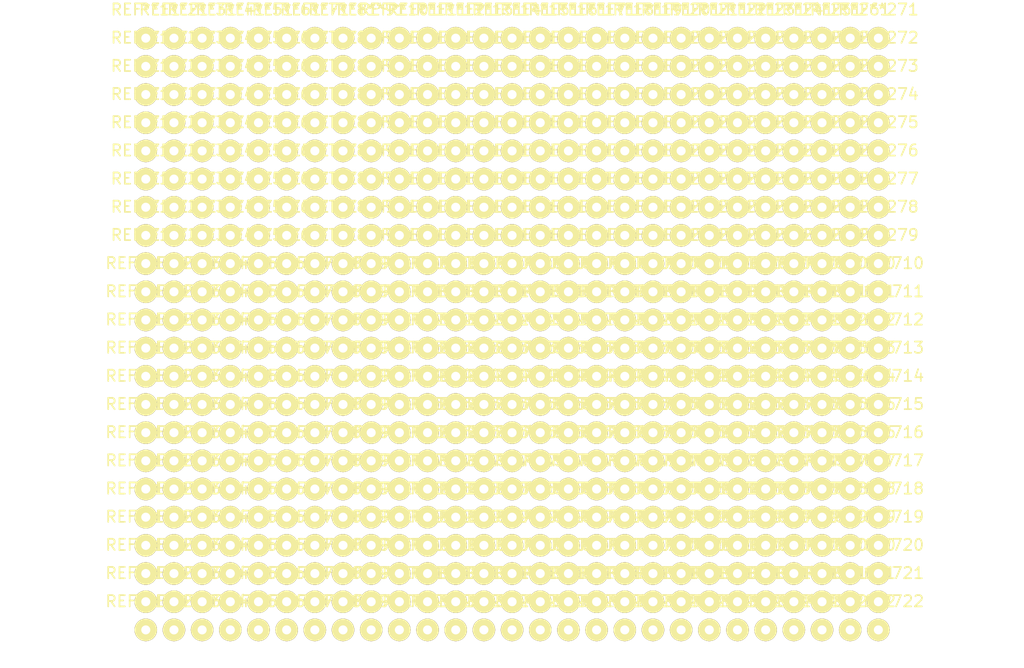
<source format=kicad_pcb>
(kicad_pcb (version 4) (host pcbnew 4.0.2+dfsg1-stable)
  (layers (0 F.Cu signal) (31 B.Cu signal) (34 B.Paste user) (35 F.Paste user) (36 B.SilkS user) (37 F.SilkS user) (38 B.Mask user) (39 F.Mask user) (44 Edge.Cuts user))
  (net 0 "")
  (module Wire_Pads:SolderWirePad_single_0-8mmDrill (layer F.Cu) (at 214.86 143.94)
    (fp_text reference REF**2722 (at 0 -2.54) (layer F.SilkS))
    (fp_text value SolderWirePad_single_0-8mmDrill)
    (pad 1 thru_hole circle (at 0 0) (size 1.99898 1.99898) (drill 0.8001) (layers *.Cu *.Mask F.SilkS))
  )
  (module Wire_Pads:SolderWirePad_single_0-8mmDrill (layer F.Cu) (at 212.36 143.94)
    (fp_text reference REF**2622 (at 0 -2.54) (layer F.SilkS))
    (fp_text value SolderWirePad_single_0-8mmDrill)
    (pad 1 thru_hole circle (at 0 0) (size 1.99898 1.99898) (drill 0.8001) (layers *.Cu *.Mask F.SilkS))
  )
  (module Wire_Pads:SolderWirePad_single_0-8mmDrill (layer F.Cu) (at 209.86 143.94)
    (fp_text reference REF**2522 (at 0 -2.54) (layer F.SilkS))
    (fp_text value SolderWirePad_single_0-8mmDrill)
    (pad 1 thru_hole circle (at 0 0) (size 1.99898 1.99898) (drill 0.8001) (layers *.Cu *.Mask F.SilkS))
  )
  (module Wire_Pads:SolderWirePad_single_0-8mmDrill (layer F.Cu) (at 207.36 143.94)
    (fp_text reference REF**2422 (at 0 -2.54) (layer F.SilkS))
    (fp_text value SolderWirePad_single_0-8mmDrill)
    (pad 1 thru_hole circle (at 0 0) (size 1.99898 1.99898) (drill 0.8001) (layers *.Cu *.Mask F.SilkS))
  )
  (module Wire_Pads:SolderWirePad_single_0-8mmDrill (layer F.Cu) (at 204.86 143.94)
    (fp_text reference REF**2322 (at 0 -2.54) (layer F.SilkS))
    (fp_text value SolderWirePad_single_0-8mmDrill)
    (pad 1 thru_hole circle (at 0 0) (size 1.99898 1.99898) (drill 0.8001) (layers *.Cu *.Mask F.SilkS))
  )
  (module Wire_Pads:SolderWirePad_single_0-8mmDrill (layer F.Cu) (at 202.36 143.94)
    (fp_text reference REF**2222 (at 0 -2.54) (layer F.SilkS))
    (fp_text value SolderWirePad_single_0-8mmDrill)
    (pad 1 thru_hole circle (at 0 0) (size 1.99898 1.99898) (drill 0.8001) (layers *.Cu *.Mask F.SilkS))
  )
  (module Wire_Pads:SolderWirePad_single_0-8mmDrill (layer F.Cu) (at 199.86 143.94)
    (fp_text reference REF**2122 (at 0 -2.54) (layer F.SilkS))
    (fp_text value SolderWirePad_single_0-8mmDrill)
    (pad 1 thru_hole circle (at 0 0) (size 1.99898 1.99898) (drill 0.8001) (layers *.Cu *.Mask F.SilkS))
  )
  (module Wire_Pads:SolderWirePad_single_0-8mmDrill (layer F.Cu) (at 197.36 143.94)
    (fp_text reference REF**2022 (at 0 -2.54) (layer F.SilkS))
    (fp_text value SolderWirePad_single_0-8mmDrill)
    (pad 1 thru_hole circle (at 0 0) (size 1.99898 1.99898) (drill 0.8001) (layers *.Cu *.Mask F.SilkS))
  )
  (module Wire_Pads:SolderWirePad_single_0-8mmDrill (layer F.Cu) (at 194.86 143.94)
    (fp_text reference REF**1922 (at 0 -2.54) (layer F.SilkS))
    (fp_text value SolderWirePad_single_0-8mmDrill)
    (pad 1 thru_hole circle (at 0 0) (size 1.99898 1.99898) (drill 0.8001) (layers *.Cu *.Mask F.SilkS))
  )
  (module Wire_Pads:SolderWirePad_single_0-8mmDrill (layer F.Cu) (at 192.36 143.94)
    (fp_text reference REF**1822 (at 0 -2.54) (layer F.SilkS))
    (fp_text value SolderWirePad_single_0-8mmDrill)
    (pad 1 thru_hole circle (at 0 0) (size 1.99898 1.99898) (drill 0.8001) (layers *.Cu *.Mask F.SilkS))
  )
  (module Wire_Pads:SolderWirePad_single_0-8mmDrill (layer F.Cu) (at 189.86 143.94)
    (fp_text reference REF**1722 (at 0 -2.54) (layer F.SilkS))
    (fp_text value SolderWirePad_single_0-8mmDrill)
    (pad 1 thru_hole circle (at 0 0) (size 1.99898 1.99898) (drill 0.8001) (layers *.Cu *.Mask F.SilkS))
  )
  (module Wire_Pads:SolderWirePad_single_0-8mmDrill (layer F.Cu) (at 187.36 143.94)
    (fp_text reference REF**1622 (at 0 -2.54) (layer F.SilkS))
    (fp_text value SolderWirePad_single_0-8mmDrill)
    (pad 1 thru_hole circle (at 0 0) (size 1.99898 1.99898) (drill 0.8001) (layers *.Cu *.Mask F.SilkS))
  )
  (module Wire_Pads:SolderWirePad_single_0-8mmDrill (layer F.Cu) (at 184.86 143.94)
    (fp_text reference REF**1522 (at 0 -2.54) (layer F.SilkS))
    (fp_text value SolderWirePad_single_0-8mmDrill)
    (pad 1 thru_hole circle (at 0 0) (size 1.99898 1.99898) (drill 0.8001) (layers *.Cu *.Mask F.SilkS))
  )
  (module Wire_Pads:SolderWirePad_single_0-8mmDrill (layer F.Cu) (at 182.36 143.94)
    (fp_text reference REF**1422 (at 0 -2.54) (layer F.SilkS))
    (fp_text value SolderWirePad_single_0-8mmDrill)
    (pad 1 thru_hole circle (at 0 0) (size 1.99898 1.99898) (drill 0.8001) (layers *.Cu *.Mask F.SilkS))
  )
  (module Wire_Pads:SolderWirePad_single_0-8mmDrill (layer F.Cu) (at 179.86 143.94)
    (fp_text reference REF**1322 (at 0 -2.54) (layer F.SilkS))
    (fp_text value SolderWirePad_single_0-8mmDrill)
    (pad 1 thru_hole circle (at 0 0) (size 1.99898 1.99898) (drill 0.8001) (layers *.Cu *.Mask F.SilkS))
  )
  (module Wire_Pads:SolderWirePad_single_0-8mmDrill (layer F.Cu) (at 177.36 143.94)
    (fp_text reference REF**1222 (at 0 -2.54) (layer F.SilkS))
    (fp_text value SolderWirePad_single_0-8mmDrill)
    (pad 1 thru_hole circle (at 0 0) (size 1.99898 1.99898) (drill 0.8001) (layers *.Cu *.Mask F.SilkS))
  )
  (module Wire_Pads:SolderWirePad_single_0-8mmDrill (layer F.Cu) (at 174.86 143.94)
    (fp_text reference REF**1122 (at 0 -2.54) (layer F.SilkS))
    (fp_text value SolderWirePad_single_0-8mmDrill)
    (pad 1 thru_hole circle (at 0 0) (size 1.99898 1.99898) (drill 0.8001) (layers *.Cu *.Mask F.SilkS))
  )
  (module Wire_Pads:SolderWirePad_single_0-8mmDrill (layer F.Cu) (at 172.36 143.94)
    (fp_text reference REF**1022 (at 0 -2.54) (layer F.SilkS))
    (fp_text value SolderWirePad_single_0-8mmDrill)
    (pad 1 thru_hole circle (at 0 0) (size 1.99898 1.99898) (drill 0.8001) (layers *.Cu *.Mask F.SilkS))
  )
  (module Wire_Pads:SolderWirePad_single_0-8mmDrill (layer F.Cu) (at 169.86 143.94)
    (fp_text reference REF**922 (at 0 -2.54) (layer F.SilkS))
    (fp_text value SolderWirePad_single_0-8mmDrill)
    (pad 1 thru_hole circle (at 0 0) (size 1.99898 1.99898) (drill 0.8001) (layers *.Cu *.Mask F.SilkS))
  )
  (module Wire_Pads:SolderWirePad_single_0-8mmDrill (layer F.Cu) (at 167.36 143.94)
    (fp_text reference REF**822 (at 0 -2.54) (layer F.SilkS))
    (fp_text value SolderWirePad_single_0-8mmDrill)
    (pad 1 thru_hole circle (at 0 0) (size 1.99898 1.99898) (drill 0.8001) (layers *.Cu *.Mask F.SilkS))
  )
  (module Wire_Pads:SolderWirePad_single_0-8mmDrill (layer F.Cu) (at 164.86 143.94)
    (fp_text reference REF**722 (at 0 -2.54) (layer F.SilkS))
    (fp_text value SolderWirePad_single_0-8mmDrill)
    (pad 1 thru_hole circle (at 0 0) (size 1.99898 1.99898) (drill 0.8001) (layers *.Cu *.Mask F.SilkS))
  )
  (module Wire_Pads:SolderWirePad_single_0-8mmDrill (layer F.Cu) (at 162.36 143.94)
    (fp_text reference REF**622 (at 0 -2.54) (layer F.SilkS))
    (fp_text value SolderWirePad_single_0-8mmDrill)
    (pad 1 thru_hole circle (at 0 0) (size 1.99898 1.99898) (drill 0.8001) (layers *.Cu *.Mask F.SilkS))
  )
  (module Wire_Pads:SolderWirePad_single_0-8mmDrill (layer F.Cu) (at 159.86 143.94)
    (fp_text reference REF**522 (at 0 -2.54) (layer F.SilkS))
    (fp_text value SolderWirePad_single_0-8mmDrill)
    (pad 1 thru_hole circle (at 0 0) (size 1.99898 1.99898) (drill 0.8001) (layers *.Cu *.Mask F.SilkS))
  )
  (module Wire_Pads:SolderWirePad_single_0-8mmDrill (layer F.Cu) (at 157.36 143.94)
    (fp_text reference REF**422 (at 0 -2.54) (layer F.SilkS))
    (fp_text value SolderWirePad_single_0-8mmDrill)
    (pad 1 thru_hole circle (at 0 0) (size 1.99898 1.99898) (drill 0.8001) (layers *.Cu *.Mask F.SilkS))
  )
  (module Wire_Pads:SolderWirePad_single_0-8mmDrill (layer F.Cu) (at 154.86 143.94)
    (fp_text reference REF**322 (at 0 -2.54) (layer F.SilkS))
    (fp_text value SolderWirePad_single_0-8mmDrill)
    (pad 1 thru_hole circle (at 0 0) (size 1.99898 1.99898) (drill 0.8001) (layers *.Cu *.Mask F.SilkS))
  )
  (module Wire_Pads:SolderWirePad_single_0-8mmDrill (layer F.Cu) (at 152.36 143.94)
    (fp_text reference REF**222 (at 0 -2.54) (layer F.SilkS))
    (fp_text value SolderWirePad_single_0-8mmDrill)
    (pad 1 thru_hole circle (at 0 0) (size 1.99898 1.99898) (drill 0.8001) (layers *.Cu *.Mask F.SilkS))
  )
  (module Wire_Pads:SolderWirePad_single_0-8mmDrill (layer F.Cu) (at 149.86 143.94)
    (fp_text reference REF**122 (at 0 -2.54) (layer F.SilkS))
    (fp_text value SolderWirePad_single_0-8mmDrill)
    (pad 1 thru_hole circle (at 0 0) (size 1.99898 1.99898) (drill 0.8001) (layers *.Cu *.Mask F.SilkS))
  )
  (module Wire_Pads:SolderWirePad_single_0-8mmDrill (layer F.Cu) (at 214.86 141.44)
    (fp_text reference REF**2721 (at 0 -2.54) (layer F.SilkS))
    (fp_text value SolderWirePad_single_0-8mmDrill)
    (pad 1 thru_hole circle (at 0 0) (size 1.99898 1.99898) (drill 0.8001) (layers *.Cu *.Mask F.SilkS))
  )
  (module Wire_Pads:SolderWirePad_single_0-8mmDrill (layer F.Cu) (at 212.36 141.44)
    (fp_text reference REF**2621 (at 0 -2.54) (layer F.SilkS))
    (fp_text value SolderWirePad_single_0-8mmDrill)
    (pad 1 thru_hole circle (at 0 0) (size 1.99898 1.99898) (drill 0.8001) (layers *.Cu *.Mask F.SilkS))
  )
  (module Wire_Pads:SolderWirePad_single_0-8mmDrill (layer F.Cu) (at 209.86 141.44)
    (fp_text reference REF**2521 (at 0 -2.54) (layer F.SilkS))
    (fp_text value SolderWirePad_single_0-8mmDrill)
    (pad 1 thru_hole circle (at 0 0) (size 1.99898 1.99898) (drill 0.8001) (layers *.Cu *.Mask F.SilkS))
  )
  (module Wire_Pads:SolderWirePad_single_0-8mmDrill (layer F.Cu) (at 207.36 141.44)
    (fp_text reference REF**2421 (at 0 -2.54) (layer F.SilkS))
    (fp_text value SolderWirePad_single_0-8mmDrill)
    (pad 1 thru_hole circle (at 0 0) (size 1.99898 1.99898) (drill 0.8001) (layers *.Cu *.Mask F.SilkS))
  )
  (module Wire_Pads:SolderWirePad_single_0-8mmDrill (layer F.Cu) (at 204.86 141.44)
    (fp_text reference REF**2321 (at 0 -2.54) (layer F.SilkS))
    (fp_text value SolderWirePad_single_0-8mmDrill)
    (pad 1 thru_hole circle (at 0 0) (size 1.99898 1.99898) (drill 0.8001) (layers *.Cu *.Mask F.SilkS))
  )
  (module Wire_Pads:SolderWirePad_single_0-8mmDrill (layer F.Cu) (at 202.36 141.44)
    (fp_text reference REF**2221 (at 0 -2.54) (layer F.SilkS))
    (fp_text value SolderWirePad_single_0-8mmDrill)
    (pad 1 thru_hole circle (at 0 0) (size 1.99898 1.99898) (drill 0.8001) (layers *.Cu *.Mask F.SilkS))
  )
  (module Wire_Pads:SolderWirePad_single_0-8mmDrill (layer F.Cu) (at 199.86 141.44)
    (fp_text reference REF**2121 (at 0 -2.54) (layer F.SilkS))
    (fp_text value SolderWirePad_single_0-8mmDrill)
    (pad 1 thru_hole circle (at 0 0) (size 1.99898 1.99898) (drill 0.8001) (layers *.Cu *.Mask F.SilkS))
  )
  (module Wire_Pads:SolderWirePad_single_0-8mmDrill (layer F.Cu) (at 197.36 141.44)
    (fp_text reference REF**2021 (at 0 -2.54) (layer F.SilkS))
    (fp_text value SolderWirePad_single_0-8mmDrill)
    (pad 1 thru_hole circle (at 0 0) (size 1.99898 1.99898) (drill 0.8001) (layers *.Cu *.Mask F.SilkS))
  )
  (module Wire_Pads:SolderWirePad_single_0-8mmDrill (layer F.Cu) (at 194.86 141.44)
    (fp_text reference REF**1921 (at 0 -2.54) (layer F.SilkS))
    (fp_text value SolderWirePad_single_0-8mmDrill)
    (pad 1 thru_hole circle (at 0 0) (size 1.99898 1.99898) (drill 0.8001) (layers *.Cu *.Mask F.SilkS))
  )
  (module Wire_Pads:SolderWirePad_single_0-8mmDrill (layer F.Cu) (at 192.36 141.44)
    (fp_text reference REF**1821 (at 0 -2.54) (layer F.SilkS))
    (fp_text value SolderWirePad_single_0-8mmDrill)
    (pad 1 thru_hole circle (at 0 0) (size 1.99898 1.99898) (drill 0.8001) (layers *.Cu *.Mask F.SilkS))
  )
  (module Wire_Pads:SolderWirePad_single_0-8mmDrill (layer F.Cu) (at 189.86 141.44)
    (fp_text reference REF**1721 (at 0 -2.54) (layer F.SilkS))
    (fp_text value SolderWirePad_single_0-8mmDrill)
    (pad 1 thru_hole circle (at 0 0) (size 1.99898 1.99898) (drill 0.8001) (layers *.Cu *.Mask F.SilkS))
  )
  (module Wire_Pads:SolderWirePad_single_0-8mmDrill (layer F.Cu) (at 187.36 141.44)
    (fp_text reference REF**1621 (at 0 -2.54) (layer F.SilkS))
    (fp_text value SolderWirePad_single_0-8mmDrill)
    (pad 1 thru_hole circle (at 0 0) (size 1.99898 1.99898) (drill 0.8001) (layers *.Cu *.Mask F.SilkS))
  )
  (module Wire_Pads:SolderWirePad_single_0-8mmDrill (layer F.Cu) (at 184.86 141.44)
    (fp_text reference REF**1521 (at 0 -2.54) (layer F.SilkS))
    (fp_text value SolderWirePad_single_0-8mmDrill)
    (pad 1 thru_hole circle (at 0 0) (size 1.99898 1.99898) (drill 0.8001) (layers *.Cu *.Mask F.SilkS))
  )
  (module Wire_Pads:SolderWirePad_single_0-8mmDrill (layer F.Cu) (at 182.36 141.44)
    (fp_text reference REF**1421 (at 0 -2.54) (layer F.SilkS))
    (fp_text value SolderWirePad_single_0-8mmDrill)
    (pad 1 thru_hole circle (at 0 0) (size 1.99898 1.99898) (drill 0.8001) (layers *.Cu *.Mask F.SilkS))
  )
  (module Wire_Pads:SolderWirePad_single_0-8mmDrill (layer F.Cu) (at 179.86 141.44)
    (fp_text reference REF**1321 (at 0 -2.54) (layer F.SilkS))
    (fp_text value SolderWirePad_single_0-8mmDrill)
    (pad 1 thru_hole circle (at 0 0) (size 1.99898 1.99898) (drill 0.8001) (layers *.Cu *.Mask F.SilkS))
  )
  (module Wire_Pads:SolderWirePad_single_0-8mmDrill (layer F.Cu) (at 177.36 141.44)
    (fp_text reference REF**1221 (at 0 -2.54) (layer F.SilkS))
    (fp_text value SolderWirePad_single_0-8mmDrill)
    (pad 1 thru_hole circle (at 0 0) (size 1.99898 1.99898) (drill 0.8001) (layers *.Cu *.Mask F.SilkS))
  )
  (module Wire_Pads:SolderWirePad_single_0-8mmDrill (layer F.Cu) (at 174.86 141.44)
    (fp_text reference REF**1121 (at 0 -2.54) (layer F.SilkS))
    (fp_text value SolderWirePad_single_0-8mmDrill)
    (pad 1 thru_hole circle (at 0 0) (size 1.99898 1.99898) (drill 0.8001) (layers *.Cu *.Mask F.SilkS))
  )
  (module Wire_Pads:SolderWirePad_single_0-8mmDrill (layer F.Cu) (at 172.36 141.44)
    (fp_text reference REF**1021 (at 0 -2.54) (layer F.SilkS))
    (fp_text value SolderWirePad_single_0-8mmDrill)
    (pad 1 thru_hole circle (at 0 0) (size 1.99898 1.99898) (drill 0.8001) (layers *.Cu *.Mask F.SilkS))
  )
  (module Wire_Pads:SolderWirePad_single_0-8mmDrill (layer F.Cu) (at 169.86 141.44)
    (fp_text reference REF**921 (at 0 -2.54) (layer F.SilkS))
    (fp_text value SolderWirePad_single_0-8mmDrill)
    (pad 1 thru_hole circle (at 0 0) (size 1.99898 1.99898) (drill 0.8001) (layers *.Cu *.Mask F.SilkS))
  )
  (module Wire_Pads:SolderWirePad_single_0-8mmDrill (layer F.Cu) (at 167.36 141.44)
    (fp_text reference REF**821 (at 0 -2.54) (layer F.SilkS))
    (fp_text value SolderWirePad_single_0-8mmDrill)
    (pad 1 thru_hole circle (at 0 0) (size 1.99898 1.99898) (drill 0.8001) (layers *.Cu *.Mask F.SilkS))
  )
  (module Wire_Pads:SolderWirePad_single_0-8mmDrill (layer F.Cu) (at 164.86 141.44)
    (fp_text reference REF**721 (at 0 -2.54) (layer F.SilkS))
    (fp_text value SolderWirePad_single_0-8mmDrill)
    (pad 1 thru_hole circle (at 0 0) (size 1.99898 1.99898) (drill 0.8001) (layers *.Cu *.Mask F.SilkS))
  )
  (module Wire_Pads:SolderWirePad_single_0-8mmDrill (layer F.Cu) (at 162.36 141.44)
    (fp_text reference REF**621 (at 0 -2.54) (layer F.SilkS))
    (fp_text value SolderWirePad_single_0-8mmDrill)
    (pad 1 thru_hole circle (at 0 0) (size 1.99898 1.99898) (drill 0.8001) (layers *.Cu *.Mask F.SilkS))
  )
  (module Wire_Pads:SolderWirePad_single_0-8mmDrill (layer F.Cu) (at 159.86 141.44)
    (fp_text reference REF**521 (at 0 -2.54) (layer F.SilkS))
    (fp_text value SolderWirePad_single_0-8mmDrill)
    (pad 1 thru_hole circle (at 0 0) (size 1.99898 1.99898) (drill 0.8001) (layers *.Cu *.Mask F.SilkS))
  )
  (module Wire_Pads:SolderWirePad_single_0-8mmDrill (layer F.Cu) (at 157.36 141.44)
    (fp_text reference REF**421 (at 0 -2.54) (layer F.SilkS))
    (fp_text value SolderWirePad_single_0-8mmDrill)
    (pad 1 thru_hole circle (at 0 0) (size 1.99898 1.99898) (drill 0.8001) (layers *.Cu *.Mask F.SilkS))
  )
  (module Wire_Pads:SolderWirePad_single_0-8mmDrill (layer F.Cu) (at 154.86 141.44)
    (fp_text reference REF**321 (at 0 -2.54) (layer F.SilkS))
    (fp_text value SolderWirePad_single_0-8mmDrill)
    (pad 1 thru_hole circle (at 0 0) (size 1.99898 1.99898) (drill 0.8001) (layers *.Cu *.Mask F.SilkS))
  )
  (module Wire_Pads:SolderWirePad_single_0-8mmDrill (layer F.Cu) (at 152.36 141.44)
    (fp_text reference REF**221 (at 0 -2.54) (layer F.SilkS))
    (fp_text value SolderWirePad_single_0-8mmDrill)
    (pad 1 thru_hole circle (at 0 0) (size 1.99898 1.99898) (drill 0.8001) (layers *.Cu *.Mask F.SilkS))
  )
  (module Wire_Pads:SolderWirePad_single_0-8mmDrill (layer F.Cu) (at 149.86 141.44)
    (fp_text reference REF**121 (at 0 -2.54) (layer F.SilkS))
    (fp_text value SolderWirePad_single_0-8mmDrill)
    (pad 1 thru_hole circle (at 0 0) (size 1.99898 1.99898) (drill 0.8001) (layers *.Cu *.Mask F.SilkS))
  )
  (module Wire_Pads:SolderWirePad_single_0-8mmDrill (layer F.Cu) (at 214.86 138.94)
    (fp_text reference REF**2720 (at 0 -2.54) (layer F.SilkS))
    (fp_text value SolderWirePad_single_0-8mmDrill)
    (pad 1 thru_hole circle (at 0 0) (size 1.99898 1.99898) (drill 0.8001) (layers *.Cu *.Mask F.SilkS))
  )
  (module Wire_Pads:SolderWirePad_single_0-8mmDrill (layer F.Cu) (at 212.36 138.94)
    (fp_text reference REF**2620 (at 0 -2.54) (layer F.SilkS))
    (fp_text value SolderWirePad_single_0-8mmDrill)
    (pad 1 thru_hole circle (at 0 0) (size 1.99898 1.99898) (drill 0.8001) (layers *.Cu *.Mask F.SilkS))
  )
  (module Wire_Pads:SolderWirePad_single_0-8mmDrill (layer F.Cu) (at 209.86 138.94)
    (fp_text reference REF**2520 (at 0 -2.54) (layer F.SilkS))
    (fp_text value SolderWirePad_single_0-8mmDrill)
    (pad 1 thru_hole circle (at 0 0) (size 1.99898 1.99898) (drill 0.8001) (layers *.Cu *.Mask F.SilkS))
  )
  (module Wire_Pads:SolderWirePad_single_0-8mmDrill (layer F.Cu) (at 207.36 138.94)
    (fp_text reference REF**2420 (at 0 -2.54) (layer F.SilkS))
    (fp_text value SolderWirePad_single_0-8mmDrill)
    (pad 1 thru_hole circle (at 0 0) (size 1.99898 1.99898) (drill 0.8001) (layers *.Cu *.Mask F.SilkS))
  )
  (module Wire_Pads:SolderWirePad_single_0-8mmDrill (layer F.Cu) (at 204.86 138.94)
    (fp_text reference REF**2320 (at 0 -2.54) (layer F.SilkS))
    (fp_text value SolderWirePad_single_0-8mmDrill)
    (pad 1 thru_hole circle (at 0 0) (size 1.99898 1.99898) (drill 0.8001) (layers *.Cu *.Mask F.SilkS))
  )
  (module Wire_Pads:SolderWirePad_single_0-8mmDrill (layer F.Cu) (at 202.36 138.94)
    (fp_text reference REF**2220 (at 0 -2.54) (layer F.SilkS))
    (fp_text value SolderWirePad_single_0-8mmDrill)
    (pad 1 thru_hole circle (at 0 0) (size 1.99898 1.99898) (drill 0.8001) (layers *.Cu *.Mask F.SilkS))
  )
  (module Wire_Pads:SolderWirePad_single_0-8mmDrill (layer F.Cu) (at 199.86 138.94)
    (fp_text reference REF**2120 (at 0 -2.54) (layer F.SilkS))
    (fp_text value SolderWirePad_single_0-8mmDrill)
    (pad 1 thru_hole circle (at 0 0) (size 1.99898 1.99898) (drill 0.8001) (layers *.Cu *.Mask F.SilkS))
  )
  (module Wire_Pads:SolderWirePad_single_0-8mmDrill (layer F.Cu) (at 197.36 138.94)
    (fp_text reference REF**2020 (at 0 -2.54) (layer F.SilkS))
    (fp_text value SolderWirePad_single_0-8mmDrill)
    (pad 1 thru_hole circle (at 0 0) (size 1.99898 1.99898) (drill 0.8001) (layers *.Cu *.Mask F.SilkS))
  )
  (module Wire_Pads:SolderWirePad_single_0-8mmDrill (layer F.Cu) (at 194.86 138.94)
    (fp_text reference REF**1920 (at 0 -2.54) (layer F.SilkS))
    (fp_text value SolderWirePad_single_0-8mmDrill)
    (pad 1 thru_hole circle (at 0 0) (size 1.99898 1.99898) (drill 0.8001) (layers *.Cu *.Mask F.SilkS))
  )
  (module Wire_Pads:SolderWirePad_single_0-8mmDrill (layer F.Cu) (at 192.36 138.94)
    (fp_text reference REF**1820 (at 0 -2.54) (layer F.SilkS))
    (fp_text value SolderWirePad_single_0-8mmDrill)
    (pad 1 thru_hole circle (at 0 0) (size 1.99898 1.99898) (drill 0.8001) (layers *.Cu *.Mask F.SilkS))
  )
  (module Wire_Pads:SolderWirePad_single_0-8mmDrill (layer F.Cu) (at 189.86 138.94)
    (fp_text reference REF**1720 (at 0 -2.54) (layer F.SilkS))
    (fp_text value SolderWirePad_single_0-8mmDrill)
    (pad 1 thru_hole circle (at 0 0) (size 1.99898 1.99898) (drill 0.8001) (layers *.Cu *.Mask F.SilkS))
  )
  (module Wire_Pads:SolderWirePad_single_0-8mmDrill (layer F.Cu) (at 187.36 138.94)
    (fp_text reference REF**1620 (at 0 -2.54) (layer F.SilkS))
    (fp_text value SolderWirePad_single_0-8mmDrill)
    (pad 1 thru_hole circle (at 0 0) (size 1.99898 1.99898) (drill 0.8001) (layers *.Cu *.Mask F.SilkS))
  )
  (module Wire_Pads:SolderWirePad_single_0-8mmDrill (layer F.Cu) (at 184.86 138.94)
    (fp_text reference REF**1520 (at 0 -2.54) (layer F.SilkS))
    (fp_text value SolderWirePad_single_0-8mmDrill)
    (pad 1 thru_hole circle (at 0 0) (size 1.99898 1.99898) (drill 0.8001) (layers *.Cu *.Mask F.SilkS))
  )
  (module Wire_Pads:SolderWirePad_single_0-8mmDrill (layer F.Cu) (at 182.36 138.94)
    (fp_text reference REF**1420 (at 0 -2.54) (layer F.SilkS))
    (fp_text value SolderWirePad_single_0-8mmDrill)
    (pad 1 thru_hole circle (at 0 0) (size 1.99898 1.99898) (drill 0.8001) (layers *.Cu *.Mask F.SilkS))
  )
  (module Wire_Pads:SolderWirePad_single_0-8mmDrill (layer F.Cu) (at 179.86 138.94)
    (fp_text reference REF**1320 (at 0 -2.54) (layer F.SilkS))
    (fp_text value SolderWirePad_single_0-8mmDrill)
    (pad 1 thru_hole circle (at 0 0) (size 1.99898 1.99898) (drill 0.8001) (layers *.Cu *.Mask F.SilkS))
  )
  (module Wire_Pads:SolderWirePad_single_0-8mmDrill (layer F.Cu) (at 177.36 138.94)
    (fp_text reference REF**1220 (at 0 -2.54) (layer F.SilkS))
    (fp_text value SolderWirePad_single_0-8mmDrill)
    (pad 1 thru_hole circle (at 0 0) (size 1.99898 1.99898) (drill 0.8001) (layers *.Cu *.Mask F.SilkS))
  )
  (module Wire_Pads:SolderWirePad_single_0-8mmDrill (layer F.Cu) (at 174.86 138.94)
    (fp_text reference REF**1120 (at 0 -2.54) (layer F.SilkS))
    (fp_text value SolderWirePad_single_0-8mmDrill)
    (pad 1 thru_hole circle (at 0 0) (size 1.99898 1.99898) (drill 0.8001) (layers *.Cu *.Mask F.SilkS))
  )
  (module Wire_Pads:SolderWirePad_single_0-8mmDrill (layer F.Cu) (at 172.36 138.94)
    (fp_text reference REF**1020 (at 0 -2.54) (layer F.SilkS))
    (fp_text value SolderWirePad_single_0-8mmDrill)
    (pad 1 thru_hole circle (at 0 0) (size 1.99898 1.99898) (drill 0.8001) (layers *.Cu *.Mask F.SilkS))
  )
  (module Wire_Pads:SolderWirePad_single_0-8mmDrill (layer F.Cu) (at 169.86 138.94)
    (fp_text reference REF**920 (at 0 -2.54) (layer F.SilkS))
    (fp_text value SolderWirePad_single_0-8mmDrill)
    (pad 1 thru_hole circle (at 0 0) (size 1.99898 1.99898) (drill 0.8001) (layers *.Cu *.Mask F.SilkS))
  )
  (module Wire_Pads:SolderWirePad_single_0-8mmDrill (layer F.Cu) (at 167.36 138.94)
    (fp_text reference REF**820 (at 0 -2.54) (layer F.SilkS))
    (fp_text value SolderWirePad_single_0-8mmDrill)
    (pad 1 thru_hole circle (at 0 0) (size 1.99898 1.99898) (drill 0.8001) (layers *.Cu *.Mask F.SilkS))
  )
  (module Wire_Pads:SolderWirePad_single_0-8mmDrill (layer F.Cu) (at 164.86 138.94)
    (fp_text reference REF**720 (at 0 -2.54) (layer F.SilkS))
    (fp_text value SolderWirePad_single_0-8mmDrill)
    (pad 1 thru_hole circle (at 0 0) (size 1.99898 1.99898) (drill 0.8001) (layers *.Cu *.Mask F.SilkS))
  )
  (module Wire_Pads:SolderWirePad_single_0-8mmDrill (layer F.Cu) (at 162.36 138.94)
    (fp_text reference REF**620 (at 0 -2.54) (layer F.SilkS))
    (fp_text value SolderWirePad_single_0-8mmDrill)
    (pad 1 thru_hole circle (at 0 0) (size 1.99898 1.99898) (drill 0.8001) (layers *.Cu *.Mask F.SilkS))
  )
  (module Wire_Pads:SolderWirePad_single_0-8mmDrill (layer F.Cu) (at 159.86 138.94)
    (fp_text reference REF**520 (at 0 -2.54) (layer F.SilkS))
    (fp_text value SolderWirePad_single_0-8mmDrill)
    (pad 1 thru_hole circle (at 0 0) (size 1.99898 1.99898) (drill 0.8001) (layers *.Cu *.Mask F.SilkS))
  )
  (module Wire_Pads:SolderWirePad_single_0-8mmDrill (layer F.Cu) (at 157.36 138.94)
    (fp_text reference REF**420 (at 0 -2.54) (layer F.SilkS))
    (fp_text value SolderWirePad_single_0-8mmDrill)
    (pad 1 thru_hole circle (at 0 0) (size 1.99898 1.99898) (drill 0.8001) (layers *.Cu *.Mask F.SilkS))
  )
  (module Wire_Pads:SolderWirePad_single_0-8mmDrill (layer F.Cu) (at 154.86 138.94)
    (fp_text reference REF**320 (at 0 -2.54) (layer F.SilkS))
    (fp_text value SolderWirePad_single_0-8mmDrill)
    (pad 1 thru_hole circle (at 0 0) (size 1.99898 1.99898) (drill 0.8001) (layers *.Cu *.Mask F.SilkS))
  )
  (module Wire_Pads:SolderWirePad_single_0-8mmDrill (layer F.Cu) (at 152.36 138.94)
    (fp_text reference REF**220 (at 0 -2.54) (layer F.SilkS))
    (fp_text value SolderWirePad_single_0-8mmDrill)
    (pad 1 thru_hole circle (at 0 0) (size 1.99898 1.99898) (drill 0.8001) (layers *.Cu *.Mask F.SilkS))
  )
  (module Wire_Pads:SolderWirePad_single_0-8mmDrill (layer F.Cu) (at 149.86 138.94)
    (fp_text reference REF**120 (at 0 -2.54) (layer F.SilkS))
    (fp_text value SolderWirePad_single_0-8mmDrill)
    (pad 1 thru_hole circle (at 0 0) (size 1.99898 1.99898) (drill 0.8001) (layers *.Cu *.Mask F.SilkS))
  )
  (module Wire_Pads:SolderWirePad_single_0-8mmDrill (layer F.Cu) (at 214.86 136.44)
    (fp_text reference REF**2719 (at 0 -2.54) (layer F.SilkS))
    (fp_text value SolderWirePad_single_0-8mmDrill)
    (pad 1 thru_hole circle (at 0 0) (size 1.99898 1.99898) (drill 0.8001) (layers *.Cu *.Mask F.SilkS))
  )
  (module Wire_Pads:SolderWirePad_single_0-8mmDrill (layer F.Cu) (at 212.36 136.44)
    (fp_text reference REF**2619 (at 0 -2.54) (layer F.SilkS))
    (fp_text value SolderWirePad_single_0-8mmDrill)
    (pad 1 thru_hole circle (at 0 0) (size 1.99898 1.99898) (drill 0.8001) (layers *.Cu *.Mask F.SilkS))
  )
  (module Wire_Pads:SolderWirePad_single_0-8mmDrill (layer F.Cu) (at 209.86 136.44)
    (fp_text reference REF**2519 (at 0 -2.54) (layer F.SilkS))
    (fp_text value SolderWirePad_single_0-8mmDrill)
    (pad 1 thru_hole circle (at 0 0) (size 1.99898 1.99898) (drill 0.8001) (layers *.Cu *.Mask F.SilkS))
  )
  (module Wire_Pads:SolderWirePad_single_0-8mmDrill (layer F.Cu) (at 207.36 136.44)
    (fp_text reference REF**2419 (at 0 -2.54) (layer F.SilkS))
    (fp_text value SolderWirePad_single_0-8mmDrill)
    (pad 1 thru_hole circle (at 0 0) (size 1.99898 1.99898) (drill 0.8001) (layers *.Cu *.Mask F.SilkS))
  )
  (module Wire_Pads:SolderWirePad_single_0-8mmDrill (layer F.Cu) (at 204.86 136.44)
    (fp_text reference REF**2319 (at 0 -2.54) (layer F.SilkS))
    (fp_text value SolderWirePad_single_0-8mmDrill)
    (pad 1 thru_hole circle (at 0 0) (size 1.99898 1.99898) (drill 0.8001) (layers *.Cu *.Mask F.SilkS))
  )
  (module Wire_Pads:SolderWirePad_single_0-8mmDrill (layer F.Cu) (at 202.36 136.44)
    (fp_text reference REF**2219 (at 0 -2.54) (layer F.SilkS))
    (fp_text value SolderWirePad_single_0-8mmDrill)
    (pad 1 thru_hole circle (at 0 0) (size 1.99898 1.99898) (drill 0.8001) (layers *.Cu *.Mask F.SilkS))
  )
  (module Wire_Pads:SolderWirePad_single_0-8mmDrill (layer F.Cu) (at 199.86 136.44)
    (fp_text reference REF**2119 (at 0 -2.54) (layer F.SilkS))
    (fp_text value SolderWirePad_single_0-8mmDrill)
    (pad 1 thru_hole circle (at 0 0) (size 1.99898 1.99898) (drill 0.8001) (layers *.Cu *.Mask F.SilkS))
  )
  (module Wire_Pads:SolderWirePad_single_0-8mmDrill (layer F.Cu) (at 197.36 136.44)
    (fp_text reference REF**2019 (at 0 -2.54) (layer F.SilkS))
    (fp_text value SolderWirePad_single_0-8mmDrill)
    (pad 1 thru_hole circle (at 0 0) (size 1.99898 1.99898) (drill 0.8001) (layers *.Cu *.Mask F.SilkS))
  )
  (module Wire_Pads:SolderWirePad_single_0-8mmDrill (layer F.Cu) (at 194.86 136.44)
    (fp_text reference REF**1919 (at 0 -2.54) (layer F.SilkS))
    (fp_text value SolderWirePad_single_0-8mmDrill)
    (pad 1 thru_hole circle (at 0 0) (size 1.99898 1.99898) (drill 0.8001) (layers *.Cu *.Mask F.SilkS))
  )
  (module Wire_Pads:SolderWirePad_single_0-8mmDrill (layer F.Cu) (at 192.36 136.44)
    (fp_text reference REF**1819 (at 0 -2.54) (layer F.SilkS))
    (fp_text value SolderWirePad_single_0-8mmDrill)
    (pad 1 thru_hole circle (at 0 0) (size 1.99898 1.99898) (drill 0.8001) (layers *.Cu *.Mask F.SilkS))
  )
  (module Wire_Pads:SolderWirePad_single_0-8mmDrill (layer F.Cu) (at 189.86 136.44)
    (fp_text reference REF**1719 (at 0 -2.54) (layer F.SilkS))
    (fp_text value SolderWirePad_single_0-8mmDrill)
    (pad 1 thru_hole circle (at 0 0) (size 1.99898 1.99898) (drill 0.8001) (layers *.Cu *.Mask F.SilkS))
  )
  (module Wire_Pads:SolderWirePad_single_0-8mmDrill (layer F.Cu) (at 187.36 136.44)
    (fp_text reference REF**1619 (at 0 -2.54) (layer F.SilkS))
    (fp_text value SolderWirePad_single_0-8mmDrill)
    (pad 1 thru_hole circle (at 0 0) (size 1.99898 1.99898) (drill 0.8001) (layers *.Cu *.Mask F.SilkS))
  )
  (module Wire_Pads:SolderWirePad_single_0-8mmDrill (layer F.Cu) (at 184.86 136.44)
    (fp_text reference REF**1519 (at 0 -2.54) (layer F.SilkS))
    (fp_text value SolderWirePad_single_0-8mmDrill)
    (pad 1 thru_hole circle (at 0 0) (size 1.99898 1.99898) (drill 0.8001) (layers *.Cu *.Mask F.SilkS))
  )
  (module Wire_Pads:SolderWirePad_single_0-8mmDrill (layer F.Cu) (at 182.36 136.44)
    (fp_text reference REF**1419 (at 0 -2.54) (layer F.SilkS))
    (fp_text value SolderWirePad_single_0-8mmDrill)
    (pad 1 thru_hole circle (at 0 0) (size 1.99898 1.99898) (drill 0.8001) (layers *.Cu *.Mask F.SilkS))
  )
  (module Wire_Pads:SolderWirePad_single_0-8mmDrill (layer F.Cu) (at 179.86 136.44)
    (fp_text reference REF**1319 (at 0 -2.54) (layer F.SilkS))
    (fp_text value SolderWirePad_single_0-8mmDrill)
    (pad 1 thru_hole circle (at 0 0) (size 1.99898 1.99898) (drill 0.8001) (layers *.Cu *.Mask F.SilkS))
  )
  (module Wire_Pads:SolderWirePad_single_0-8mmDrill (layer F.Cu) (at 177.36 136.44)
    (fp_text reference REF**1219 (at 0 -2.54) (layer F.SilkS))
    (fp_text value SolderWirePad_single_0-8mmDrill)
    (pad 1 thru_hole circle (at 0 0) (size 1.99898 1.99898) (drill 0.8001) (layers *.Cu *.Mask F.SilkS))
  )
  (module Wire_Pads:SolderWirePad_single_0-8mmDrill (layer F.Cu) (at 174.86 136.44)
    (fp_text reference REF**1119 (at 0 -2.54) (layer F.SilkS))
    (fp_text value SolderWirePad_single_0-8mmDrill)
    (pad 1 thru_hole circle (at 0 0) (size 1.99898 1.99898) (drill 0.8001) (layers *.Cu *.Mask F.SilkS))
  )
  (module Wire_Pads:SolderWirePad_single_0-8mmDrill (layer F.Cu) (at 172.36 136.44)
    (fp_text reference REF**1019 (at 0 -2.54) (layer F.SilkS))
    (fp_text value SolderWirePad_single_0-8mmDrill)
    (pad 1 thru_hole circle (at 0 0) (size 1.99898 1.99898) (drill 0.8001) (layers *.Cu *.Mask F.SilkS))
  )
  (module Wire_Pads:SolderWirePad_single_0-8mmDrill (layer F.Cu) (at 169.86 136.44)
    (fp_text reference REF**919 (at 0 -2.54) (layer F.SilkS))
    (fp_text value SolderWirePad_single_0-8mmDrill)
    (pad 1 thru_hole circle (at 0 0) (size 1.99898 1.99898) (drill 0.8001) (layers *.Cu *.Mask F.SilkS))
  )
  (module Wire_Pads:SolderWirePad_single_0-8mmDrill (layer F.Cu) (at 167.36 136.44)
    (fp_text reference REF**819 (at 0 -2.54) (layer F.SilkS))
    (fp_text value SolderWirePad_single_0-8mmDrill)
    (pad 1 thru_hole circle (at 0 0) (size 1.99898 1.99898) (drill 0.8001) (layers *.Cu *.Mask F.SilkS))
  )
  (module Wire_Pads:SolderWirePad_single_0-8mmDrill (layer F.Cu) (at 164.86 136.44)
    (fp_text reference REF**719 (at 0 -2.54) (layer F.SilkS))
    (fp_text value SolderWirePad_single_0-8mmDrill)
    (pad 1 thru_hole circle (at 0 0) (size 1.99898 1.99898) (drill 0.8001) (layers *.Cu *.Mask F.SilkS))
  )
  (module Wire_Pads:SolderWirePad_single_0-8mmDrill (layer F.Cu) (at 162.36 136.44)
    (fp_text reference REF**619 (at 0 -2.54) (layer F.SilkS))
    (fp_text value SolderWirePad_single_0-8mmDrill)
    (pad 1 thru_hole circle (at 0 0) (size 1.99898 1.99898) (drill 0.8001) (layers *.Cu *.Mask F.SilkS))
  )
  (module Wire_Pads:SolderWirePad_single_0-8mmDrill (layer F.Cu) (at 159.86 136.44)
    (fp_text reference REF**519 (at 0 -2.54) (layer F.SilkS))
    (fp_text value SolderWirePad_single_0-8mmDrill)
    (pad 1 thru_hole circle (at 0 0) (size 1.99898 1.99898) (drill 0.8001) (layers *.Cu *.Mask F.SilkS))
  )
  (module Wire_Pads:SolderWirePad_single_0-8mmDrill (layer F.Cu) (at 157.36 136.44)
    (fp_text reference REF**419 (at 0 -2.54) (layer F.SilkS))
    (fp_text value SolderWirePad_single_0-8mmDrill)
    (pad 1 thru_hole circle (at 0 0) (size 1.99898 1.99898) (drill 0.8001) (layers *.Cu *.Mask F.SilkS))
  )
  (module Wire_Pads:SolderWirePad_single_0-8mmDrill (layer F.Cu) (at 154.86 136.44)
    (fp_text reference REF**319 (at 0 -2.54) (layer F.SilkS))
    (fp_text value SolderWirePad_single_0-8mmDrill)
    (pad 1 thru_hole circle (at 0 0) (size 1.99898 1.99898) (drill 0.8001) (layers *.Cu *.Mask F.SilkS))
  )
  (module Wire_Pads:SolderWirePad_single_0-8mmDrill (layer F.Cu) (at 152.36 136.44)
    (fp_text reference REF**219 (at 0 -2.54) (layer F.SilkS))
    (fp_text value SolderWirePad_single_0-8mmDrill)
    (pad 1 thru_hole circle (at 0 0) (size 1.99898 1.99898) (drill 0.8001) (layers *.Cu *.Mask F.SilkS))
  )
  (module Wire_Pads:SolderWirePad_single_0-8mmDrill (layer F.Cu) (at 149.86 136.44)
    (fp_text reference REF**119 (at 0 -2.54) (layer F.SilkS))
    (fp_text value SolderWirePad_single_0-8mmDrill)
    (pad 1 thru_hole circle (at 0 0) (size 1.99898 1.99898) (drill 0.8001) (layers *.Cu *.Mask F.SilkS))
  )
  (module Wire_Pads:SolderWirePad_single_0-8mmDrill (layer F.Cu) (at 214.86 133.94)
    (fp_text reference REF**2718 (at 0 -2.54) (layer F.SilkS))
    (fp_text value SolderWirePad_single_0-8mmDrill)
    (pad 1 thru_hole circle (at 0 0) (size 1.99898 1.99898) (drill 0.8001) (layers *.Cu *.Mask F.SilkS))
  )
  (module Wire_Pads:SolderWirePad_single_0-8mmDrill (layer F.Cu) (at 212.36 133.94)
    (fp_text reference REF**2618 (at 0 -2.54) (layer F.SilkS))
    (fp_text value SolderWirePad_single_0-8mmDrill)
    (pad 1 thru_hole circle (at 0 0) (size 1.99898 1.99898) (drill 0.8001) (layers *.Cu *.Mask F.SilkS))
  )
  (module Wire_Pads:SolderWirePad_single_0-8mmDrill (layer F.Cu) (at 209.86 133.94)
    (fp_text reference REF**2518 (at 0 -2.54) (layer F.SilkS))
    (fp_text value SolderWirePad_single_0-8mmDrill)
    (pad 1 thru_hole circle (at 0 0) (size 1.99898 1.99898) (drill 0.8001) (layers *.Cu *.Mask F.SilkS))
  )
  (module Wire_Pads:SolderWirePad_single_0-8mmDrill (layer F.Cu) (at 207.36 133.94)
    (fp_text reference REF**2418 (at 0 -2.54) (layer F.SilkS))
    (fp_text value SolderWirePad_single_0-8mmDrill)
    (pad 1 thru_hole circle (at 0 0) (size 1.99898 1.99898) (drill 0.8001) (layers *.Cu *.Mask F.SilkS))
  )
  (module Wire_Pads:SolderWirePad_single_0-8mmDrill (layer F.Cu) (at 204.86 133.94)
    (fp_text reference REF**2318 (at 0 -2.54) (layer F.SilkS))
    (fp_text value SolderWirePad_single_0-8mmDrill)
    (pad 1 thru_hole circle (at 0 0) (size 1.99898 1.99898) (drill 0.8001) (layers *.Cu *.Mask F.SilkS))
  )
  (module Wire_Pads:SolderWirePad_single_0-8mmDrill (layer F.Cu) (at 202.36 133.94)
    (fp_text reference REF**2218 (at 0 -2.54) (layer F.SilkS))
    (fp_text value SolderWirePad_single_0-8mmDrill)
    (pad 1 thru_hole circle (at 0 0) (size 1.99898 1.99898) (drill 0.8001) (layers *.Cu *.Mask F.SilkS))
  )
  (module Wire_Pads:SolderWirePad_single_0-8mmDrill (layer F.Cu) (at 199.86 133.94)
    (fp_text reference REF**2118 (at 0 -2.54) (layer F.SilkS))
    (fp_text value SolderWirePad_single_0-8mmDrill)
    (pad 1 thru_hole circle (at 0 0) (size 1.99898 1.99898) (drill 0.8001) (layers *.Cu *.Mask F.SilkS))
  )
  (module Wire_Pads:SolderWirePad_single_0-8mmDrill (layer F.Cu) (at 197.36 133.94)
    (fp_text reference REF**2018 (at 0 -2.54) (layer F.SilkS))
    (fp_text value SolderWirePad_single_0-8mmDrill)
    (pad 1 thru_hole circle (at 0 0) (size 1.99898 1.99898) (drill 0.8001) (layers *.Cu *.Mask F.SilkS))
  )
  (module Wire_Pads:SolderWirePad_single_0-8mmDrill (layer F.Cu) (at 194.86 133.94)
    (fp_text reference REF**1918 (at 0 -2.54) (layer F.SilkS))
    (fp_text value SolderWirePad_single_0-8mmDrill)
    (pad 1 thru_hole circle (at 0 0) (size 1.99898 1.99898) (drill 0.8001) (layers *.Cu *.Mask F.SilkS))
  )
  (module Wire_Pads:SolderWirePad_single_0-8mmDrill (layer F.Cu) (at 192.36 133.94)
    (fp_text reference REF**1818 (at 0 -2.54) (layer F.SilkS))
    (fp_text value SolderWirePad_single_0-8mmDrill)
    (pad 1 thru_hole circle (at 0 0) (size 1.99898 1.99898) (drill 0.8001) (layers *.Cu *.Mask F.SilkS))
  )
  (module Wire_Pads:SolderWirePad_single_0-8mmDrill (layer F.Cu) (at 189.86 133.94)
    (fp_text reference REF**1718 (at 0 -2.54) (layer F.SilkS))
    (fp_text value SolderWirePad_single_0-8mmDrill)
    (pad 1 thru_hole circle (at 0 0) (size 1.99898 1.99898) (drill 0.8001) (layers *.Cu *.Mask F.SilkS))
  )
  (module Wire_Pads:SolderWirePad_single_0-8mmDrill (layer F.Cu) (at 187.36 133.94)
    (fp_text reference REF**1618 (at 0 -2.54) (layer F.SilkS))
    (fp_text value SolderWirePad_single_0-8mmDrill)
    (pad 1 thru_hole circle (at 0 0) (size 1.99898 1.99898) (drill 0.8001) (layers *.Cu *.Mask F.SilkS))
  )
  (module Wire_Pads:SolderWirePad_single_0-8mmDrill (layer F.Cu) (at 184.86 133.94)
    (fp_text reference REF**1518 (at 0 -2.54) (layer F.SilkS))
    (fp_text value SolderWirePad_single_0-8mmDrill)
    (pad 1 thru_hole circle (at 0 0) (size 1.99898 1.99898) (drill 0.8001) (layers *.Cu *.Mask F.SilkS))
  )
  (module Wire_Pads:SolderWirePad_single_0-8mmDrill (layer F.Cu) (at 182.36 133.94)
    (fp_text reference REF**1418 (at 0 -2.54) (layer F.SilkS))
    (fp_text value SolderWirePad_single_0-8mmDrill)
    (pad 1 thru_hole circle (at 0 0) (size 1.99898 1.99898) (drill 0.8001) (layers *.Cu *.Mask F.SilkS))
  )
  (module Wire_Pads:SolderWirePad_single_0-8mmDrill (layer F.Cu) (at 179.86 133.94)
    (fp_text reference REF**1318 (at 0 -2.54) (layer F.SilkS))
    (fp_text value SolderWirePad_single_0-8mmDrill)
    (pad 1 thru_hole circle (at 0 0) (size 1.99898 1.99898) (drill 0.8001) (layers *.Cu *.Mask F.SilkS))
  )
  (module Wire_Pads:SolderWirePad_single_0-8mmDrill (layer F.Cu) (at 177.36 133.94)
    (fp_text reference REF**1218 (at 0 -2.54) (layer F.SilkS))
    (fp_text value SolderWirePad_single_0-8mmDrill)
    (pad 1 thru_hole circle (at 0 0) (size 1.99898 1.99898) (drill 0.8001) (layers *.Cu *.Mask F.SilkS))
  )
  (module Wire_Pads:SolderWirePad_single_0-8mmDrill (layer F.Cu) (at 174.86 133.94)
    (fp_text reference REF**1118 (at 0 -2.54) (layer F.SilkS))
    (fp_text value SolderWirePad_single_0-8mmDrill)
    (pad 1 thru_hole circle (at 0 0) (size 1.99898 1.99898) (drill 0.8001) (layers *.Cu *.Mask F.SilkS))
  )
  (module Wire_Pads:SolderWirePad_single_0-8mmDrill (layer F.Cu) (at 172.36 133.94)
    (fp_text reference REF**1018 (at 0 -2.54) (layer F.SilkS))
    (fp_text value SolderWirePad_single_0-8mmDrill)
    (pad 1 thru_hole circle (at 0 0) (size 1.99898 1.99898) (drill 0.8001) (layers *.Cu *.Mask F.SilkS))
  )
  (module Wire_Pads:SolderWirePad_single_0-8mmDrill (layer F.Cu) (at 169.86 133.94)
    (fp_text reference REF**918 (at 0 -2.54) (layer F.SilkS))
    (fp_text value SolderWirePad_single_0-8mmDrill)
    (pad 1 thru_hole circle (at 0 0) (size 1.99898 1.99898) (drill 0.8001) (layers *.Cu *.Mask F.SilkS))
  )
  (module Wire_Pads:SolderWirePad_single_0-8mmDrill (layer F.Cu) (at 167.36 133.94)
    (fp_text reference REF**818 (at 0 -2.54) (layer F.SilkS))
    (fp_text value SolderWirePad_single_0-8mmDrill)
    (pad 1 thru_hole circle (at 0 0) (size 1.99898 1.99898) (drill 0.8001) (layers *.Cu *.Mask F.SilkS))
  )
  (module Wire_Pads:SolderWirePad_single_0-8mmDrill (layer F.Cu) (at 164.86 133.94)
    (fp_text reference REF**718 (at 0 -2.54) (layer F.SilkS))
    (fp_text value SolderWirePad_single_0-8mmDrill)
    (pad 1 thru_hole circle (at 0 0) (size 1.99898 1.99898) (drill 0.8001) (layers *.Cu *.Mask F.SilkS))
  )
  (module Wire_Pads:SolderWirePad_single_0-8mmDrill (layer F.Cu) (at 162.36 133.94)
    (fp_text reference REF**618 (at 0 -2.54) (layer F.SilkS))
    (fp_text value SolderWirePad_single_0-8mmDrill)
    (pad 1 thru_hole circle (at 0 0) (size 1.99898 1.99898) (drill 0.8001) (layers *.Cu *.Mask F.SilkS))
  )
  (module Wire_Pads:SolderWirePad_single_0-8mmDrill (layer F.Cu) (at 159.86 133.94)
    (fp_text reference REF**518 (at 0 -2.54) (layer F.SilkS))
    (fp_text value SolderWirePad_single_0-8mmDrill)
    (pad 1 thru_hole circle (at 0 0) (size 1.99898 1.99898) (drill 0.8001) (layers *.Cu *.Mask F.SilkS))
  )
  (module Wire_Pads:SolderWirePad_single_0-8mmDrill (layer F.Cu) (at 157.36 133.94)
    (fp_text reference REF**418 (at 0 -2.54) (layer F.SilkS))
    (fp_text value SolderWirePad_single_0-8mmDrill)
    (pad 1 thru_hole circle (at 0 0) (size 1.99898 1.99898) (drill 0.8001) (layers *.Cu *.Mask F.SilkS))
  )
  (module Wire_Pads:SolderWirePad_single_0-8mmDrill (layer F.Cu) (at 154.86 133.94)
    (fp_text reference REF**318 (at 0 -2.54) (layer F.SilkS))
    (fp_text value SolderWirePad_single_0-8mmDrill)
    (pad 1 thru_hole circle (at 0 0) (size 1.99898 1.99898) (drill 0.8001) (layers *.Cu *.Mask F.SilkS))
  )
  (module Wire_Pads:SolderWirePad_single_0-8mmDrill (layer F.Cu) (at 152.36 133.94)
    (fp_text reference REF**218 (at 0 -2.54) (layer F.SilkS))
    (fp_text value SolderWirePad_single_0-8mmDrill)
    (pad 1 thru_hole circle (at 0 0) (size 1.99898 1.99898) (drill 0.8001) (layers *.Cu *.Mask F.SilkS))
  )
  (module Wire_Pads:SolderWirePad_single_0-8mmDrill (layer F.Cu) (at 149.86 133.94)
    (fp_text reference REF**118 (at 0 -2.54) (layer F.SilkS))
    (fp_text value SolderWirePad_single_0-8mmDrill)
    (pad 1 thru_hole circle (at 0 0) (size 1.99898 1.99898) (drill 0.8001) (layers *.Cu *.Mask F.SilkS))
  )
  (module Wire_Pads:SolderWirePad_single_0-8mmDrill (layer F.Cu) (at 214.86 131.44)
    (fp_text reference REF**2717 (at 0 -2.54) (layer F.SilkS))
    (fp_text value SolderWirePad_single_0-8mmDrill)
    (pad 1 thru_hole circle (at 0 0) (size 1.99898 1.99898) (drill 0.8001) (layers *.Cu *.Mask F.SilkS))
  )
  (module Wire_Pads:SolderWirePad_single_0-8mmDrill (layer F.Cu) (at 212.36 131.44)
    (fp_text reference REF**2617 (at 0 -2.54) (layer F.SilkS))
    (fp_text value SolderWirePad_single_0-8mmDrill)
    (pad 1 thru_hole circle (at 0 0) (size 1.99898 1.99898) (drill 0.8001) (layers *.Cu *.Mask F.SilkS))
  )
  (module Wire_Pads:SolderWirePad_single_0-8mmDrill (layer F.Cu) (at 209.86 131.44)
    (fp_text reference REF**2517 (at 0 -2.54) (layer F.SilkS))
    (fp_text value SolderWirePad_single_0-8mmDrill)
    (pad 1 thru_hole circle (at 0 0) (size 1.99898 1.99898) (drill 0.8001) (layers *.Cu *.Mask F.SilkS))
  )
  (module Wire_Pads:SolderWirePad_single_0-8mmDrill (layer F.Cu) (at 207.36 131.44)
    (fp_text reference REF**2417 (at 0 -2.54) (layer F.SilkS))
    (fp_text value SolderWirePad_single_0-8mmDrill)
    (pad 1 thru_hole circle (at 0 0) (size 1.99898 1.99898) (drill 0.8001) (layers *.Cu *.Mask F.SilkS))
  )
  (module Wire_Pads:SolderWirePad_single_0-8mmDrill (layer F.Cu) (at 204.86 131.44)
    (fp_text reference REF**2317 (at 0 -2.54) (layer F.SilkS))
    (fp_text value SolderWirePad_single_0-8mmDrill)
    (pad 1 thru_hole circle (at 0 0) (size 1.99898 1.99898) (drill 0.8001) (layers *.Cu *.Mask F.SilkS))
  )
  (module Wire_Pads:SolderWirePad_single_0-8mmDrill (layer F.Cu) (at 202.36 131.44)
    (fp_text reference REF**2217 (at 0 -2.54) (layer F.SilkS))
    (fp_text value SolderWirePad_single_0-8mmDrill)
    (pad 1 thru_hole circle (at 0 0) (size 1.99898 1.99898) (drill 0.8001) (layers *.Cu *.Mask F.SilkS))
  )
  (module Wire_Pads:SolderWirePad_single_0-8mmDrill (layer F.Cu) (at 199.86 131.44)
    (fp_text reference REF**2117 (at 0 -2.54) (layer F.SilkS))
    (fp_text value SolderWirePad_single_0-8mmDrill)
    (pad 1 thru_hole circle (at 0 0) (size 1.99898 1.99898) (drill 0.8001) (layers *.Cu *.Mask F.SilkS))
  )
  (module Wire_Pads:SolderWirePad_single_0-8mmDrill (layer F.Cu) (at 197.36 131.44)
    (fp_text reference REF**2017 (at 0 -2.54) (layer F.SilkS))
    (fp_text value SolderWirePad_single_0-8mmDrill)
    (pad 1 thru_hole circle (at 0 0) (size 1.99898 1.99898) (drill 0.8001) (layers *.Cu *.Mask F.SilkS))
  )
  (module Wire_Pads:SolderWirePad_single_0-8mmDrill (layer F.Cu) (at 194.86 131.44)
    (fp_text reference REF**1917 (at 0 -2.54) (layer F.SilkS))
    (fp_text value SolderWirePad_single_0-8mmDrill)
    (pad 1 thru_hole circle (at 0 0) (size 1.99898 1.99898) (drill 0.8001) (layers *.Cu *.Mask F.SilkS))
  )
  (module Wire_Pads:SolderWirePad_single_0-8mmDrill (layer F.Cu) (at 192.36 131.44)
    (fp_text reference REF**1817 (at 0 -2.54) (layer F.SilkS))
    (fp_text value SolderWirePad_single_0-8mmDrill)
    (pad 1 thru_hole circle (at 0 0) (size 1.99898 1.99898) (drill 0.8001) (layers *.Cu *.Mask F.SilkS))
  )
  (module Wire_Pads:SolderWirePad_single_0-8mmDrill (layer F.Cu) (at 189.86 131.44)
    (fp_text reference REF**1717 (at 0 -2.54) (layer F.SilkS))
    (fp_text value SolderWirePad_single_0-8mmDrill)
    (pad 1 thru_hole circle (at 0 0) (size 1.99898 1.99898) (drill 0.8001) (layers *.Cu *.Mask F.SilkS))
  )
  (module Wire_Pads:SolderWirePad_single_0-8mmDrill (layer F.Cu) (at 187.36 131.44)
    (fp_text reference REF**1617 (at 0 -2.54) (layer F.SilkS))
    (fp_text value SolderWirePad_single_0-8mmDrill)
    (pad 1 thru_hole circle (at 0 0) (size 1.99898 1.99898) (drill 0.8001) (layers *.Cu *.Mask F.SilkS))
  )
  (module Wire_Pads:SolderWirePad_single_0-8mmDrill (layer F.Cu) (at 184.86 131.44)
    (fp_text reference REF**1517 (at 0 -2.54) (layer F.SilkS))
    (fp_text value SolderWirePad_single_0-8mmDrill)
    (pad 1 thru_hole circle (at 0 0) (size 1.99898 1.99898) (drill 0.8001) (layers *.Cu *.Mask F.SilkS))
  )
  (module Wire_Pads:SolderWirePad_single_0-8mmDrill (layer F.Cu) (at 182.36 131.44)
    (fp_text reference REF**1417 (at 0 -2.54) (layer F.SilkS))
    (fp_text value SolderWirePad_single_0-8mmDrill)
    (pad 1 thru_hole circle (at 0 0) (size 1.99898 1.99898) (drill 0.8001) (layers *.Cu *.Mask F.SilkS))
  )
  (module Wire_Pads:SolderWirePad_single_0-8mmDrill (layer F.Cu) (at 179.86 131.44)
    (fp_text reference REF**1317 (at 0 -2.54) (layer F.SilkS))
    (fp_text value SolderWirePad_single_0-8mmDrill)
    (pad 1 thru_hole circle (at 0 0) (size 1.99898 1.99898) (drill 0.8001) (layers *.Cu *.Mask F.SilkS))
  )
  (module Wire_Pads:SolderWirePad_single_0-8mmDrill (layer F.Cu) (at 177.36 131.44)
    (fp_text reference REF**1217 (at 0 -2.54) (layer F.SilkS))
    (fp_text value SolderWirePad_single_0-8mmDrill)
    (pad 1 thru_hole circle (at 0 0) (size 1.99898 1.99898) (drill 0.8001) (layers *.Cu *.Mask F.SilkS))
  )
  (module Wire_Pads:SolderWirePad_single_0-8mmDrill (layer F.Cu) (at 174.86 131.44)
    (fp_text reference REF**1117 (at 0 -2.54) (layer F.SilkS))
    (fp_text value SolderWirePad_single_0-8mmDrill)
    (pad 1 thru_hole circle (at 0 0) (size 1.99898 1.99898) (drill 0.8001) (layers *.Cu *.Mask F.SilkS))
  )
  (module Wire_Pads:SolderWirePad_single_0-8mmDrill (layer F.Cu) (at 172.36 131.44)
    (fp_text reference REF**1017 (at 0 -2.54) (layer F.SilkS))
    (fp_text value SolderWirePad_single_0-8mmDrill)
    (pad 1 thru_hole circle (at 0 0) (size 1.99898 1.99898) (drill 0.8001) (layers *.Cu *.Mask F.SilkS))
  )
  (module Wire_Pads:SolderWirePad_single_0-8mmDrill (layer F.Cu) (at 169.86 131.44)
    (fp_text reference REF**917 (at 0 -2.54) (layer F.SilkS))
    (fp_text value SolderWirePad_single_0-8mmDrill)
    (pad 1 thru_hole circle (at 0 0) (size 1.99898 1.99898) (drill 0.8001) (layers *.Cu *.Mask F.SilkS))
  )
  (module Wire_Pads:SolderWirePad_single_0-8mmDrill (layer F.Cu) (at 167.36 131.44)
    (fp_text reference REF**817 (at 0 -2.54) (layer F.SilkS))
    (fp_text value SolderWirePad_single_0-8mmDrill)
    (pad 1 thru_hole circle (at 0 0) (size 1.99898 1.99898) (drill 0.8001) (layers *.Cu *.Mask F.SilkS))
  )
  (module Wire_Pads:SolderWirePad_single_0-8mmDrill (layer F.Cu) (at 164.86 131.44)
    (fp_text reference REF**717 (at 0 -2.54) (layer F.SilkS))
    (fp_text value SolderWirePad_single_0-8mmDrill)
    (pad 1 thru_hole circle (at 0 0) (size 1.99898 1.99898) (drill 0.8001) (layers *.Cu *.Mask F.SilkS))
  )
  (module Wire_Pads:SolderWirePad_single_0-8mmDrill (layer F.Cu) (at 162.36 131.44)
    (fp_text reference REF**617 (at 0 -2.54) (layer F.SilkS))
    (fp_text value SolderWirePad_single_0-8mmDrill)
    (pad 1 thru_hole circle (at 0 0) (size 1.99898 1.99898) (drill 0.8001) (layers *.Cu *.Mask F.SilkS))
  )
  (module Wire_Pads:SolderWirePad_single_0-8mmDrill (layer F.Cu) (at 159.86 131.44)
    (fp_text reference REF**517 (at 0 -2.54) (layer F.SilkS))
    (fp_text value SolderWirePad_single_0-8mmDrill)
    (pad 1 thru_hole circle (at 0 0) (size 1.99898 1.99898) (drill 0.8001) (layers *.Cu *.Mask F.SilkS))
  )
  (module Wire_Pads:SolderWirePad_single_0-8mmDrill (layer F.Cu) (at 157.36 131.44)
    (fp_text reference REF**417 (at 0 -2.54) (layer F.SilkS))
    (fp_text value SolderWirePad_single_0-8mmDrill)
    (pad 1 thru_hole circle (at 0 0) (size 1.99898 1.99898) (drill 0.8001) (layers *.Cu *.Mask F.SilkS))
  )
  (module Wire_Pads:SolderWirePad_single_0-8mmDrill (layer F.Cu) (at 154.86 131.44)
    (fp_text reference REF**317 (at 0 -2.54) (layer F.SilkS))
    (fp_text value SolderWirePad_single_0-8mmDrill)
    (pad 1 thru_hole circle (at 0 0) (size 1.99898 1.99898) (drill 0.8001) (layers *.Cu *.Mask F.SilkS))
  )
  (module Wire_Pads:SolderWirePad_single_0-8mmDrill (layer F.Cu) (at 152.36 131.44)
    (fp_text reference REF**217 (at 0 -2.54) (layer F.SilkS))
    (fp_text value SolderWirePad_single_0-8mmDrill)
    (pad 1 thru_hole circle (at 0 0) (size 1.99898 1.99898) (drill 0.8001) (layers *.Cu *.Mask F.SilkS))
  )
  (module Wire_Pads:SolderWirePad_single_0-8mmDrill (layer F.Cu) (at 149.86 131.44)
    (fp_text reference REF**117 (at 0 -2.54) (layer F.SilkS))
    (fp_text value SolderWirePad_single_0-8mmDrill)
    (pad 1 thru_hole circle (at 0 0) (size 1.99898 1.99898) (drill 0.8001) (layers *.Cu *.Mask F.SilkS))
  )
  (module Wire_Pads:SolderWirePad_single_0-8mmDrill (layer F.Cu) (at 214.86 128.94)
    (fp_text reference REF**2716 (at 0 -2.54) (layer F.SilkS))
    (fp_text value SolderWirePad_single_0-8mmDrill)
    (pad 1 thru_hole circle (at 0 0) (size 1.99898 1.99898) (drill 0.8001) (layers *.Cu *.Mask F.SilkS))
  )
  (module Wire_Pads:SolderWirePad_single_0-8mmDrill (layer F.Cu) (at 212.36 128.94)
    (fp_text reference REF**2616 (at 0 -2.54) (layer F.SilkS))
    (fp_text value SolderWirePad_single_0-8mmDrill)
    (pad 1 thru_hole circle (at 0 0) (size 1.99898 1.99898) (drill 0.8001) (layers *.Cu *.Mask F.SilkS))
  )
  (module Wire_Pads:SolderWirePad_single_0-8mmDrill (layer F.Cu) (at 209.86 128.94)
    (fp_text reference REF**2516 (at 0 -2.54) (layer F.SilkS))
    (fp_text value SolderWirePad_single_0-8mmDrill)
    (pad 1 thru_hole circle (at 0 0) (size 1.99898 1.99898) (drill 0.8001) (layers *.Cu *.Mask F.SilkS))
  )
  (module Wire_Pads:SolderWirePad_single_0-8mmDrill (layer F.Cu) (at 207.36 128.94)
    (fp_text reference REF**2416 (at 0 -2.54) (layer F.SilkS))
    (fp_text value SolderWirePad_single_0-8mmDrill)
    (pad 1 thru_hole circle (at 0 0) (size 1.99898 1.99898) (drill 0.8001) (layers *.Cu *.Mask F.SilkS))
  )
  (module Wire_Pads:SolderWirePad_single_0-8mmDrill (layer F.Cu) (at 204.86 128.94)
    (fp_text reference REF**2316 (at 0 -2.54) (layer F.SilkS))
    (fp_text value SolderWirePad_single_0-8mmDrill)
    (pad 1 thru_hole circle (at 0 0) (size 1.99898 1.99898) (drill 0.8001) (layers *.Cu *.Mask F.SilkS))
  )
  (module Wire_Pads:SolderWirePad_single_0-8mmDrill (layer F.Cu) (at 202.36 128.94)
    (fp_text reference REF**2216 (at 0 -2.54) (layer F.SilkS))
    (fp_text value SolderWirePad_single_0-8mmDrill)
    (pad 1 thru_hole circle (at 0 0) (size 1.99898 1.99898) (drill 0.8001) (layers *.Cu *.Mask F.SilkS))
  )
  (module Wire_Pads:SolderWirePad_single_0-8mmDrill (layer F.Cu) (at 199.86 128.94)
    (fp_text reference REF**2116 (at 0 -2.54) (layer F.SilkS))
    (fp_text value SolderWirePad_single_0-8mmDrill)
    (pad 1 thru_hole circle (at 0 0) (size 1.99898 1.99898) (drill 0.8001) (layers *.Cu *.Mask F.SilkS))
  )
  (module Wire_Pads:SolderWirePad_single_0-8mmDrill (layer F.Cu) (at 197.36 128.94)
    (fp_text reference REF**2016 (at 0 -2.54) (layer F.SilkS))
    (fp_text value SolderWirePad_single_0-8mmDrill)
    (pad 1 thru_hole circle (at 0 0) (size 1.99898 1.99898) (drill 0.8001) (layers *.Cu *.Mask F.SilkS))
  )
  (module Wire_Pads:SolderWirePad_single_0-8mmDrill (layer F.Cu) (at 194.86 128.94)
    (fp_text reference REF**1916 (at 0 -2.54) (layer F.SilkS))
    (fp_text value SolderWirePad_single_0-8mmDrill)
    (pad 1 thru_hole circle (at 0 0) (size 1.99898 1.99898) (drill 0.8001) (layers *.Cu *.Mask F.SilkS))
  )
  (module Wire_Pads:SolderWirePad_single_0-8mmDrill (layer F.Cu) (at 192.36 128.94)
    (fp_text reference REF**1816 (at 0 -2.54) (layer F.SilkS))
    (fp_text value SolderWirePad_single_0-8mmDrill)
    (pad 1 thru_hole circle (at 0 0) (size 1.99898 1.99898) (drill 0.8001) (layers *.Cu *.Mask F.SilkS))
  )
  (module Wire_Pads:SolderWirePad_single_0-8mmDrill (layer F.Cu) (at 189.86 128.94)
    (fp_text reference REF**1716 (at 0 -2.54) (layer F.SilkS))
    (fp_text value SolderWirePad_single_0-8mmDrill)
    (pad 1 thru_hole circle (at 0 0) (size 1.99898 1.99898) (drill 0.8001) (layers *.Cu *.Mask F.SilkS))
  )
  (module Wire_Pads:SolderWirePad_single_0-8mmDrill (layer F.Cu) (at 187.36 128.94)
    (fp_text reference REF**1616 (at 0 -2.54) (layer F.SilkS))
    (fp_text value SolderWirePad_single_0-8mmDrill)
    (pad 1 thru_hole circle (at 0 0) (size 1.99898 1.99898) (drill 0.8001) (layers *.Cu *.Mask F.SilkS))
  )
  (module Wire_Pads:SolderWirePad_single_0-8mmDrill (layer F.Cu) (at 184.86 128.94)
    (fp_text reference REF**1516 (at 0 -2.54) (layer F.SilkS))
    (fp_text value SolderWirePad_single_0-8mmDrill)
    (pad 1 thru_hole circle (at 0 0) (size 1.99898 1.99898) (drill 0.8001) (layers *.Cu *.Mask F.SilkS))
  )
  (module Wire_Pads:SolderWirePad_single_0-8mmDrill (layer F.Cu) (at 182.36 128.94)
    (fp_text reference REF**1416 (at 0 -2.54) (layer F.SilkS))
    (fp_text value SolderWirePad_single_0-8mmDrill)
    (pad 1 thru_hole circle (at 0 0) (size 1.99898 1.99898) (drill 0.8001) (layers *.Cu *.Mask F.SilkS))
  )
  (module Wire_Pads:SolderWirePad_single_0-8mmDrill (layer F.Cu) (at 179.86 128.94)
    (fp_text reference REF**1316 (at 0 -2.54) (layer F.SilkS))
    (fp_text value SolderWirePad_single_0-8mmDrill)
    (pad 1 thru_hole circle (at 0 0) (size 1.99898 1.99898) (drill 0.8001) (layers *.Cu *.Mask F.SilkS))
  )
  (module Wire_Pads:SolderWirePad_single_0-8mmDrill (layer F.Cu) (at 177.36 128.94)
    (fp_text reference REF**1216 (at 0 -2.54) (layer F.SilkS))
    (fp_text value SolderWirePad_single_0-8mmDrill)
    (pad 1 thru_hole circle (at 0 0) (size 1.99898 1.99898) (drill 0.8001) (layers *.Cu *.Mask F.SilkS))
  )
  (module Wire_Pads:SolderWirePad_single_0-8mmDrill (layer F.Cu) (at 174.86 128.94)
    (fp_text reference REF**1116 (at 0 -2.54) (layer F.SilkS))
    (fp_text value SolderWirePad_single_0-8mmDrill)
    (pad 1 thru_hole circle (at 0 0) (size 1.99898 1.99898) (drill 0.8001) (layers *.Cu *.Mask F.SilkS))
  )
  (module Wire_Pads:SolderWirePad_single_0-8mmDrill (layer F.Cu) (at 172.36 128.94)
    (fp_text reference REF**1016 (at 0 -2.54) (layer F.SilkS))
    (fp_text value SolderWirePad_single_0-8mmDrill)
    (pad 1 thru_hole circle (at 0 0) (size 1.99898 1.99898) (drill 0.8001) (layers *.Cu *.Mask F.SilkS))
  )
  (module Wire_Pads:SolderWirePad_single_0-8mmDrill (layer F.Cu) (at 169.86 128.94)
    (fp_text reference REF**916 (at 0 -2.54) (layer F.SilkS))
    (fp_text value SolderWirePad_single_0-8mmDrill)
    (pad 1 thru_hole circle (at 0 0) (size 1.99898 1.99898) (drill 0.8001) (layers *.Cu *.Mask F.SilkS))
  )
  (module Wire_Pads:SolderWirePad_single_0-8mmDrill (layer F.Cu) (at 167.36 128.94)
    (fp_text reference REF**816 (at 0 -2.54) (layer F.SilkS))
    (fp_text value SolderWirePad_single_0-8mmDrill)
    (pad 1 thru_hole circle (at 0 0) (size 1.99898 1.99898) (drill 0.8001) (layers *.Cu *.Mask F.SilkS))
  )
  (module Wire_Pads:SolderWirePad_single_0-8mmDrill (layer F.Cu) (at 164.86 128.94)
    (fp_text reference REF**716 (at 0 -2.54) (layer F.SilkS))
    (fp_text value SolderWirePad_single_0-8mmDrill)
    (pad 1 thru_hole circle (at 0 0) (size 1.99898 1.99898) (drill 0.8001) (layers *.Cu *.Mask F.SilkS))
  )
  (module Wire_Pads:SolderWirePad_single_0-8mmDrill (layer F.Cu) (at 162.36 128.94)
    (fp_text reference REF**616 (at 0 -2.54) (layer F.SilkS))
    (fp_text value SolderWirePad_single_0-8mmDrill)
    (pad 1 thru_hole circle (at 0 0) (size 1.99898 1.99898) (drill 0.8001) (layers *.Cu *.Mask F.SilkS))
  )
  (module Wire_Pads:SolderWirePad_single_0-8mmDrill (layer F.Cu) (at 159.86 128.94)
    (fp_text reference REF**516 (at 0 -2.54) (layer F.SilkS))
    (fp_text value SolderWirePad_single_0-8mmDrill)
    (pad 1 thru_hole circle (at 0 0) (size 1.99898 1.99898) (drill 0.8001) (layers *.Cu *.Mask F.SilkS))
  )
  (module Wire_Pads:SolderWirePad_single_0-8mmDrill (layer F.Cu) (at 157.36 128.94)
    (fp_text reference REF**416 (at 0 -2.54) (layer F.SilkS))
    (fp_text value SolderWirePad_single_0-8mmDrill)
    (pad 1 thru_hole circle (at 0 0) (size 1.99898 1.99898) (drill 0.8001) (layers *.Cu *.Mask F.SilkS))
  )
  (module Wire_Pads:SolderWirePad_single_0-8mmDrill (layer F.Cu) (at 154.86 128.94)
    (fp_text reference REF**316 (at 0 -2.54) (layer F.SilkS))
    (fp_text value SolderWirePad_single_0-8mmDrill)
    (pad 1 thru_hole circle (at 0 0) (size 1.99898 1.99898) (drill 0.8001) (layers *.Cu *.Mask F.SilkS))
  )
  (module Wire_Pads:SolderWirePad_single_0-8mmDrill (layer F.Cu) (at 152.36 128.94)
    (fp_text reference REF**216 (at 0 -2.54) (layer F.SilkS))
    (fp_text value SolderWirePad_single_0-8mmDrill)
    (pad 1 thru_hole circle (at 0 0) (size 1.99898 1.99898) (drill 0.8001) (layers *.Cu *.Mask F.SilkS))
  )
  (module Wire_Pads:SolderWirePad_single_0-8mmDrill (layer F.Cu) (at 149.86 128.94)
    (fp_text reference REF**116 (at 0 -2.54) (layer F.SilkS))
    (fp_text value SolderWirePad_single_0-8mmDrill)
    (pad 1 thru_hole circle (at 0 0) (size 1.99898 1.99898) (drill 0.8001) (layers *.Cu *.Mask F.SilkS))
  )
  (module Wire_Pads:SolderWirePad_single_0-8mmDrill (layer F.Cu) (at 214.86 126.44)
    (fp_text reference REF**2715 (at 0 -2.54) (layer F.SilkS))
    (fp_text value SolderWirePad_single_0-8mmDrill)
    (pad 1 thru_hole circle (at 0 0) (size 1.99898 1.99898) (drill 0.8001) (layers *.Cu *.Mask F.SilkS))
  )
  (module Wire_Pads:SolderWirePad_single_0-8mmDrill (layer F.Cu) (at 212.36 126.44)
    (fp_text reference REF**2615 (at 0 -2.54) (layer F.SilkS))
    (fp_text value SolderWirePad_single_0-8mmDrill)
    (pad 1 thru_hole circle (at 0 0) (size 1.99898 1.99898) (drill 0.8001) (layers *.Cu *.Mask F.SilkS))
  )
  (module Wire_Pads:SolderWirePad_single_0-8mmDrill (layer F.Cu) (at 209.86 126.44)
    (fp_text reference REF**2515 (at 0 -2.54) (layer F.SilkS))
    (fp_text value SolderWirePad_single_0-8mmDrill)
    (pad 1 thru_hole circle (at 0 0) (size 1.99898 1.99898) (drill 0.8001) (layers *.Cu *.Mask F.SilkS))
  )
  (module Wire_Pads:SolderWirePad_single_0-8mmDrill (layer F.Cu) (at 207.36 126.44)
    (fp_text reference REF**2415 (at 0 -2.54) (layer F.SilkS))
    (fp_text value SolderWirePad_single_0-8mmDrill)
    (pad 1 thru_hole circle (at 0 0) (size 1.99898 1.99898) (drill 0.8001) (layers *.Cu *.Mask F.SilkS))
  )
  (module Wire_Pads:SolderWirePad_single_0-8mmDrill (layer F.Cu) (at 204.86 126.44)
    (fp_text reference REF**2315 (at 0 -2.54) (layer F.SilkS))
    (fp_text value SolderWirePad_single_0-8mmDrill)
    (pad 1 thru_hole circle (at 0 0) (size 1.99898 1.99898) (drill 0.8001) (layers *.Cu *.Mask F.SilkS))
  )
  (module Wire_Pads:SolderWirePad_single_0-8mmDrill (layer F.Cu) (at 202.36 126.44)
    (fp_text reference REF**2215 (at 0 -2.54) (layer F.SilkS))
    (fp_text value SolderWirePad_single_0-8mmDrill)
    (pad 1 thru_hole circle (at 0 0) (size 1.99898 1.99898) (drill 0.8001) (layers *.Cu *.Mask F.SilkS))
  )
  (module Wire_Pads:SolderWirePad_single_0-8mmDrill (layer F.Cu) (at 199.86 126.44)
    (fp_text reference REF**2115 (at 0 -2.54) (layer F.SilkS))
    (fp_text value SolderWirePad_single_0-8mmDrill)
    (pad 1 thru_hole circle (at 0 0) (size 1.99898 1.99898) (drill 0.8001) (layers *.Cu *.Mask F.SilkS))
  )
  (module Wire_Pads:SolderWirePad_single_0-8mmDrill (layer F.Cu) (at 197.36 126.44)
    (fp_text reference REF**2015 (at 0 -2.54) (layer F.SilkS))
    (fp_text value SolderWirePad_single_0-8mmDrill)
    (pad 1 thru_hole circle (at 0 0) (size 1.99898 1.99898) (drill 0.8001) (layers *.Cu *.Mask F.SilkS))
  )
  (module Wire_Pads:SolderWirePad_single_0-8mmDrill (layer F.Cu) (at 194.86 126.44)
    (fp_text reference REF**1915 (at 0 -2.54) (layer F.SilkS))
    (fp_text value SolderWirePad_single_0-8mmDrill)
    (pad 1 thru_hole circle (at 0 0) (size 1.99898 1.99898) (drill 0.8001) (layers *.Cu *.Mask F.SilkS))
  )
  (module Wire_Pads:SolderWirePad_single_0-8mmDrill (layer F.Cu) (at 192.36 126.44)
    (fp_text reference REF**1815 (at 0 -2.54) (layer F.SilkS))
    (fp_text value SolderWirePad_single_0-8mmDrill)
    (pad 1 thru_hole circle (at 0 0) (size 1.99898 1.99898) (drill 0.8001) (layers *.Cu *.Mask F.SilkS))
  )
  (module Wire_Pads:SolderWirePad_single_0-8mmDrill (layer F.Cu) (at 189.86 126.44)
    (fp_text reference REF**1715 (at 0 -2.54) (layer F.SilkS))
    (fp_text value SolderWirePad_single_0-8mmDrill)
    (pad 1 thru_hole circle (at 0 0) (size 1.99898 1.99898) (drill 0.8001) (layers *.Cu *.Mask F.SilkS))
  )
  (module Wire_Pads:SolderWirePad_single_0-8mmDrill (layer F.Cu) (at 187.36 126.44)
    (fp_text reference REF**1615 (at 0 -2.54) (layer F.SilkS))
    (fp_text value SolderWirePad_single_0-8mmDrill)
    (pad 1 thru_hole circle (at 0 0) (size 1.99898 1.99898) (drill 0.8001) (layers *.Cu *.Mask F.SilkS))
  )
  (module Wire_Pads:SolderWirePad_single_0-8mmDrill (layer F.Cu) (at 184.86 126.44)
    (fp_text reference REF**1515 (at 0 -2.54) (layer F.SilkS))
    (fp_text value SolderWirePad_single_0-8mmDrill)
    (pad 1 thru_hole circle (at 0 0) (size 1.99898 1.99898) (drill 0.8001) (layers *.Cu *.Mask F.SilkS))
  )
  (module Wire_Pads:SolderWirePad_single_0-8mmDrill (layer F.Cu) (at 182.36 126.44)
    (fp_text reference REF**1415 (at 0 -2.54) (layer F.SilkS))
    (fp_text value SolderWirePad_single_0-8mmDrill)
    (pad 1 thru_hole circle (at 0 0) (size 1.99898 1.99898) (drill 0.8001) (layers *.Cu *.Mask F.SilkS))
  )
  (module Wire_Pads:SolderWirePad_single_0-8mmDrill (layer F.Cu) (at 179.86 126.44)
    (fp_text reference REF**1315 (at 0 -2.54) (layer F.SilkS))
    (fp_text value SolderWirePad_single_0-8mmDrill)
    (pad 1 thru_hole circle (at 0 0) (size 1.99898 1.99898) (drill 0.8001) (layers *.Cu *.Mask F.SilkS))
  )
  (module Wire_Pads:SolderWirePad_single_0-8mmDrill (layer F.Cu) (at 177.36 126.44)
    (fp_text reference REF**1215 (at 0 -2.54) (layer F.SilkS))
    (fp_text value SolderWirePad_single_0-8mmDrill)
    (pad 1 thru_hole circle (at 0 0) (size 1.99898 1.99898) (drill 0.8001) (layers *.Cu *.Mask F.SilkS))
  )
  (module Wire_Pads:SolderWirePad_single_0-8mmDrill (layer F.Cu) (at 174.86 126.44)
    (fp_text reference REF**1115 (at 0 -2.54) (layer F.SilkS))
    (fp_text value SolderWirePad_single_0-8mmDrill)
    (pad 1 thru_hole circle (at 0 0) (size 1.99898 1.99898) (drill 0.8001) (layers *.Cu *.Mask F.SilkS))
  )
  (module Wire_Pads:SolderWirePad_single_0-8mmDrill (layer F.Cu) (at 172.36 126.44)
    (fp_text reference REF**1015 (at 0 -2.54) (layer F.SilkS))
    (fp_text value SolderWirePad_single_0-8mmDrill)
    (pad 1 thru_hole circle (at 0 0) (size 1.99898 1.99898) (drill 0.8001) (layers *.Cu *.Mask F.SilkS))
  )
  (module Wire_Pads:SolderWirePad_single_0-8mmDrill (layer F.Cu) (at 169.86 126.44)
    (fp_text reference REF**915 (at 0 -2.54) (layer F.SilkS))
    (fp_text value SolderWirePad_single_0-8mmDrill)
    (pad 1 thru_hole circle (at 0 0) (size 1.99898 1.99898) (drill 0.8001) (layers *.Cu *.Mask F.SilkS))
  )
  (module Wire_Pads:SolderWirePad_single_0-8mmDrill (layer F.Cu) (at 167.36 126.44)
    (fp_text reference REF**815 (at 0 -2.54) (layer F.SilkS))
    (fp_text value SolderWirePad_single_0-8mmDrill)
    (pad 1 thru_hole circle (at 0 0) (size 1.99898 1.99898) (drill 0.8001) (layers *.Cu *.Mask F.SilkS))
  )
  (module Wire_Pads:SolderWirePad_single_0-8mmDrill (layer F.Cu) (at 164.86 126.44)
    (fp_text reference REF**715 (at 0 -2.54) (layer F.SilkS))
    (fp_text value SolderWirePad_single_0-8mmDrill)
    (pad 1 thru_hole circle (at 0 0) (size 1.99898 1.99898) (drill 0.8001) (layers *.Cu *.Mask F.SilkS))
  )
  (module Wire_Pads:SolderWirePad_single_0-8mmDrill (layer F.Cu) (at 162.36 126.44)
    (fp_text reference REF**615 (at 0 -2.54) (layer F.SilkS))
    (fp_text value SolderWirePad_single_0-8mmDrill)
    (pad 1 thru_hole circle (at 0 0) (size 1.99898 1.99898) (drill 0.8001) (layers *.Cu *.Mask F.SilkS))
  )
  (module Wire_Pads:SolderWirePad_single_0-8mmDrill (layer F.Cu) (at 159.86 126.44)
    (fp_text reference REF**515 (at 0 -2.54) (layer F.SilkS))
    (fp_text value SolderWirePad_single_0-8mmDrill)
    (pad 1 thru_hole circle (at 0 0) (size 1.99898 1.99898) (drill 0.8001) (layers *.Cu *.Mask F.SilkS))
  )
  (module Wire_Pads:SolderWirePad_single_0-8mmDrill (layer F.Cu) (at 157.36 126.44)
    (fp_text reference REF**415 (at 0 -2.54) (layer F.SilkS))
    (fp_text value SolderWirePad_single_0-8mmDrill)
    (pad 1 thru_hole circle (at 0 0) (size 1.99898 1.99898) (drill 0.8001) (layers *.Cu *.Mask F.SilkS))
  )
  (module Wire_Pads:SolderWirePad_single_0-8mmDrill (layer F.Cu) (at 154.86 126.44)
    (fp_text reference REF**315 (at 0 -2.54) (layer F.SilkS))
    (fp_text value SolderWirePad_single_0-8mmDrill)
    (pad 1 thru_hole circle (at 0 0) (size 1.99898 1.99898) (drill 0.8001) (layers *.Cu *.Mask F.SilkS))
  )
  (module Wire_Pads:SolderWirePad_single_0-8mmDrill (layer F.Cu) (at 152.36 126.44)
    (fp_text reference REF**215 (at 0 -2.54) (layer F.SilkS))
    (fp_text value SolderWirePad_single_0-8mmDrill)
    (pad 1 thru_hole circle (at 0 0) (size 1.99898 1.99898) (drill 0.8001) (layers *.Cu *.Mask F.SilkS))
  )
  (module Wire_Pads:SolderWirePad_single_0-8mmDrill (layer F.Cu) (at 149.86 126.44)
    (fp_text reference REF**115 (at 0 -2.54) (layer F.SilkS))
    (fp_text value SolderWirePad_single_0-8mmDrill)
    (pad 1 thru_hole circle (at 0 0) (size 1.99898 1.99898) (drill 0.8001) (layers *.Cu *.Mask F.SilkS))
  )
  (module Wire_Pads:SolderWirePad_single_0-8mmDrill (layer F.Cu) (at 214.86 123.94)
    (fp_text reference REF**2714 (at 0 -2.54) (layer F.SilkS))
    (fp_text value SolderWirePad_single_0-8mmDrill)
    (pad 1 thru_hole circle (at 0 0) (size 1.99898 1.99898) (drill 0.8001) (layers *.Cu *.Mask F.SilkS))
  )
  (module Wire_Pads:SolderWirePad_single_0-8mmDrill (layer F.Cu) (at 212.36 123.94)
    (fp_text reference REF**2614 (at 0 -2.54) (layer F.SilkS))
    (fp_text value SolderWirePad_single_0-8mmDrill)
    (pad 1 thru_hole circle (at 0 0) (size 1.99898 1.99898) (drill 0.8001) (layers *.Cu *.Mask F.SilkS))
  )
  (module Wire_Pads:SolderWirePad_single_0-8mmDrill (layer F.Cu) (at 209.86 123.94)
    (fp_text reference REF**2514 (at 0 -2.54) (layer F.SilkS))
    (fp_text value SolderWirePad_single_0-8mmDrill)
    (pad 1 thru_hole circle (at 0 0) (size 1.99898 1.99898) (drill 0.8001) (layers *.Cu *.Mask F.SilkS))
  )
  (module Wire_Pads:SolderWirePad_single_0-8mmDrill (layer F.Cu) (at 207.36 123.94)
    (fp_text reference REF**2414 (at 0 -2.54) (layer F.SilkS))
    (fp_text value SolderWirePad_single_0-8mmDrill)
    (pad 1 thru_hole circle (at 0 0) (size 1.99898 1.99898) (drill 0.8001) (layers *.Cu *.Mask F.SilkS))
  )
  (module Wire_Pads:SolderWirePad_single_0-8mmDrill (layer F.Cu) (at 204.86 123.94)
    (fp_text reference REF**2314 (at 0 -2.54) (layer F.SilkS))
    (fp_text value SolderWirePad_single_0-8mmDrill)
    (pad 1 thru_hole circle (at 0 0) (size 1.99898 1.99898) (drill 0.8001) (layers *.Cu *.Mask F.SilkS))
  )
  (module Wire_Pads:SolderWirePad_single_0-8mmDrill (layer F.Cu) (at 202.36 123.94)
    (fp_text reference REF**2214 (at 0 -2.54) (layer F.SilkS))
    (fp_text value SolderWirePad_single_0-8mmDrill)
    (pad 1 thru_hole circle (at 0 0) (size 1.99898 1.99898) (drill 0.8001) (layers *.Cu *.Mask F.SilkS))
  )
  (module Wire_Pads:SolderWirePad_single_0-8mmDrill (layer F.Cu) (at 199.86 123.94)
    (fp_text reference REF**2114 (at 0 -2.54) (layer F.SilkS))
    (fp_text value SolderWirePad_single_0-8mmDrill)
    (pad 1 thru_hole circle (at 0 0) (size 1.99898 1.99898) (drill 0.8001) (layers *.Cu *.Mask F.SilkS))
  )
  (module Wire_Pads:SolderWirePad_single_0-8mmDrill (layer F.Cu) (at 197.36 123.94)
    (fp_text reference REF**2014 (at 0 -2.54) (layer F.SilkS))
    (fp_text value SolderWirePad_single_0-8mmDrill)
    (pad 1 thru_hole circle (at 0 0) (size 1.99898 1.99898) (drill 0.8001) (layers *.Cu *.Mask F.SilkS))
  )
  (module Wire_Pads:SolderWirePad_single_0-8mmDrill (layer F.Cu) (at 194.86 123.94)
    (fp_text reference REF**1914 (at 0 -2.54) (layer F.SilkS))
    (fp_text value SolderWirePad_single_0-8mmDrill)
    (pad 1 thru_hole circle (at 0 0) (size 1.99898 1.99898) (drill 0.8001) (layers *.Cu *.Mask F.SilkS))
  )
  (module Wire_Pads:SolderWirePad_single_0-8mmDrill (layer F.Cu) (at 192.36 123.94)
    (fp_text reference REF**1814 (at 0 -2.54) (layer F.SilkS))
    (fp_text value SolderWirePad_single_0-8mmDrill)
    (pad 1 thru_hole circle (at 0 0) (size 1.99898 1.99898) (drill 0.8001) (layers *.Cu *.Mask F.SilkS))
  )
  (module Wire_Pads:SolderWirePad_single_0-8mmDrill (layer F.Cu) (at 189.86 123.94)
    (fp_text reference REF**1714 (at 0 -2.54) (layer F.SilkS))
    (fp_text value SolderWirePad_single_0-8mmDrill)
    (pad 1 thru_hole circle (at 0 0) (size 1.99898 1.99898) (drill 0.8001) (layers *.Cu *.Mask F.SilkS))
  )
  (module Wire_Pads:SolderWirePad_single_0-8mmDrill (layer F.Cu) (at 187.36 123.94)
    (fp_text reference REF**1614 (at 0 -2.54) (layer F.SilkS))
    (fp_text value SolderWirePad_single_0-8mmDrill)
    (pad 1 thru_hole circle (at 0 0) (size 1.99898 1.99898) (drill 0.8001) (layers *.Cu *.Mask F.SilkS))
  )
  (module Wire_Pads:SolderWirePad_single_0-8mmDrill (layer F.Cu) (at 184.86 123.94)
    (fp_text reference REF**1514 (at 0 -2.54) (layer F.SilkS))
    (fp_text value SolderWirePad_single_0-8mmDrill)
    (pad 1 thru_hole circle (at 0 0) (size 1.99898 1.99898) (drill 0.8001) (layers *.Cu *.Mask F.SilkS))
  )
  (module Wire_Pads:SolderWirePad_single_0-8mmDrill (layer F.Cu) (at 182.36 123.94)
    (fp_text reference REF**1414 (at 0 -2.54) (layer F.SilkS))
    (fp_text value SolderWirePad_single_0-8mmDrill)
    (pad 1 thru_hole circle (at 0 0) (size 1.99898 1.99898) (drill 0.8001) (layers *.Cu *.Mask F.SilkS))
  )
  (module Wire_Pads:SolderWirePad_single_0-8mmDrill (layer F.Cu) (at 179.86 123.94)
    (fp_text reference REF**1314 (at 0 -2.54) (layer F.SilkS))
    (fp_text value SolderWirePad_single_0-8mmDrill)
    (pad 1 thru_hole circle (at 0 0) (size 1.99898 1.99898) (drill 0.8001) (layers *.Cu *.Mask F.SilkS))
  )
  (module Wire_Pads:SolderWirePad_single_0-8mmDrill (layer F.Cu) (at 177.36 123.94)
    (fp_text reference REF**1214 (at 0 -2.54) (layer F.SilkS))
    (fp_text value SolderWirePad_single_0-8mmDrill)
    (pad 1 thru_hole circle (at 0 0) (size 1.99898 1.99898) (drill 0.8001) (layers *.Cu *.Mask F.SilkS))
  )
  (module Wire_Pads:SolderWirePad_single_0-8mmDrill (layer F.Cu) (at 174.86 123.94)
    (fp_text reference REF**1114 (at 0 -2.54) (layer F.SilkS))
    (fp_text value SolderWirePad_single_0-8mmDrill)
    (pad 1 thru_hole circle (at 0 0) (size 1.99898 1.99898) (drill 0.8001) (layers *.Cu *.Mask F.SilkS))
  )
  (module Wire_Pads:SolderWirePad_single_0-8mmDrill (layer F.Cu) (at 172.36 123.94)
    (fp_text reference REF**1014 (at 0 -2.54) (layer F.SilkS))
    (fp_text value SolderWirePad_single_0-8mmDrill)
    (pad 1 thru_hole circle (at 0 0) (size 1.99898 1.99898) (drill 0.8001) (layers *.Cu *.Mask F.SilkS))
  )
  (module Wire_Pads:SolderWirePad_single_0-8mmDrill (layer F.Cu) (at 169.86 123.94)
    (fp_text reference REF**914 (at 0 -2.54) (layer F.SilkS))
    (fp_text value SolderWirePad_single_0-8mmDrill)
    (pad 1 thru_hole circle (at 0 0) (size 1.99898 1.99898) (drill 0.8001) (layers *.Cu *.Mask F.SilkS))
  )
  (module Wire_Pads:SolderWirePad_single_0-8mmDrill (layer F.Cu) (at 167.36 123.94)
    (fp_text reference REF**814 (at 0 -2.54) (layer F.SilkS))
    (fp_text value SolderWirePad_single_0-8mmDrill)
    (pad 1 thru_hole circle (at 0 0) (size 1.99898 1.99898) (drill 0.8001) (layers *.Cu *.Mask F.SilkS))
  )
  (module Wire_Pads:SolderWirePad_single_0-8mmDrill (layer F.Cu) (at 164.86 123.94)
    (fp_text reference REF**714 (at 0 -2.54) (layer F.SilkS))
    (fp_text value SolderWirePad_single_0-8mmDrill)
    (pad 1 thru_hole circle (at 0 0) (size 1.99898 1.99898) (drill 0.8001) (layers *.Cu *.Mask F.SilkS))
  )
  (module Wire_Pads:SolderWirePad_single_0-8mmDrill (layer F.Cu) (at 162.36 123.94)
    (fp_text reference REF**614 (at 0 -2.54) (layer F.SilkS))
    (fp_text value SolderWirePad_single_0-8mmDrill)
    (pad 1 thru_hole circle (at 0 0) (size 1.99898 1.99898) (drill 0.8001) (layers *.Cu *.Mask F.SilkS))
  )
  (module Wire_Pads:SolderWirePad_single_0-8mmDrill (layer F.Cu) (at 159.86 123.94)
    (fp_text reference REF**514 (at 0 -2.54) (layer F.SilkS))
    (fp_text value SolderWirePad_single_0-8mmDrill)
    (pad 1 thru_hole circle (at 0 0) (size 1.99898 1.99898) (drill 0.8001) (layers *.Cu *.Mask F.SilkS))
  )
  (module Wire_Pads:SolderWirePad_single_0-8mmDrill (layer F.Cu) (at 157.36 123.94)
    (fp_text reference REF**414 (at 0 -2.54) (layer F.SilkS))
    (fp_text value SolderWirePad_single_0-8mmDrill)
    (pad 1 thru_hole circle (at 0 0) (size 1.99898 1.99898) (drill 0.8001) (layers *.Cu *.Mask F.SilkS))
  )
  (module Wire_Pads:SolderWirePad_single_0-8mmDrill (layer F.Cu) (at 154.86 123.94)
    (fp_text reference REF**314 (at 0 -2.54) (layer F.SilkS))
    (fp_text value SolderWirePad_single_0-8mmDrill)
    (pad 1 thru_hole circle (at 0 0) (size 1.99898 1.99898) (drill 0.8001) (layers *.Cu *.Mask F.SilkS))
  )
  (module Wire_Pads:SolderWirePad_single_0-8mmDrill (layer F.Cu) (at 152.36 123.94)
    (fp_text reference REF**214 (at 0 -2.54) (layer F.SilkS))
    (fp_text value SolderWirePad_single_0-8mmDrill)
    (pad 1 thru_hole circle (at 0 0) (size 1.99898 1.99898) (drill 0.8001) (layers *.Cu *.Mask F.SilkS))
  )
  (module Wire_Pads:SolderWirePad_single_0-8mmDrill (layer F.Cu) (at 149.86 123.94)
    (fp_text reference REF**114 (at 0 -2.54) (layer F.SilkS))
    (fp_text value SolderWirePad_single_0-8mmDrill)
    (pad 1 thru_hole circle (at 0 0) (size 1.99898 1.99898) (drill 0.8001) (layers *.Cu *.Mask F.SilkS))
  )
  (module Wire_Pads:SolderWirePad_single_0-8mmDrill (layer F.Cu) (at 214.86 121.44)
    (fp_text reference REF**2713 (at 0 -2.54) (layer F.SilkS))
    (fp_text value SolderWirePad_single_0-8mmDrill)
    (pad 1 thru_hole circle (at 0 0) (size 1.99898 1.99898) (drill 0.8001) (layers *.Cu *.Mask F.SilkS))
  )
  (module Wire_Pads:SolderWirePad_single_0-8mmDrill (layer F.Cu) (at 212.36 121.44)
    (fp_text reference REF**2613 (at 0 -2.54) (layer F.SilkS))
    (fp_text value SolderWirePad_single_0-8mmDrill)
    (pad 1 thru_hole circle (at 0 0) (size 1.99898 1.99898) (drill 0.8001) (layers *.Cu *.Mask F.SilkS))
  )
  (module Wire_Pads:SolderWirePad_single_0-8mmDrill (layer F.Cu) (at 209.86 121.44)
    (fp_text reference REF**2513 (at 0 -2.54) (layer F.SilkS))
    (fp_text value SolderWirePad_single_0-8mmDrill)
    (pad 1 thru_hole circle (at 0 0) (size 1.99898 1.99898) (drill 0.8001) (layers *.Cu *.Mask F.SilkS))
  )
  (module Wire_Pads:SolderWirePad_single_0-8mmDrill (layer F.Cu) (at 207.36 121.44)
    (fp_text reference REF**2413 (at 0 -2.54) (layer F.SilkS))
    (fp_text value SolderWirePad_single_0-8mmDrill)
    (pad 1 thru_hole circle (at 0 0) (size 1.99898 1.99898) (drill 0.8001) (layers *.Cu *.Mask F.SilkS))
  )
  (module Wire_Pads:SolderWirePad_single_0-8mmDrill (layer F.Cu) (at 204.86 121.44)
    (fp_text reference REF**2313 (at 0 -2.54) (layer F.SilkS))
    (fp_text value SolderWirePad_single_0-8mmDrill)
    (pad 1 thru_hole circle (at 0 0) (size 1.99898 1.99898) (drill 0.8001) (layers *.Cu *.Mask F.SilkS))
  )
  (module Wire_Pads:SolderWirePad_single_0-8mmDrill (layer F.Cu) (at 202.36 121.44)
    (fp_text reference REF**2213 (at 0 -2.54) (layer F.SilkS))
    (fp_text value SolderWirePad_single_0-8mmDrill)
    (pad 1 thru_hole circle (at 0 0) (size 1.99898 1.99898) (drill 0.8001) (layers *.Cu *.Mask F.SilkS))
  )
  (module Wire_Pads:SolderWirePad_single_0-8mmDrill (layer F.Cu) (at 199.86 121.44)
    (fp_text reference REF**2113 (at 0 -2.54) (layer F.SilkS))
    (fp_text value SolderWirePad_single_0-8mmDrill)
    (pad 1 thru_hole circle (at 0 0) (size 1.99898 1.99898) (drill 0.8001) (layers *.Cu *.Mask F.SilkS))
  )
  (module Wire_Pads:SolderWirePad_single_0-8mmDrill (layer F.Cu) (at 197.36 121.44)
    (fp_text reference REF**2013 (at 0 -2.54) (layer F.SilkS))
    (fp_text value SolderWirePad_single_0-8mmDrill)
    (pad 1 thru_hole circle (at 0 0) (size 1.99898 1.99898) (drill 0.8001) (layers *.Cu *.Mask F.SilkS))
  )
  (module Wire_Pads:SolderWirePad_single_0-8mmDrill (layer F.Cu) (at 194.86 121.44)
    (fp_text reference REF**1913 (at 0 -2.54) (layer F.SilkS))
    (fp_text value SolderWirePad_single_0-8mmDrill)
    (pad 1 thru_hole circle (at 0 0) (size 1.99898 1.99898) (drill 0.8001) (layers *.Cu *.Mask F.SilkS))
  )
  (module Wire_Pads:SolderWirePad_single_0-8mmDrill (layer F.Cu) (at 192.36 121.44)
    (fp_text reference REF**1813 (at 0 -2.54) (layer F.SilkS))
    (fp_text value SolderWirePad_single_0-8mmDrill)
    (pad 1 thru_hole circle (at 0 0) (size 1.99898 1.99898) (drill 0.8001) (layers *.Cu *.Mask F.SilkS))
  )
  (module Wire_Pads:SolderWirePad_single_0-8mmDrill (layer F.Cu) (at 189.86 121.44)
    (fp_text reference REF**1713 (at 0 -2.54) (layer F.SilkS))
    (fp_text value SolderWirePad_single_0-8mmDrill)
    (pad 1 thru_hole circle (at 0 0) (size 1.99898 1.99898) (drill 0.8001) (layers *.Cu *.Mask F.SilkS))
  )
  (module Wire_Pads:SolderWirePad_single_0-8mmDrill (layer F.Cu) (at 187.36 121.44)
    (fp_text reference REF**1613 (at 0 -2.54) (layer F.SilkS))
    (fp_text value SolderWirePad_single_0-8mmDrill)
    (pad 1 thru_hole circle (at 0 0) (size 1.99898 1.99898) (drill 0.8001) (layers *.Cu *.Mask F.SilkS))
  )
  (module Wire_Pads:SolderWirePad_single_0-8mmDrill (layer F.Cu) (at 184.86 121.44)
    (fp_text reference REF**1513 (at 0 -2.54) (layer F.SilkS))
    (fp_text value SolderWirePad_single_0-8mmDrill)
    (pad 1 thru_hole circle (at 0 0) (size 1.99898 1.99898) (drill 0.8001) (layers *.Cu *.Mask F.SilkS))
  )
  (module Wire_Pads:SolderWirePad_single_0-8mmDrill (layer F.Cu) (at 182.36 121.44)
    (fp_text reference REF**1413 (at 0 -2.54) (layer F.SilkS))
    (fp_text value SolderWirePad_single_0-8mmDrill)
    (pad 1 thru_hole circle (at 0 0) (size 1.99898 1.99898) (drill 0.8001) (layers *.Cu *.Mask F.SilkS))
  )
  (module Wire_Pads:SolderWirePad_single_0-8mmDrill (layer F.Cu) (at 179.86 121.44)
    (fp_text reference REF**1313 (at 0 -2.54) (layer F.SilkS))
    (fp_text value SolderWirePad_single_0-8mmDrill)
    (pad 1 thru_hole circle (at 0 0) (size 1.99898 1.99898) (drill 0.8001) (layers *.Cu *.Mask F.SilkS))
  )
  (module Wire_Pads:SolderWirePad_single_0-8mmDrill (layer F.Cu) (at 177.36 121.44)
    (fp_text reference REF**1213 (at 0 -2.54) (layer F.SilkS))
    (fp_text value SolderWirePad_single_0-8mmDrill)
    (pad 1 thru_hole circle (at 0 0) (size 1.99898 1.99898) (drill 0.8001) (layers *.Cu *.Mask F.SilkS))
  )
  (module Wire_Pads:SolderWirePad_single_0-8mmDrill (layer F.Cu) (at 174.86 121.44)
    (fp_text reference REF**1113 (at 0 -2.54) (layer F.SilkS))
    (fp_text value SolderWirePad_single_0-8mmDrill)
    (pad 1 thru_hole circle (at 0 0) (size 1.99898 1.99898) (drill 0.8001) (layers *.Cu *.Mask F.SilkS))
  )
  (module Wire_Pads:SolderWirePad_single_0-8mmDrill (layer F.Cu) (at 172.36 121.44)
    (fp_text reference REF**1013 (at 0 -2.54) (layer F.SilkS))
    (fp_text value SolderWirePad_single_0-8mmDrill)
    (pad 1 thru_hole circle (at 0 0) (size 1.99898 1.99898) (drill 0.8001) (layers *.Cu *.Mask F.SilkS))
  )
  (module Wire_Pads:SolderWirePad_single_0-8mmDrill (layer F.Cu) (at 169.86 121.44)
    (fp_text reference REF**913 (at 0 -2.54) (layer F.SilkS))
    (fp_text value SolderWirePad_single_0-8mmDrill)
    (pad 1 thru_hole circle (at 0 0) (size 1.99898 1.99898) (drill 0.8001) (layers *.Cu *.Mask F.SilkS))
  )
  (module Wire_Pads:SolderWirePad_single_0-8mmDrill (layer F.Cu) (at 167.36 121.44)
    (fp_text reference REF**813 (at 0 -2.54) (layer F.SilkS))
    (fp_text value SolderWirePad_single_0-8mmDrill)
    (pad 1 thru_hole circle (at 0 0) (size 1.99898 1.99898) (drill 0.8001) (layers *.Cu *.Mask F.SilkS))
  )
  (module Wire_Pads:SolderWirePad_single_0-8mmDrill (layer F.Cu) (at 164.86 121.44)
    (fp_text reference REF**713 (at 0 -2.54) (layer F.SilkS))
    (fp_text value SolderWirePad_single_0-8mmDrill)
    (pad 1 thru_hole circle (at 0 0) (size 1.99898 1.99898) (drill 0.8001) (layers *.Cu *.Mask F.SilkS))
  )
  (module Wire_Pads:SolderWirePad_single_0-8mmDrill (layer F.Cu) (at 162.36 121.44)
    (fp_text reference REF**613 (at 0 -2.54) (layer F.SilkS))
    (fp_text value SolderWirePad_single_0-8mmDrill)
    (pad 1 thru_hole circle (at 0 0) (size 1.99898 1.99898) (drill 0.8001) (layers *.Cu *.Mask F.SilkS))
  )
  (module Wire_Pads:SolderWirePad_single_0-8mmDrill (layer F.Cu) (at 159.86 121.44)
    (fp_text reference REF**513 (at 0 -2.54) (layer F.SilkS))
    (fp_text value SolderWirePad_single_0-8mmDrill)
    (pad 1 thru_hole circle (at 0 0) (size 1.99898 1.99898) (drill 0.8001) (layers *.Cu *.Mask F.SilkS))
  )
  (module Wire_Pads:SolderWirePad_single_0-8mmDrill (layer F.Cu) (at 157.36 121.44)
    (fp_text reference REF**413 (at 0 -2.54) (layer F.SilkS))
    (fp_text value SolderWirePad_single_0-8mmDrill)
    (pad 1 thru_hole circle (at 0 0) (size 1.99898 1.99898) (drill 0.8001) (layers *.Cu *.Mask F.SilkS))
  )
  (module Wire_Pads:SolderWirePad_single_0-8mmDrill (layer F.Cu) (at 154.86 121.44)
    (fp_text reference REF**313 (at 0 -2.54) (layer F.SilkS))
    (fp_text value SolderWirePad_single_0-8mmDrill)
    (pad 1 thru_hole circle (at 0 0) (size 1.99898 1.99898) (drill 0.8001) (layers *.Cu *.Mask F.SilkS))
  )
  (module Wire_Pads:SolderWirePad_single_0-8mmDrill (layer F.Cu) (at 152.36 121.44)
    (fp_text reference REF**213 (at 0 -2.54) (layer F.SilkS))
    (fp_text value SolderWirePad_single_0-8mmDrill)
    (pad 1 thru_hole circle (at 0 0) (size 1.99898 1.99898) (drill 0.8001) (layers *.Cu *.Mask F.SilkS))
  )
  (module Wire_Pads:SolderWirePad_single_0-8mmDrill (layer F.Cu) (at 149.86 121.44)
    (fp_text reference REF**113 (at 0 -2.54) (layer F.SilkS))
    (fp_text value SolderWirePad_single_0-8mmDrill)
    (pad 1 thru_hole circle (at 0 0) (size 1.99898 1.99898) (drill 0.8001) (layers *.Cu *.Mask F.SilkS))
  )
  (module Wire_Pads:SolderWirePad_single_0-8mmDrill (layer F.Cu) (at 214.86 118.94)
    (fp_text reference REF**2712 (at 0 -2.54) (layer F.SilkS))
    (fp_text value SolderWirePad_single_0-8mmDrill)
    (pad 1 thru_hole circle (at 0 0) (size 1.99898 1.99898) (drill 0.8001) (layers *.Cu *.Mask F.SilkS))
  )
  (module Wire_Pads:SolderWirePad_single_0-8mmDrill (layer F.Cu) (at 212.36 118.94)
    (fp_text reference REF**2612 (at 0 -2.54) (layer F.SilkS))
    (fp_text value SolderWirePad_single_0-8mmDrill)
    (pad 1 thru_hole circle (at 0 0) (size 1.99898 1.99898) (drill 0.8001) (layers *.Cu *.Mask F.SilkS))
  )
  (module Wire_Pads:SolderWirePad_single_0-8mmDrill (layer F.Cu) (at 209.86 118.94)
    (fp_text reference REF**2512 (at 0 -2.54) (layer F.SilkS))
    (fp_text value SolderWirePad_single_0-8mmDrill)
    (pad 1 thru_hole circle (at 0 0) (size 1.99898 1.99898) (drill 0.8001) (layers *.Cu *.Mask F.SilkS))
  )
  (module Wire_Pads:SolderWirePad_single_0-8mmDrill (layer F.Cu) (at 207.36 118.94)
    (fp_text reference REF**2412 (at 0 -2.54) (layer F.SilkS))
    (fp_text value SolderWirePad_single_0-8mmDrill)
    (pad 1 thru_hole circle (at 0 0) (size 1.99898 1.99898) (drill 0.8001) (layers *.Cu *.Mask F.SilkS))
  )
  (module Wire_Pads:SolderWirePad_single_0-8mmDrill (layer F.Cu) (at 204.86 118.94)
    (fp_text reference REF**2312 (at 0 -2.54) (layer F.SilkS))
    (fp_text value SolderWirePad_single_0-8mmDrill)
    (pad 1 thru_hole circle (at 0 0) (size 1.99898 1.99898) (drill 0.8001) (layers *.Cu *.Mask F.SilkS))
  )
  (module Wire_Pads:SolderWirePad_single_0-8mmDrill (layer F.Cu) (at 202.36 118.94)
    (fp_text reference REF**2212 (at 0 -2.54) (layer F.SilkS))
    (fp_text value SolderWirePad_single_0-8mmDrill)
    (pad 1 thru_hole circle (at 0 0) (size 1.99898 1.99898) (drill 0.8001) (layers *.Cu *.Mask F.SilkS))
  )
  (module Wire_Pads:SolderWirePad_single_0-8mmDrill (layer F.Cu) (at 199.86 118.94)
    (fp_text reference REF**2112 (at 0 -2.54) (layer F.SilkS))
    (fp_text value SolderWirePad_single_0-8mmDrill)
    (pad 1 thru_hole circle (at 0 0) (size 1.99898 1.99898) (drill 0.8001) (layers *.Cu *.Mask F.SilkS))
  )
  (module Wire_Pads:SolderWirePad_single_0-8mmDrill (layer F.Cu) (at 197.36 118.94)
    (fp_text reference REF**2012 (at 0 -2.54) (layer F.SilkS))
    (fp_text value SolderWirePad_single_0-8mmDrill)
    (pad 1 thru_hole circle (at 0 0) (size 1.99898 1.99898) (drill 0.8001) (layers *.Cu *.Mask F.SilkS))
  )
  (module Wire_Pads:SolderWirePad_single_0-8mmDrill (layer F.Cu) (at 194.86 118.94)
    (fp_text reference REF**1912 (at 0 -2.54) (layer F.SilkS))
    (fp_text value SolderWirePad_single_0-8mmDrill)
    (pad 1 thru_hole circle (at 0 0) (size 1.99898 1.99898) (drill 0.8001) (layers *.Cu *.Mask F.SilkS))
  )
  (module Wire_Pads:SolderWirePad_single_0-8mmDrill (layer F.Cu) (at 192.36 118.94)
    (fp_text reference REF**1812 (at 0 -2.54) (layer F.SilkS))
    (fp_text value SolderWirePad_single_0-8mmDrill)
    (pad 1 thru_hole circle (at 0 0) (size 1.99898 1.99898) (drill 0.8001) (layers *.Cu *.Mask F.SilkS))
  )
  (module Wire_Pads:SolderWirePad_single_0-8mmDrill (layer F.Cu) (at 189.86 118.94)
    (fp_text reference REF**1712 (at 0 -2.54) (layer F.SilkS))
    (fp_text value SolderWirePad_single_0-8mmDrill)
    (pad 1 thru_hole circle (at 0 0) (size 1.99898 1.99898) (drill 0.8001) (layers *.Cu *.Mask F.SilkS))
  )
  (module Wire_Pads:SolderWirePad_single_0-8mmDrill (layer F.Cu) (at 187.36 118.94)
    (fp_text reference REF**1612 (at 0 -2.54) (layer F.SilkS))
    (fp_text value SolderWirePad_single_0-8mmDrill)
    (pad 1 thru_hole circle (at 0 0) (size 1.99898 1.99898) (drill 0.8001) (layers *.Cu *.Mask F.SilkS))
  )
  (module Wire_Pads:SolderWirePad_single_0-8mmDrill (layer F.Cu) (at 184.86 118.94)
    (fp_text reference REF**1512 (at 0 -2.54) (layer F.SilkS))
    (fp_text value SolderWirePad_single_0-8mmDrill)
    (pad 1 thru_hole circle (at 0 0) (size 1.99898 1.99898) (drill 0.8001) (layers *.Cu *.Mask F.SilkS))
  )
  (module Wire_Pads:SolderWirePad_single_0-8mmDrill (layer F.Cu) (at 182.36 118.94)
    (fp_text reference REF**1412 (at 0 -2.54) (layer F.SilkS))
    (fp_text value SolderWirePad_single_0-8mmDrill)
    (pad 1 thru_hole circle (at 0 0) (size 1.99898 1.99898) (drill 0.8001) (layers *.Cu *.Mask F.SilkS))
  )
  (module Wire_Pads:SolderWirePad_single_0-8mmDrill (layer F.Cu) (at 179.86 118.94)
    (fp_text reference REF**1312 (at 0 -2.54) (layer F.SilkS))
    (fp_text value SolderWirePad_single_0-8mmDrill)
    (pad 1 thru_hole circle (at 0 0) (size 1.99898 1.99898) (drill 0.8001) (layers *.Cu *.Mask F.SilkS))
  )
  (module Wire_Pads:SolderWirePad_single_0-8mmDrill (layer F.Cu) (at 177.36 118.94)
    (fp_text reference REF**1212 (at 0 -2.54) (layer F.SilkS))
    (fp_text value SolderWirePad_single_0-8mmDrill)
    (pad 1 thru_hole circle (at 0 0) (size 1.99898 1.99898) (drill 0.8001) (layers *.Cu *.Mask F.SilkS))
  )
  (module Wire_Pads:SolderWirePad_single_0-8mmDrill (layer F.Cu) (at 174.86 118.94)
    (fp_text reference REF**1112 (at 0 -2.54) (layer F.SilkS))
    (fp_text value SolderWirePad_single_0-8mmDrill)
    (pad 1 thru_hole circle (at 0 0) (size 1.99898 1.99898) (drill 0.8001) (layers *.Cu *.Mask F.SilkS))
  )
  (module Wire_Pads:SolderWirePad_single_0-8mmDrill (layer F.Cu) (at 172.36 118.94)
    (fp_text reference REF**1012 (at 0 -2.54) (layer F.SilkS))
    (fp_text value SolderWirePad_single_0-8mmDrill)
    (pad 1 thru_hole circle (at 0 0) (size 1.99898 1.99898) (drill 0.8001) (layers *.Cu *.Mask F.SilkS))
  )
  (module Wire_Pads:SolderWirePad_single_0-8mmDrill (layer F.Cu) (at 169.86 118.94)
    (fp_text reference REF**912 (at 0 -2.54) (layer F.SilkS))
    (fp_text value SolderWirePad_single_0-8mmDrill)
    (pad 1 thru_hole circle (at 0 0) (size 1.99898 1.99898) (drill 0.8001) (layers *.Cu *.Mask F.SilkS))
  )
  (module Wire_Pads:SolderWirePad_single_0-8mmDrill (layer F.Cu) (at 167.36 118.94)
    (fp_text reference REF**812 (at 0 -2.54) (layer F.SilkS))
    (fp_text value SolderWirePad_single_0-8mmDrill)
    (pad 1 thru_hole circle (at 0 0) (size 1.99898 1.99898) (drill 0.8001) (layers *.Cu *.Mask F.SilkS))
  )
  (module Wire_Pads:SolderWirePad_single_0-8mmDrill (layer F.Cu) (at 164.86 118.94)
    (fp_text reference REF**712 (at 0 -2.54) (layer F.SilkS))
    (fp_text value SolderWirePad_single_0-8mmDrill)
    (pad 1 thru_hole circle (at 0 0) (size 1.99898 1.99898) (drill 0.8001) (layers *.Cu *.Mask F.SilkS))
  )
  (module Wire_Pads:SolderWirePad_single_0-8mmDrill (layer F.Cu) (at 162.36 118.94)
    (fp_text reference REF**612 (at 0 -2.54) (layer F.SilkS))
    (fp_text value SolderWirePad_single_0-8mmDrill)
    (pad 1 thru_hole circle (at 0 0) (size 1.99898 1.99898) (drill 0.8001) (layers *.Cu *.Mask F.SilkS))
  )
  (module Wire_Pads:SolderWirePad_single_0-8mmDrill (layer F.Cu) (at 159.86 118.94)
    (fp_text reference REF**512 (at 0 -2.54) (layer F.SilkS))
    (fp_text value SolderWirePad_single_0-8mmDrill)
    (pad 1 thru_hole circle (at 0 0) (size 1.99898 1.99898) (drill 0.8001) (layers *.Cu *.Mask F.SilkS))
  )
  (module Wire_Pads:SolderWirePad_single_0-8mmDrill (layer F.Cu) (at 157.36 118.94)
    (fp_text reference REF**412 (at 0 -2.54) (layer F.SilkS))
    (fp_text value SolderWirePad_single_0-8mmDrill)
    (pad 1 thru_hole circle (at 0 0) (size 1.99898 1.99898) (drill 0.8001) (layers *.Cu *.Mask F.SilkS))
  )
  (module Wire_Pads:SolderWirePad_single_0-8mmDrill (layer F.Cu) (at 154.86 118.94)
    (fp_text reference REF**312 (at 0 -2.54) (layer F.SilkS))
    (fp_text value SolderWirePad_single_0-8mmDrill)
    (pad 1 thru_hole circle (at 0 0) (size 1.99898 1.99898) (drill 0.8001) (layers *.Cu *.Mask F.SilkS))
  )
  (module Wire_Pads:SolderWirePad_single_0-8mmDrill (layer F.Cu) (at 152.36 118.94)
    (fp_text reference REF**212 (at 0 -2.54) (layer F.SilkS))
    (fp_text value SolderWirePad_single_0-8mmDrill)
    (pad 1 thru_hole circle (at 0 0) (size 1.99898 1.99898) (drill 0.8001) (layers *.Cu *.Mask F.SilkS))
  )
  (module Wire_Pads:SolderWirePad_single_0-8mmDrill (layer F.Cu) (at 149.86 118.94)
    (fp_text reference REF**112 (at 0 -2.54) (layer F.SilkS))
    (fp_text value SolderWirePad_single_0-8mmDrill)
    (pad 1 thru_hole circle (at 0 0) (size 1.99898 1.99898) (drill 0.8001) (layers *.Cu *.Mask F.SilkS))
  )
  (module Wire_Pads:SolderWirePad_single_0-8mmDrill (layer F.Cu) (at 214.86 116.44)
    (fp_text reference REF**2711 (at 0 -2.54) (layer F.SilkS))
    (fp_text value SolderWirePad_single_0-8mmDrill)
    (pad 1 thru_hole circle (at 0 0) (size 1.99898 1.99898) (drill 0.8001) (layers *.Cu *.Mask F.SilkS))
  )
  (module Wire_Pads:SolderWirePad_single_0-8mmDrill (layer F.Cu) (at 212.36 116.44)
    (fp_text reference REF**2611 (at 0 -2.54) (layer F.SilkS))
    (fp_text value SolderWirePad_single_0-8mmDrill)
    (pad 1 thru_hole circle (at 0 0) (size 1.99898 1.99898) (drill 0.8001) (layers *.Cu *.Mask F.SilkS))
  )
  (module Wire_Pads:SolderWirePad_single_0-8mmDrill (layer F.Cu) (at 209.86 116.44)
    (fp_text reference REF**2511 (at 0 -2.54) (layer F.SilkS))
    (fp_text value SolderWirePad_single_0-8mmDrill)
    (pad 1 thru_hole circle (at 0 0) (size 1.99898 1.99898) (drill 0.8001) (layers *.Cu *.Mask F.SilkS))
  )
  (module Wire_Pads:SolderWirePad_single_0-8mmDrill (layer F.Cu) (at 207.36 116.44)
    (fp_text reference REF**2411 (at 0 -2.54) (layer F.SilkS))
    (fp_text value SolderWirePad_single_0-8mmDrill)
    (pad 1 thru_hole circle (at 0 0) (size 1.99898 1.99898) (drill 0.8001) (layers *.Cu *.Mask F.SilkS))
  )
  (module Wire_Pads:SolderWirePad_single_0-8mmDrill (layer F.Cu) (at 204.86 116.44)
    (fp_text reference REF**2311 (at 0 -2.54) (layer F.SilkS))
    (fp_text value SolderWirePad_single_0-8mmDrill)
    (pad 1 thru_hole circle (at 0 0) (size 1.99898 1.99898) (drill 0.8001) (layers *.Cu *.Mask F.SilkS))
  )
  (module Wire_Pads:SolderWirePad_single_0-8mmDrill (layer F.Cu) (at 202.36 116.44)
    (fp_text reference REF**2211 (at 0 -2.54) (layer F.SilkS))
    (fp_text value SolderWirePad_single_0-8mmDrill)
    (pad 1 thru_hole circle (at 0 0) (size 1.99898 1.99898) (drill 0.8001) (layers *.Cu *.Mask F.SilkS))
  )
  (module Wire_Pads:SolderWirePad_single_0-8mmDrill (layer F.Cu) (at 199.86 116.44)
    (fp_text reference REF**2111 (at 0 -2.54) (layer F.SilkS))
    (fp_text value SolderWirePad_single_0-8mmDrill)
    (pad 1 thru_hole circle (at 0 0) (size 1.99898 1.99898) (drill 0.8001) (layers *.Cu *.Mask F.SilkS))
  )
  (module Wire_Pads:SolderWirePad_single_0-8mmDrill (layer F.Cu) (at 197.36 116.44)
    (fp_text reference REF**2011 (at 0 -2.54) (layer F.SilkS))
    (fp_text value SolderWirePad_single_0-8mmDrill)
    (pad 1 thru_hole circle (at 0 0) (size 1.99898 1.99898) (drill 0.8001) (layers *.Cu *.Mask F.SilkS))
  )
  (module Wire_Pads:SolderWirePad_single_0-8mmDrill (layer F.Cu) (at 194.86 116.44)
    (fp_text reference REF**1911 (at 0 -2.54) (layer F.SilkS))
    (fp_text value SolderWirePad_single_0-8mmDrill)
    (pad 1 thru_hole circle (at 0 0) (size 1.99898 1.99898) (drill 0.8001) (layers *.Cu *.Mask F.SilkS))
  )
  (module Wire_Pads:SolderWirePad_single_0-8mmDrill (layer F.Cu) (at 192.36 116.44)
    (fp_text reference REF**1811 (at 0 -2.54) (layer F.SilkS))
    (fp_text value SolderWirePad_single_0-8mmDrill)
    (pad 1 thru_hole circle (at 0 0) (size 1.99898 1.99898) (drill 0.8001) (layers *.Cu *.Mask F.SilkS))
  )
  (module Wire_Pads:SolderWirePad_single_0-8mmDrill (layer F.Cu) (at 189.86 116.44)
    (fp_text reference REF**1711 (at 0 -2.54) (layer F.SilkS))
    (fp_text value SolderWirePad_single_0-8mmDrill)
    (pad 1 thru_hole circle (at 0 0) (size 1.99898 1.99898) (drill 0.8001) (layers *.Cu *.Mask F.SilkS))
  )
  (module Wire_Pads:SolderWirePad_single_0-8mmDrill (layer F.Cu) (at 187.36 116.44)
    (fp_text reference REF**1611 (at 0 -2.54) (layer F.SilkS))
    (fp_text value SolderWirePad_single_0-8mmDrill)
    (pad 1 thru_hole circle (at 0 0) (size 1.99898 1.99898) (drill 0.8001) (layers *.Cu *.Mask F.SilkS))
  )
  (module Wire_Pads:SolderWirePad_single_0-8mmDrill (layer F.Cu) (at 184.86 116.44)
    (fp_text reference REF**1511 (at 0 -2.54) (layer F.SilkS))
    (fp_text value SolderWirePad_single_0-8mmDrill)
    (pad 1 thru_hole circle (at 0 0) (size 1.99898 1.99898) (drill 0.8001) (layers *.Cu *.Mask F.SilkS))
  )
  (module Wire_Pads:SolderWirePad_single_0-8mmDrill (layer F.Cu) (at 182.36 116.44)
    (fp_text reference REF**1411 (at 0 -2.54) (layer F.SilkS))
    (fp_text value SolderWirePad_single_0-8mmDrill)
    (pad 1 thru_hole circle (at 0 0) (size 1.99898 1.99898) (drill 0.8001) (layers *.Cu *.Mask F.SilkS))
  )
  (module Wire_Pads:SolderWirePad_single_0-8mmDrill (layer F.Cu) (at 179.86 116.44)
    (fp_text reference REF**1311 (at 0 -2.54) (layer F.SilkS))
    (fp_text value SolderWirePad_single_0-8mmDrill)
    (pad 1 thru_hole circle (at 0 0) (size 1.99898 1.99898) (drill 0.8001) (layers *.Cu *.Mask F.SilkS))
  )
  (module Wire_Pads:SolderWirePad_single_0-8mmDrill (layer F.Cu) (at 177.36 116.44)
    (fp_text reference REF**1211 (at 0 -2.54) (layer F.SilkS))
    (fp_text value SolderWirePad_single_0-8mmDrill)
    (pad 1 thru_hole circle (at 0 0) (size 1.99898 1.99898) (drill 0.8001) (layers *.Cu *.Mask F.SilkS))
  )
  (module Wire_Pads:SolderWirePad_single_0-8mmDrill (layer F.Cu) (at 174.86 116.44)
    (fp_text reference REF**1111 (at 0 -2.54) (layer F.SilkS))
    (fp_text value SolderWirePad_single_0-8mmDrill)
    (pad 1 thru_hole circle (at 0 0) (size 1.99898 1.99898) (drill 0.8001) (layers *.Cu *.Mask F.SilkS))
  )
  (module Wire_Pads:SolderWirePad_single_0-8mmDrill (layer F.Cu) (at 172.36 116.44)
    (fp_text reference REF**1011 (at 0 -2.54) (layer F.SilkS))
    (fp_text value SolderWirePad_single_0-8mmDrill)
    (pad 1 thru_hole circle (at 0 0) (size 1.99898 1.99898) (drill 0.8001) (layers *.Cu *.Mask F.SilkS))
  )
  (module Wire_Pads:SolderWirePad_single_0-8mmDrill (layer F.Cu) (at 169.86 116.44)
    (fp_text reference REF**911 (at 0 -2.54) (layer F.SilkS))
    (fp_text value SolderWirePad_single_0-8mmDrill)
    (pad 1 thru_hole circle (at 0 0) (size 1.99898 1.99898) (drill 0.8001) (layers *.Cu *.Mask F.SilkS))
  )
  (module Wire_Pads:SolderWirePad_single_0-8mmDrill (layer F.Cu) (at 167.36 116.44)
    (fp_text reference REF**811 (at 0 -2.54) (layer F.SilkS))
    (fp_text value SolderWirePad_single_0-8mmDrill)
    (pad 1 thru_hole circle (at 0 0) (size 1.99898 1.99898) (drill 0.8001) (layers *.Cu *.Mask F.SilkS))
  )
  (module Wire_Pads:SolderWirePad_single_0-8mmDrill (layer F.Cu) (at 164.86 116.44)
    (fp_text reference REF**711 (at 0 -2.54) (layer F.SilkS))
    (fp_text value SolderWirePad_single_0-8mmDrill)
    (pad 1 thru_hole circle (at 0 0) (size 1.99898 1.99898) (drill 0.8001) (layers *.Cu *.Mask F.SilkS))
  )
  (module Wire_Pads:SolderWirePad_single_0-8mmDrill (layer F.Cu) (at 162.36 116.44)
    (fp_text reference REF**611 (at 0 -2.54) (layer F.SilkS))
    (fp_text value SolderWirePad_single_0-8mmDrill)
    (pad 1 thru_hole circle (at 0 0) (size 1.99898 1.99898) (drill 0.8001) (layers *.Cu *.Mask F.SilkS))
  )
  (module Wire_Pads:SolderWirePad_single_0-8mmDrill (layer F.Cu) (at 159.86 116.44)
    (fp_text reference REF**511 (at 0 -2.54) (layer F.SilkS))
    (fp_text value SolderWirePad_single_0-8mmDrill)
    (pad 1 thru_hole circle (at 0 0) (size 1.99898 1.99898) (drill 0.8001) (layers *.Cu *.Mask F.SilkS))
  )
  (module Wire_Pads:SolderWirePad_single_0-8mmDrill (layer F.Cu) (at 157.36 116.44)
    (fp_text reference REF**411 (at 0 -2.54) (layer F.SilkS))
    (fp_text value SolderWirePad_single_0-8mmDrill)
    (pad 1 thru_hole circle (at 0 0) (size 1.99898 1.99898) (drill 0.8001) (layers *.Cu *.Mask F.SilkS))
  )
  (module Wire_Pads:SolderWirePad_single_0-8mmDrill (layer F.Cu) (at 154.86 116.44)
    (fp_text reference REF**311 (at 0 -2.54) (layer F.SilkS))
    (fp_text value SolderWirePad_single_0-8mmDrill)
    (pad 1 thru_hole circle (at 0 0) (size 1.99898 1.99898) (drill 0.8001) (layers *.Cu *.Mask F.SilkS))
  )
  (module Wire_Pads:SolderWirePad_single_0-8mmDrill (layer F.Cu) (at 152.36 116.44)
    (fp_text reference REF**211 (at 0 -2.54) (layer F.SilkS))
    (fp_text value SolderWirePad_single_0-8mmDrill)
    (pad 1 thru_hole circle (at 0 0) (size 1.99898 1.99898) (drill 0.8001) (layers *.Cu *.Mask F.SilkS))
  )
  (module Wire_Pads:SolderWirePad_single_0-8mmDrill (layer F.Cu) (at 149.86 116.44)
    (fp_text reference REF**111 (at 0 -2.54) (layer F.SilkS))
    (fp_text value SolderWirePad_single_0-8mmDrill)
    (pad 1 thru_hole circle (at 0 0) (size 1.99898 1.99898) (drill 0.8001) (layers *.Cu *.Mask F.SilkS))
  )
  (module Wire_Pads:SolderWirePad_single_0-8mmDrill (layer F.Cu) (at 214.86 113.94)
    (fp_text reference REF**2710 (at 0 -2.54) (layer F.SilkS))
    (fp_text value SolderWirePad_single_0-8mmDrill)
    (pad 1 thru_hole circle (at 0 0) (size 1.99898 1.99898) (drill 0.8001) (layers *.Cu *.Mask F.SilkS))
  )
  (module Wire_Pads:SolderWirePad_single_0-8mmDrill (layer F.Cu) (at 212.36 113.94)
    (fp_text reference REF**2610 (at 0 -2.54) (layer F.SilkS))
    (fp_text value SolderWirePad_single_0-8mmDrill)
    (pad 1 thru_hole circle (at 0 0) (size 1.99898 1.99898) (drill 0.8001) (layers *.Cu *.Mask F.SilkS))
  )
  (module Wire_Pads:SolderWirePad_single_0-8mmDrill (layer F.Cu) (at 209.86 113.94)
    (fp_text reference REF**2510 (at 0 -2.54) (layer F.SilkS))
    (fp_text value SolderWirePad_single_0-8mmDrill)
    (pad 1 thru_hole circle (at 0 0) (size 1.99898 1.99898) (drill 0.8001) (layers *.Cu *.Mask F.SilkS))
  )
  (module Wire_Pads:SolderWirePad_single_0-8mmDrill (layer F.Cu) (at 207.36 113.94)
    (fp_text reference REF**2410 (at 0 -2.54) (layer F.SilkS))
    (fp_text value SolderWirePad_single_0-8mmDrill)
    (pad 1 thru_hole circle (at 0 0) (size 1.99898 1.99898) (drill 0.8001) (layers *.Cu *.Mask F.SilkS))
  )
  (module Wire_Pads:SolderWirePad_single_0-8mmDrill (layer F.Cu) (at 204.86 113.94)
    (fp_text reference REF**2310 (at 0 -2.54) (layer F.SilkS))
    (fp_text value SolderWirePad_single_0-8mmDrill)
    (pad 1 thru_hole circle (at 0 0) (size 1.99898 1.99898) (drill 0.8001) (layers *.Cu *.Mask F.SilkS))
  )
  (module Wire_Pads:SolderWirePad_single_0-8mmDrill (layer F.Cu) (at 202.36 113.94)
    (fp_text reference REF**2210 (at 0 -2.54) (layer F.SilkS))
    (fp_text value SolderWirePad_single_0-8mmDrill)
    (pad 1 thru_hole circle (at 0 0) (size 1.99898 1.99898) (drill 0.8001) (layers *.Cu *.Mask F.SilkS))
  )
  (module Wire_Pads:SolderWirePad_single_0-8mmDrill (layer F.Cu) (at 199.86 113.94)
    (fp_text reference REF**2110 (at 0 -2.54) (layer F.SilkS))
    (fp_text value SolderWirePad_single_0-8mmDrill)
    (pad 1 thru_hole circle (at 0 0) (size 1.99898 1.99898) (drill 0.8001) (layers *.Cu *.Mask F.SilkS))
  )
  (module Wire_Pads:SolderWirePad_single_0-8mmDrill (layer F.Cu) (at 197.36 113.94)
    (fp_text reference REF**2010 (at 0 -2.54) (layer F.SilkS))
    (fp_text value SolderWirePad_single_0-8mmDrill)
    (pad 1 thru_hole circle (at 0 0) (size 1.99898 1.99898) (drill 0.8001) (layers *.Cu *.Mask F.SilkS))
  )
  (module Wire_Pads:SolderWirePad_single_0-8mmDrill (layer F.Cu) (at 194.86 113.94)
    (fp_text reference REF**1910 (at 0 -2.54) (layer F.SilkS))
    (fp_text value SolderWirePad_single_0-8mmDrill)
    (pad 1 thru_hole circle (at 0 0) (size 1.99898 1.99898) (drill 0.8001) (layers *.Cu *.Mask F.SilkS))
  )
  (module Wire_Pads:SolderWirePad_single_0-8mmDrill (layer F.Cu) (at 192.36 113.94)
    (fp_text reference REF**1810 (at 0 -2.54) (layer F.SilkS))
    (fp_text value SolderWirePad_single_0-8mmDrill)
    (pad 1 thru_hole circle (at 0 0) (size 1.99898 1.99898) (drill 0.8001) (layers *.Cu *.Mask F.SilkS))
  )
  (module Wire_Pads:SolderWirePad_single_0-8mmDrill (layer F.Cu) (at 189.86 113.94)
    (fp_text reference REF**1710 (at 0 -2.54) (layer F.SilkS))
    (fp_text value SolderWirePad_single_0-8mmDrill)
    (pad 1 thru_hole circle (at 0 0) (size 1.99898 1.99898) (drill 0.8001) (layers *.Cu *.Mask F.SilkS))
  )
  (module Wire_Pads:SolderWirePad_single_0-8mmDrill (layer F.Cu) (at 187.36 113.94)
    (fp_text reference REF**1610 (at 0 -2.54) (layer F.SilkS))
    (fp_text value SolderWirePad_single_0-8mmDrill)
    (pad 1 thru_hole circle (at 0 0) (size 1.99898 1.99898) (drill 0.8001) (layers *.Cu *.Mask F.SilkS))
  )
  (module Wire_Pads:SolderWirePad_single_0-8mmDrill (layer F.Cu) (at 184.86 113.94)
    (fp_text reference REF**1510 (at 0 -2.54) (layer F.SilkS))
    (fp_text value SolderWirePad_single_0-8mmDrill)
    (pad 1 thru_hole circle (at 0 0) (size 1.99898 1.99898) (drill 0.8001) (layers *.Cu *.Mask F.SilkS))
  )
  (module Wire_Pads:SolderWirePad_single_0-8mmDrill (layer F.Cu) (at 182.36 113.94)
    (fp_text reference REF**1410 (at 0 -2.54) (layer F.SilkS))
    (fp_text value SolderWirePad_single_0-8mmDrill)
    (pad 1 thru_hole circle (at 0 0) (size 1.99898 1.99898) (drill 0.8001) (layers *.Cu *.Mask F.SilkS))
  )
  (module Wire_Pads:SolderWirePad_single_0-8mmDrill (layer F.Cu) (at 179.86 113.94)
    (fp_text reference REF**1310 (at 0 -2.54) (layer F.SilkS))
    (fp_text value SolderWirePad_single_0-8mmDrill)
    (pad 1 thru_hole circle (at 0 0) (size 1.99898 1.99898) (drill 0.8001) (layers *.Cu *.Mask F.SilkS))
  )
  (module Wire_Pads:SolderWirePad_single_0-8mmDrill (layer F.Cu) (at 177.36 113.94)
    (fp_text reference REF**1210 (at 0 -2.54) (layer F.SilkS))
    (fp_text value SolderWirePad_single_0-8mmDrill)
    (pad 1 thru_hole circle (at 0 0) (size 1.99898 1.99898) (drill 0.8001) (layers *.Cu *.Mask F.SilkS))
  )
  (module Wire_Pads:SolderWirePad_single_0-8mmDrill (layer F.Cu) (at 174.86 113.94)
    (fp_text reference REF**1110 (at 0 -2.54) (layer F.SilkS))
    (fp_text value SolderWirePad_single_0-8mmDrill)
    (pad 1 thru_hole circle (at 0 0) (size 1.99898 1.99898) (drill 0.8001) (layers *.Cu *.Mask F.SilkS))
  )
  (module Wire_Pads:SolderWirePad_single_0-8mmDrill (layer F.Cu) (at 172.36 113.94)
    (fp_text reference REF**1010 (at 0 -2.54) (layer F.SilkS))
    (fp_text value SolderWirePad_single_0-8mmDrill)
    (pad 1 thru_hole circle (at 0 0) (size 1.99898 1.99898) (drill 0.8001) (layers *.Cu *.Mask F.SilkS))
  )
  (module Wire_Pads:SolderWirePad_single_0-8mmDrill (layer F.Cu) (at 169.86 113.94)
    (fp_text reference REF**910 (at 0 -2.54) (layer F.SilkS))
    (fp_text value SolderWirePad_single_0-8mmDrill)
    (pad 1 thru_hole circle (at 0 0) (size 1.99898 1.99898) (drill 0.8001) (layers *.Cu *.Mask F.SilkS))
  )
  (module Wire_Pads:SolderWirePad_single_0-8mmDrill (layer F.Cu) (at 167.36 113.94)
    (fp_text reference REF**810 (at 0 -2.54) (layer F.SilkS))
    (fp_text value SolderWirePad_single_0-8mmDrill)
    (pad 1 thru_hole circle (at 0 0) (size 1.99898 1.99898) (drill 0.8001) (layers *.Cu *.Mask F.SilkS))
  )
  (module Wire_Pads:SolderWirePad_single_0-8mmDrill (layer F.Cu) (at 164.86 113.94)
    (fp_text reference REF**710 (at 0 -2.54) (layer F.SilkS))
    (fp_text value SolderWirePad_single_0-8mmDrill)
    (pad 1 thru_hole circle (at 0 0) (size 1.99898 1.99898) (drill 0.8001) (layers *.Cu *.Mask F.SilkS))
  )
  (module Wire_Pads:SolderWirePad_single_0-8mmDrill (layer F.Cu) (at 162.36 113.94)
    (fp_text reference REF**610 (at 0 -2.54) (layer F.SilkS))
    (fp_text value SolderWirePad_single_0-8mmDrill)
    (pad 1 thru_hole circle (at 0 0) (size 1.99898 1.99898) (drill 0.8001) (layers *.Cu *.Mask F.SilkS))
  )
  (module Wire_Pads:SolderWirePad_single_0-8mmDrill (layer F.Cu) (at 159.86 113.94)
    (fp_text reference REF**510 (at 0 -2.54) (layer F.SilkS))
    (fp_text value SolderWirePad_single_0-8mmDrill)
    (pad 1 thru_hole circle (at 0 0) (size 1.99898 1.99898) (drill 0.8001) (layers *.Cu *.Mask F.SilkS))
  )
  (module Wire_Pads:SolderWirePad_single_0-8mmDrill (layer F.Cu) (at 157.36 113.94)
    (fp_text reference REF**410 (at 0 -2.54) (layer F.SilkS))
    (fp_text value SolderWirePad_single_0-8mmDrill)
    (pad 1 thru_hole circle (at 0 0) (size 1.99898 1.99898) (drill 0.8001) (layers *.Cu *.Mask F.SilkS))
  )
  (module Wire_Pads:SolderWirePad_single_0-8mmDrill (layer F.Cu) (at 154.86 113.94)
    (fp_text reference REF**310 (at 0 -2.54) (layer F.SilkS))
    (fp_text value SolderWirePad_single_0-8mmDrill)
    (pad 1 thru_hole circle (at 0 0) (size 1.99898 1.99898) (drill 0.8001) (layers *.Cu *.Mask F.SilkS))
  )
  (module Wire_Pads:SolderWirePad_single_0-8mmDrill (layer F.Cu) (at 152.36 113.94)
    (fp_text reference REF**210 (at 0 -2.54) (layer F.SilkS))
    (fp_text value SolderWirePad_single_0-8mmDrill)
    (pad 1 thru_hole circle (at 0 0) (size 1.99898 1.99898) (drill 0.8001) (layers *.Cu *.Mask F.SilkS))
  )
  (module Wire_Pads:SolderWirePad_single_0-8mmDrill (layer F.Cu) (at 149.86 113.94)
    (fp_text reference REF**110 (at 0 -2.54) (layer F.SilkS))
    (fp_text value SolderWirePad_single_0-8mmDrill)
    (pad 1 thru_hole circle (at 0 0) (size 1.99898 1.99898) (drill 0.8001) (layers *.Cu *.Mask F.SilkS))
  )
  (module Wire_Pads:SolderWirePad_single_0-8mmDrill (layer F.Cu) (at 214.86 111.44)
    (fp_text reference REF**279 (at 0 -2.54) (layer F.SilkS))
    (fp_text value SolderWirePad_single_0-8mmDrill)
    (pad 1 thru_hole circle (at 0 0) (size 1.99898 1.99898) (drill 0.8001) (layers *.Cu *.Mask F.SilkS))
  )
  (module Wire_Pads:SolderWirePad_single_0-8mmDrill (layer F.Cu) (at 212.36 111.44)
    (fp_text reference REF**269 (at 0 -2.54) (layer F.SilkS))
    (fp_text value SolderWirePad_single_0-8mmDrill)
    (pad 1 thru_hole circle (at 0 0) (size 1.99898 1.99898) (drill 0.8001) (layers *.Cu *.Mask F.SilkS))
  )
  (module Wire_Pads:SolderWirePad_single_0-8mmDrill (layer F.Cu) (at 209.86 111.44)
    (fp_text reference REF**259 (at 0 -2.54) (layer F.SilkS))
    (fp_text value SolderWirePad_single_0-8mmDrill)
    (pad 1 thru_hole circle (at 0 0) (size 1.99898 1.99898) (drill 0.8001) (layers *.Cu *.Mask F.SilkS))
  )
  (module Wire_Pads:SolderWirePad_single_0-8mmDrill (layer F.Cu) (at 207.36 111.44)
    (fp_text reference REF**249 (at 0 -2.54) (layer F.SilkS))
    (fp_text value SolderWirePad_single_0-8mmDrill)
    (pad 1 thru_hole circle (at 0 0) (size 1.99898 1.99898) (drill 0.8001) (layers *.Cu *.Mask F.SilkS))
  )
  (module Wire_Pads:SolderWirePad_single_0-8mmDrill (layer F.Cu) (at 204.86 111.44)
    (fp_text reference REF**239 (at 0 -2.54) (layer F.SilkS))
    (fp_text value SolderWirePad_single_0-8mmDrill)
    (pad 1 thru_hole circle (at 0 0) (size 1.99898 1.99898) (drill 0.8001) (layers *.Cu *.Mask F.SilkS))
  )
  (module Wire_Pads:SolderWirePad_single_0-8mmDrill (layer F.Cu) (at 202.36 111.44)
    (fp_text reference REF**229 (at 0 -2.54) (layer F.SilkS))
    (fp_text value SolderWirePad_single_0-8mmDrill)
    (pad 1 thru_hole circle (at 0 0) (size 1.99898 1.99898) (drill 0.8001) (layers *.Cu *.Mask F.SilkS))
  )
  (module Wire_Pads:SolderWirePad_single_0-8mmDrill (layer F.Cu) (at 199.86 111.44)
    (fp_text reference REF**219 (at 0 -2.54) (layer F.SilkS))
    (fp_text value SolderWirePad_single_0-8mmDrill)
    (pad 1 thru_hole circle (at 0 0) (size 1.99898 1.99898) (drill 0.8001) (layers *.Cu *.Mask F.SilkS))
  )
  (module Wire_Pads:SolderWirePad_single_0-8mmDrill (layer F.Cu) (at 197.36 111.44)
    (fp_text reference REF**209 (at 0 -2.54) (layer F.SilkS))
    (fp_text value SolderWirePad_single_0-8mmDrill)
    (pad 1 thru_hole circle (at 0 0) (size 1.99898 1.99898) (drill 0.8001) (layers *.Cu *.Mask F.SilkS))
  )
  (module Wire_Pads:SolderWirePad_single_0-8mmDrill (layer F.Cu) (at 194.86 111.44)
    (fp_text reference REF**199 (at 0 -2.54) (layer F.SilkS))
    (fp_text value SolderWirePad_single_0-8mmDrill)
    (pad 1 thru_hole circle (at 0 0) (size 1.99898 1.99898) (drill 0.8001) (layers *.Cu *.Mask F.SilkS))
  )
  (module Wire_Pads:SolderWirePad_single_0-8mmDrill (layer F.Cu) (at 192.36 111.44)
    (fp_text reference REF**189 (at 0 -2.54) (layer F.SilkS))
    (fp_text value SolderWirePad_single_0-8mmDrill)
    (pad 1 thru_hole circle (at 0 0) (size 1.99898 1.99898) (drill 0.8001) (layers *.Cu *.Mask F.SilkS))
  )
  (module Wire_Pads:SolderWirePad_single_0-8mmDrill (layer F.Cu) (at 189.86 111.44)
    (fp_text reference REF**179 (at 0 -2.54) (layer F.SilkS))
    (fp_text value SolderWirePad_single_0-8mmDrill)
    (pad 1 thru_hole circle (at 0 0) (size 1.99898 1.99898) (drill 0.8001) (layers *.Cu *.Mask F.SilkS))
  )
  (module Wire_Pads:SolderWirePad_single_0-8mmDrill (layer F.Cu) (at 187.36 111.44)
    (fp_text reference REF**169 (at 0 -2.54) (layer F.SilkS))
    (fp_text value SolderWirePad_single_0-8mmDrill)
    (pad 1 thru_hole circle (at 0 0) (size 1.99898 1.99898) (drill 0.8001) (layers *.Cu *.Mask F.SilkS))
  )
  (module Wire_Pads:SolderWirePad_single_0-8mmDrill (layer F.Cu) (at 184.86 111.44)
    (fp_text reference REF**159 (at 0 -2.54) (layer F.SilkS))
    (fp_text value SolderWirePad_single_0-8mmDrill)
    (pad 1 thru_hole circle (at 0 0) (size 1.99898 1.99898) (drill 0.8001) (layers *.Cu *.Mask F.SilkS))
  )
  (module Wire_Pads:SolderWirePad_single_0-8mmDrill (layer F.Cu) (at 182.36 111.44)
    (fp_text reference REF**149 (at 0 -2.54) (layer F.SilkS))
    (fp_text value SolderWirePad_single_0-8mmDrill)
    (pad 1 thru_hole circle (at 0 0) (size 1.99898 1.99898) (drill 0.8001) (layers *.Cu *.Mask F.SilkS))
  )
  (module Wire_Pads:SolderWirePad_single_0-8mmDrill (layer F.Cu) (at 179.86 111.44)
    (fp_text reference REF**139 (at 0 -2.54) (layer F.SilkS))
    (fp_text value SolderWirePad_single_0-8mmDrill)
    (pad 1 thru_hole circle (at 0 0) (size 1.99898 1.99898) (drill 0.8001) (layers *.Cu *.Mask F.SilkS))
  )
  (module Wire_Pads:SolderWirePad_single_0-8mmDrill (layer F.Cu) (at 177.36 111.44)
    (fp_text reference REF**129 (at 0 -2.54) (layer F.SilkS))
    (fp_text value SolderWirePad_single_0-8mmDrill)
    (pad 1 thru_hole circle (at 0 0) (size 1.99898 1.99898) (drill 0.8001) (layers *.Cu *.Mask F.SilkS))
  )
  (module Wire_Pads:SolderWirePad_single_0-8mmDrill (layer F.Cu) (at 174.86 111.44)
    (fp_text reference REF**119 (at 0 -2.54) (layer F.SilkS))
    (fp_text value SolderWirePad_single_0-8mmDrill)
    (pad 1 thru_hole circle (at 0 0) (size 1.99898 1.99898) (drill 0.8001) (layers *.Cu *.Mask F.SilkS))
  )
  (module Wire_Pads:SolderWirePad_single_0-8mmDrill (layer F.Cu) (at 172.36 111.44)
    (fp_text reference REF**109 (at 0 -2.54) (layer F.SilkS))
    (fp_text value SolderWirePad_single_0-8mmDrill)
    (pad 1 thru_hole circle (at 0 0) (size 1.99898 1.99898) (drill 0.8001) (layers *.Cu *.Mask F.SilkS))
  )
  (module Wire_Pads:SolderWirePad_single_0-8mmDrill (layer F.Cu) (at 169.86 111.44)
    (fp_text reference REF**99 (at 0 -2.54) (layer F.SilkS))
    (fp_text value SolderWirePad_single_0-8mmDrill)
    (pad 1 thru_hole circle (at 0 0) (size 1.99898 1.99898) (drill 0.8001) (layers *.Cu *.Mask F.SilkS))
  )
  (module Wire_Pads:SolderWirePad_single_0-8mmDrill (layer F.Cu) (at 167.36 111.44)
    (fp_text reference REF**89 (at 0 -2.54) (layer F.SilkS))
    (fp_text value SolderWirePad_single_0-8mmDrill)
    (pad 1 thru_hole circle (at 0 0) (size 1.99898 1.99898) (drill 0.8001) (layers *.Cu *.Mask F.SilkS))
  )
  (module Wire_Pads:SolderWirePad_single_0-8mmDrill (layer F.Cu) (at 164.86 111.44)
    (fp_text reference REF**79 (at 0 -2.54) (layer F.SilkS))
    (fp_text value SolderWirePad_single_0-8mmDrill)
    (pad 1 thru_hole circle (at 0 0) (size 1.99898 1.99898) (drill 0.8001) (layers *.Cu *.Mask F.SilkS))
  )
  (module Wire_Pads:SolderWirePad_single_0-8mmDrill (layer F.Cu) (at 162.36 111.44)
    (fp_text reference REF**69 (at 0 -2.54) (layer F.SilkS))
    (fp_text value SolderWirePad_single_0-8mmDrill)
    (pad 1 thru_hole circle (at 0 0) (size 1.99898 1.99898) (drill 0.8001) (layers *.Cu *.Mask F.SilkS))
  )
  (module Wire_Pads:SolderWirePad_single_0-8mmDrill (layer F.Cu) (at 159.86 111.44)
    (fp_text reference REF**59 (at 0 -2.54) (layer F.SilkS))
    (fp_text value SolderWirePad_single_0-8mmDrill)
    (pad 1 thru_hole circle (at 0 0) (size 1.99898 1.99898) (drill 0.8001) (layers *.Cu *.Mask F.SilkS))
  )
  (module Wire_Pads:SolderWirePad_single_0-8mmDrill (layer F.Cu) (at 157.36 111.44)
    (fp_text reference REF**49 (at 0 -2.54) (layer F.SilkS))
    (fp_text value SolderWirePad_single_0-8mmDrill)
    (pad 1 thru_hole circle (at 0 0) (size 1.99898 1.99898) (drill 0.8001) (layers *.Cu *.Mask F.SilkS))
  )
  (module Wire_Pads:SolderWirePad_single_0-8mmDrill (layer F.Cu) (at 154.86 111.44)
    (fp_text reference REF**39 (at 0 -2.54) (layer F.SilkS))
    (fp_text value SolderWirePad_single_0-8mmDrill)
    (pad 1 thru_hole circle (at 0 0) (size 1.99898 1.99898) (drill 0.8001) (layers *.Cu *.Mask F.SilkS))
  )
  (module Wire_Pads:SolderWirePad_single_0-8mmDrill (layer F.Cu) (at 152.36 111.44)
    (fp_text reference REF**29 (at 0 -2.54) (layer F.SilkS))
    (fp_text value SolderWirePad_single_0-8mmDrill)
    (pad 1 thru_hole circle (at 0 0) (size 1.99898 1.99898) (drill 0.8001) (layers *.Cu *.Mask F.SilkS))
  )
  (module Wire_Pads:SolderWirePad_single_0-8mmDrill (layer F.Cu) (at 149.86 111.44)
    (fp_text reference REF**19 (at 0 -2.54) (layer F.SilkS))
    (fp_text value SolderWirePad_single_0-8mmDrill)
    (pad 1 thru_hole circle (at 0 0) (size 1.99898 1.99898) (drill 0.8001) (layers *.Cu *.Mask F.SilkS))
  )
  (module Wire_Pads:SolderWirePad_single_0-8mmDrill (layer F.Cu) (at 214.86 108.94)
    (fp_text reference REF**278 (at 0 -2.54) (layer F.SilkS))
    (fp_text value SolderWirePad_single_0-8mmDrill)
    (pad 1 thru_hole circle (at 0 0) (size 1.99898 1.99898) (drill 0.8001) (layers *.Cu *.Mask F.SilkS))
  )
  (module Wire_Pads:SolderWirePad_single_0-8mmDrill (layer F.Cu) (at 212.36 108.94)
    (fp_text reference REF**268 (at 0 -2.54) (layer F.SilkS))
    (fp_text value SolderWirePad_single_0-8mmDrill)
    (pad 1 thru_hole circle (at 0 0) (size 1.99898 1.99898) (drill 0.8001) (layers *.Cu *.Mask F.SilkS))
  )
  (module Wire_Pads:SolderWirePad_single_0-8mmDrill (layer F.Cu) (at 209.86 108.94)
    (fp_text reference REF**258 (at 0 -2.54) (layer F.SilkS))
    (fp_text value SolderWirePad_single_0-8mmDrill)
    (pad 1 thru_hole circle (at 0 0) (size 1.99898 1.99898) (drill 0.8001) (layers *.Cu *.Mask F.SilkS))
  )
  (module Wire_Pads:SolderWirePad_single_0-8mmDrill (layer F.Cu) (at 207.36 108.94)
    (fp_text reference REF**248 (at 0 -2.54) (layer F.SilkS))
    (fp_text value SolderWirePad_single_0-8mmDrill)
    (pad 1 thru_hole circle (at 0 0) (size 1.99898 1.99898) (drill 0.8001) (layers *.Cu *.Mask F.SilkS))
  )
  (module Wire_Pads:SolderWirePad_single_0-8mmDrill (layer F.Cu) (at 204.86 108.94)
    (fp_text reference REF**238 (at 0 -2.54) (layer F.SilkS))
    (fp_text value SolderWirePad_single_0-8mmDrill)
    (pad 1 thru_hole circle (at 0 0) (size 1.99898 1.99898) (drill 0.8001) (layers *.Cu *.Mask F.SilkS))
  )
  (module Wire_Pads:SolderWirePad_single_0-8mmDrill (layer F.Cu) (at 202.36 108.94)
    (fp_text reference REF**228 (at 0 -2.54) (layer F.SilkS))
    (fp_text value SolderWirePad_single_0-8mmDrill)
    (pad 1 thru_hole circle (at 0 0) (size 1.99898 1.99898) (drill 0.8001) (layers *.Cu *.Mask F.SilkS))
  )
  (module Wire_Pads:SolderWirePad_single_0-8mmDrill (layer F.Cu) (at 199.86 108.94)
    (fp_text reference REF**218 (at 0 -2.54) (layer F.SilkS))
    (fp_text value SolderWirePad_single_0-8mmDrill)
    (pad 1 thru_hole circle (at 0 0) (size 1.99898 1.99898) (drill 0.8001) (layers *.Cu *.Mask F.SilkS))
  )
  (module Wire_Pads:SolderWirePad_single_0-8mmDrill (layer F.Cu) (at 197.36 108.94)
    (fp_text reference REF**208 (at 0 -2.54) (layer F.SilkS))
    (fp_text value SolderWirePad_single_0-8mmDrill)
    (pad 1 thru_hole circle (at 0 0) (size 1.99898 1.99898) (drill 0.8001) (layers *.Cu *.Mask F.SilkS))
  )
  (module Wire_Pads:SolderWirePad_single_0-8mmDrill (layer F.Cu) (at 194.86 108.94)
    (fp_text reference REF**198 (at 0 -2.54) (layer F.SilkS))
    (fp_text value SolderWirePad_single_0-8mmDrill)
    (pad 1 thru_hole circle (at 0 0) (size 1.99898 1.99898) (drill 0.8001) (layers *.Cu *.Mask F.SilkS))
  )
  (module Wire_Pads:SolderWirePad_single_0-8mmDrill (layer F.Cu) (at 192.36 108.94)
    (fp_text reference REF**188 (at 0 -2.54) (layer F.SilkS))
    (fp_text value SolderWirePad_single_0-8mmDrill)
    (pad 1 thru_hole circle (at 0 0) (size 1.99898 1.99898) (drill 0.8001) (layers *.Cu *.Mask F.SilkS))
  )
  (module Wire_Pads:SolderWirePad_single_0-8mmDrill (layer F.Cu) (at 189.86 108.94)
    (fp_text reference REF**178 (at 0 -2.54) (layer F.SilkS))
    (fp_text value SolderWirePad_single_0-8mmDrill)
    (pad 1 thru_hole circle (at 0 0) (size 1.99898 1.99898) (drill 0.8001) (layers *.Cu *.Mask F.SilkS))
  )
  (module Wire_Pads:SolderWirePad_single_0-8mmDrill (layer F.Cu) (at 187.36 108.94)
    (fp_text reference REF**168 (at 0 -2.54) (layer F.SilkS))
    (fp_text value SolderWirePad_single_0-8mmDrill)
    (pad 1 thru_hole circle (at 0 0) (size 1.99898 1.99898) (drill 0.8001) (layers *.Cu *.Mask F.SilkS))
  )
  (module Wire_Pads:SolderWirePad_single_0-8mmDrill (layer F.Cu) (at 184.86 108.94)
    (fp_text reference REF**158 (at 0 -2.54) (layer F.SilkS))
    (fp_text value SolderWirePad_single_0-8mmDrill)
    (pad 1 thru_hole circle (at 0 0) (size 1.99898 1.99898) (drill 0.8001) (layers *.Cu *.Mask F.SilkS))
  )
  (module Wire_Pads:SolderWirePad_single_0-8mmDrill (layer F.Cu) (at 182.36 108.94)
    (fp_text reference REF**148 (at 0 -2.54) (layer F.SilkS))
    (fp_text value SolderWirePad_single_0-8mmDrill)
    (pad 1 thru_hole circle (at 0 0) (size 1.99898 1.99898) (drill 0.8001) (layers *.Cu *.Mask F.SilkS))
  )
  (module Wire_Pads:SolderWirePad_single_0-8mmDrill (layer F.Cu) (at 179.86 108.94)
    (fp_text reference REF**138 (at 0 -2.54) (layer F.SilkS))
    (fp_text value SolderWirePad_single_0-8mmDrill)
    (pad 1 thru_hole circle (at 0 0) (size 1.99898 1.99898) (drill 0.8001) (layers *.Cu *.Mask F.SilkS))
  )
  (module Wire_Pads:SolderWirePad_single_0-8mmDrill (layer F.Cu) (at 177.36 108.94)
    (fp_text reference REF**128 (at 0 -2.54) (layer F.SilkS))
    (fp_text value SolderWirePad_single_0-8mmDrill)
    (pad 1 thru_hole circle (at 0 0) (size 1.99898 1.99898) (drill 0.8001) (layers *.Cu *.Mask F.SilkS))
  )
  (module Wire_Pads:SolderWirePad_single_0-8mmDrill (layer F.Cu) (at 174.86 108.94)
    (fp_text reference REF**118 (at 0 -2.54) (layer F.SilkS))
    (fp_text value SolderWirePad_single_0-8mmDrill)
    (pad 1 thru_hole circle (at 0 0) (size 1.99898 1.99898) (drill 0.8001) (layers *.Cu *.Mask F.SilkS))
  )
  (module Wire_Pads:SolderWirePad_single_0-8mmDrill (layer F.Cu) (at 172.36 108.94)
    (fp_text reference REF**108 (at 0 -2.54) (layer F.SilkS))
    (fp_text value SolderWirePad_single_0-8mmDrill)
    (pad 1 thru_hole circle (at 0 0) (size 1.99898 1.99898) (drill 0.8001) (layers *.Cu *.Mask F.SilkS))
  )
  (module Wire_Pads:SolderWirePad_single_0-8mmDrill (layer F.Cu) (at 169.86 108.94)
    (fp_text reference REF**98 (at 0 -2.54) (layer F.SilkS))
    (fp_text value SolderWirePad_single_0-8mmDrill)
    (pad 1 thru_hole circle (at 0 0) (size 1.99898 1.99898) (drill 0.8001) (layers *.Cu *.Mask F.SilkS))
  )
  (module Wire_Pads:SolderWirePad_single_0-8mmDrill (layer F.Cu) (at 167.36 108.94)
    (fp_text reference REF**88 (at 0 -2.54) (layer F.SilkS))
    (fp_text value SolderWirePad_single_0-8mmDrill)
    (pad 1 thru_hole circle (at 0 0) (size 1.99898 1.99898) (drill 0.8001) (layers *.Cu *.Mask F.SilkS))
  )
  (module Wire_Pads:SolderWirePad_single_0-8mmDrill (layer F.Cu) (at 164.86 108.94)
    (fp_text reference REF**78 (at 0 -2.54) (layer F.SilkS))
    (fp_text value SolderWirePad_single_0-8mmDrill)
    (pad 1 thru_hole circle (at 0 0) (size 1.99898 1.99898) (drill 0.8001) (layers *.Cu *.Mask F.SilkS))
  )
  (module Wire_Pads:SolderWirePad_single_0-8mmDrill (layer F.Cu) (at 162.36 108.94)
    (fp_text reference REF**68 (at 0 -2.54) (layer F.SilkS))
    (fp_text value SolderWirePad_single_0-8mmDrill)
    (pad 1 thru_hole circle (at 0 0) (size 1.99898 1.99898) (drill 0.8001) (layers *.Cu *.Mask F.SilkS))
  )
  (module Wire_Pads:SolderWirePad_single_0-8mmDrill (layer F.Cu) (at 159.86 108.94)
    (fp_text reference REF**58 (at 0 -2.54) (layer F.SilkS))
    (fp_text value SolderWirePad_single_0-8mmDrill)
    (pad 1 thru_hole circle (at 0 0) (size 1.99898 1.99898) (drill 0.8001) (layers *.Cu *.Mask F.SilkS))
  )
  (module Wire_Pads:SolderWirePad_single_0-8mmDrill (layer F.Cu) (at 157.36 108.94)
    (fp_text reference REF**48 (at 0 -2.54) (layer F.SilkS))
    (fp_text value SolderWirePad_single_0-8mmDrill)
    (pad 1 thru_hole circle (at 0 0) (size 1.99898 1.99898) (drill 0.8001) (layers *.Cu *.Mask F.SilkS))
  )
  (module Wire_Pads:SolderWirePad_single_0-8mmDrill (layer F.Cu) (at 154.86 108.94)
    (fp_text reference REF**38 (at 0 -2.54) (layer F.SilkS))
    (fp_text value SolderWirePad_single_0-8mmDrill)
    (pad 1 thru_hole circle (at 0 0) (size 1.99898 1.99898) (drill 0.8001) (layers *.Cu *.Mask F.SilkS))
  )
  (module Wire_Pads:SolderWirePad_single_0-8mmDrill (layer F.Cu) (at 152.36 108.94)
    (fp_text reference REF**28 (at 0 -2.54) (layer F.SilkS))
    (fp_text value SolderWirePad_single_0-8mmDrill)
    (pad 1 thru_hole circle (at 0 0) (size 1.99898 1.99898) (drill 0.8001) (layers *.Cu *.Mask F.SilkS))
  )
  (module Wire_Pads:SolderWirePad_single_0-8mmDrill (layer F.Cu) (at 149.86 108.94)
    (fp_text reference REF**18 (at 0 -2.54) (layer F.SilkS))
    (fp_text value SolderWirePad_single_0-8mmDrill)
    (pad 1 thru_hole circle (at 0 0) (size 1.99898 1.99898) (drill 0.8001) (layers *.Cu *.Mask F.SilkS))
  )
  (module Wire_Pads:SolderWirePad_single_0-8mmDrill (layer F.Cu) (at 214.86 106.44)
    (fp_text reference REF**277 (at 0 -2.54) (layer F.SilkS))
    (fp_text value SolderWirePad_single_0-8mmDrill)
    (pad 1 thru_hole circle (at 0 0) (size 1.99898 1.99898) (drill 0.8001) (layers *.Cu *.Mask F.SilkS))
  )
  (module Wire_Pads:SolderWirePad_single_0-8mmDrill (layer F.Cu) (at 212.36 106.44)
    (fp_text reference REF**267 (at 0 -2.54) (layer F.SilkS))
    (fp_text value SolderWirePad_single_0-8mmDrill)
    (pad 1 thru_hole circle (at 0 0) (size 1.99898 1.99898) (drill 0.8001) (layers *.Cu *.Mask F.SilkS))
  )
  (module Wire_Pads:SolderWirePad_single_0-8mmDrill (layer F.Cu) (at 209.86 106.44)
    (fp_text reference REF**257 (at 0 -2.54) (layer F.SilkS))
    (fp_text value SolderWirePad_single_0-8mmDrill)
    (pad 1 thru_hole circle (at 0 0) (size 1.99898 1.99898) (drill 0.8001) (layers *.Cu *.Mask F.SilkS))
  )
  (module Wire_Pads:SolderWirePad_single_0-8mmDrill (layer F.Cu) (at 207.36 106.44)
    (fp_text reference REF**247 (at 0 -2.54) (layer F.SilkS))
    (fp_text value SolderWirePad_single_0-8mmDrill)
    (pad 1 thru_hole circle (at 0 0) (size 1.99898 1.99898) (drill 0.8001) (layers *.Cu *.Mask F.SilkS))
  )
  (module Wire_Pads:SolderWirePad_single_0-8mmDrill (layer F.Cu) (at 204.86 106.44)
    (fp_text reference REF**237 (at 0 -2.54) (layer F.SilkS))
    (fp_text value SolderWirePad_single_0-8mmDrill)
    (pad 1 thru_hole circle (at 0 0) (size 1.99898 1.99898) (drill 0.8001) (layers *.Cu *.Mask F.SilkS))
  )
  (module Wire_Pads:SolderWirePad_single_0-8mmDrill (layer F.Cu) (at 202.36 106.44)
    (fp_text reference REF**227 (at 0 -2.54) (layer F.SilkS))
    (fp_text value SolderWirePad_single_0-8mmDrill)
    (pad 1 thru_hole circle (at 0 0) (size 1.99898 1.99898) (drill 0.8001) (layers *.Cu *.Mask F.SilkS))
  )
  (module Wire_Pads:SolderWirePad_single_0-8mmDrill (layer F.Cu) (at 199.86 106.44)
    (fp_text reference REF**217 (at 0 -2.54) (layer F.SilkS))
    (fp_text value SolderWirePad_single_0-8mmDrill)
    (pad 1 thru_hole circle (at 0 0) (size 1.99898 1.99898) (drill 0.8001) (layers *.Cu *.Mask F.SilkS))
  )
  (module Wire_Pads:SolderWirePad_single_0-8mmDrill (layer F.Cu) (at 197.36 106.44)
    (fp_text reference REF**207 (at 0 -2.54) (layer F.SilkS))
    (fp_text value SolderWirePad_single_0-8mmDrill)
    (pad 1 thru_hole circle (at 0 0) (size 1.99898 1.99898) (drill 0.8001) (layers *.Cu *.Mask F.SilkS))
  )
  (module Wire_Pads:SolderWirePad_single_0-8mmDrill (layer F.Cu) (at 194.86 106.44)
    (fp_text reference REF**197 (at 0 -2.54) (layer F.SilkS))
    (fp_text value SolderWirePad_single_0-8mmDrill)
    (pad 1 thru_hole circle (at 0 0) (size 1.99898 1.99898) (drill 0.8001) (layers *.Cu *.Mask F.SilkS))
  )
  (module Wire_Pads:SolderWirePad_single_0-8mmDrill (layer F.Cu) (at 192.36 106.44)
    (fp_text reference REF**187 (at 0 -2.54) (layer F.SilkS))
    (fp_text value SolderWirePad_single_0-8mmDrill)
    (pad 1 thru_hole circle (at 0 0) (size 1.99898 1.99898) (drill 0.8001) (layers *.Cu *.Mask F.SilkS))
  )
  (module Wire_Pads:SolderWirePad_single_0-8mmDrill (layer F.Cu) (at 189.86 106.44)
    (fp_text reference REF**177 (at 0 -2.54) (layer F.SilkS))
    (fp_text value SolderWirePad_single_0-8mmDrill)
    (pad 1 thru_hole circle (at 0 0) (size 1.99898 1.99898) (drill 0.8001) (layers *.Cu *.Mask F.SilkS))
  )
  (module Wire_Pads:SolderWirePad_single_0-8mmDrill (layer F.Cu) (at 187.36 106.44)
    (fp_text reference REF**167 (at 0 -2.54) (layer F.SilkS))
    (fp_text value SolderWirePad_single_0-8mmDrill)
    (pad 1 thru_hole circle (at 0 0) (size 1.99898 1.99898) (drill 0.8001) (layers *.Cu *.Mask F.SilkS))
  )
  (module Wire_Pads:SolderWirePad_single_0-8mmDrill (layer F.Cu) (at 184.86 106.44)
    (fp_text reference REF**157 (at 0 -2.54) (layer F.SilkS))
    (fp_text value SolderWirePad_single_0-8mmDrill)
    (pad 1 thru_hole circle (at 0 0) (size 1.99898 1.99898) (drill 0.8001) (layers *.Cu *.Mask F.SilkS))
  )
  (module Wire_Pads:SolderWirePad_single_0-8mmDrill (layer F.Cu) (at 182.36 106.44)
    (fp_text reference REF**147 (at 0 -2.54) (layer F.SilkS))
    (fp_text value SolderWirePad_single_0-8mmDrill)
    (pad 1 thru_hole circle (at 0 0) (size 1.99898 1.99898) (drill 0.8001) (layers *.Cu *.Mask F.SilkS))
  )
  (module Wire_Pads:SolderWirePad_single_0-8mmDrill (layer F.Cu) (at 179.86 106.44)
    (fp_text reference REF**137 (at 0 -2.54) (layer F.SilkS))
    (fp_text value SolderWirePad_single_0-8mmDrill)
    (pad 1 thru_hole circle (at 0 0) (size 1.99898 1.99898) (drill 0.8001) (layers *.Cu *.Mask F.SilkS))
  )
  (module Wire_Pads:SolderWirePad_single_0-8mmDrill (layer F.Cu) (at 177.36 106.44)
    (fp_text reference REF**127 (at 0 -2.54) (layer F.SilkS))
    (fp_text value SolderWirePad_single_0-8mmDrill)
    (pad 1 thru_hole circle (at 0 0) (size 1.99898 1.99898) (drill 0.8001) (layers *.Cu *.Mask F.SilkS))
  )
  (module Wire_Pads:SolderWirePad_single_0-8mmDrill (layer F.Cu) (at 174.86 106.44)
    (fp_text reference REF**117 (at 0 -2.54) (layer F.SilkS))
    (fp_text value SolderWirePad_single_0-8mmDrill)
    (pad 1 thru_hole circle (at 0 0) (size 1.99898 1.99898) (drill 0.8001) (layers *.Cu *.Mask F.SilkS))
  )
  (module Wire_Pads:SolderWirePad_single_0-8mmDrill (layer F.Cu) (at 172.36 106.44)
    (fp_text reference REF**107 (at 0 -2.54) (layer F.SilkS))
    (fp_text value SolderWirePad_single_0-8mmDrill)
    (pad 1 thru_hole circle (at 0 0) (size 1.99898 1.99898) (drill 0.8001) (layers *.Cu *.Mask F.SilkS))
  )
  (module Wire_Pads:SolderWirePad_single_0-8mmDrill (layer F.Cu) (at 169.86 106.44)
    (fp_text reference REF**97 (at 0 -2.54) (layer F.SilkS))
    (fp_text value SolderWirePad_single_0-8mmDrill)
    (pad 1 thru_hole circle (at 0 0) (size 1.99898 1.99898) (drill 0.8001) (layers *.Cu *.Mask F.SilkS))
  )
  (module Wire_Pads:SolderWirePad_single_0-8mmDrill (layer F.Cu) (at 167.36 106.44)
    (fp_text reference REF**87 (at 0 -2.54) (layer F.SilkS))
    (fp_text value SolderWirePad_single_0-8mmDrill)
    (pad 1 thru_hole circle (at 0 0) (size 1.99898 1.99898) (drill 0.8001) (layers *.Cu *.Mask F.SilkS))
  )
  (module Wire_Pads:SolderWirePad_single_0-8mmDrill (layer F.Cu) (at 164.86 106.44)
    (fp_text reference REF**77 (at 0 -2.54) (layer F.SilkS))
    (fp_text value SolderWirePad_single_0-8mmDrill)
    (pad 1 thru_hole circle (at 0 0) (size 1.99898 1.99898) (drill 0.8001) (layers *.Cu *.Mask F.SilkS))
  )
  (module Wire_Pads:SolderWirePad_single_0-8mmDrill (layer F.Cu) (at 162.36 106.44)
    (fp_text reference REF**67 (at 0 -2.54) (layer F.SilkS))
    (fp_text value SolderWirePad_single_0-8mmDrill)
    (pad 1 thru_hole circle (at 0 0) (size 1.99898 1.99898) (drill 0.8001) (layers *.Cu *.Mask F.SilkS))
  )
  (module Wire_Pads:SolderWirePad_single_0-8mmDrill (layer F.Cu) (at 159.86 106.44)
    (fp_text reference REF**57 (at 0 -2.54) (layer F.SilkS))
    (fp_text value SolderWirePad_single_0-8mmDrill)
    (pad 1 thru_hole circle (at 0 0) (size 1.99898 1.99898) (drill 0.8001) (layers *.Cu *.Mask F.SilkS))
  )
  (module Wire_Pads:SolderWirePad_single_0-8mmDrill (layer F.Cu) (at 157.36 106.44)
    (fp_text reference REF**47 (at 0 -2.54) (layer F.SilkS))
    (fp_text value SolderWirePad_single_0-8mmDrill)
    (pad 1 thru_hole circle (at 0 0) (size 1.99898 1.99898) (drill 0.8001) (layers *.Cu *.Mask F.SilkS))
  )
  (module Wire_Pads:SolderWirePad_single_0-8mmDrill (layer F.Cu) (at 154.86 106.44)
    (fp_text reference REF**37 (at 0 -2.54) (layer F.SilkS))
    (fp_text value SolderWirePad_single_0-8mmDrill)
    (pad 1 thru_hole circle (at 0 0) (size 1.99898 1.99898) (drill 0.8001) (layers *.Cu *.Mask F.SilkS))
  )
  (module Wire_Pads:SolderWirePad_single_0-8mmDrill (layer F.Cu) (at 152.36 106.44)
    (fp_text reference REF**27 (at 0 -2.54) (layer F.SilkS))
    (fp_text value SolderWirePad_single_0-8mmDrill)
    (pad 1 thru_hole circle (at 0 0) (size 1.99898 1.99898) (drill 0.8001) (layers *.Cu *.Mask F.SilkS))
  )
  (module Wire_Pads:SolderWirePad_single_0-8mmDrill (layer F.Cu) (at 149.86 106.44)
    (fp_text reference REF**17 (at 0 -2.54) (layer F.SilkS))
    (fp_text value SolderWirePad_single_0-8mmDrill)
    (pad 1 thru_hole circle (at 0 0) (size 1.99898 1.99898) (drill 0.8001) (layers *.Cu *.Mask F.SilkS))
  )
  (module Wire_Pads:SolderWirePad_single_0-8mmDrill (layer F.Cu) (at 214.86 103.94)
    (fp_text reference REF**276 (at 0 -2.54) (layer F.SilkS))
    (fp_text value SolderWirePad_single_0-8mmDrill)
    (pad 1 thru_hole circle (at 0 0) (size 1.99898 1.99898) (drill 0.8001) (layers *.Cu *.Mask F.SilkS))
  )
  (module Wire_Pads:SolderWirePad_single_0-8mmDrill (layer F.Cu) (at 212.36 103.94)
    (fp_text reference REF**266 (at 0 -2.54) (layer F.SilkS))
    (fp_text value SolderWirePad_single_0-8mmDrill)
    (pad 1 thru_hole circle (at 0 0) (size 1.99898 1.99898) (drill 0.8001) (layers *.Cu *.Mask F.SilkS))
  )
  (module Wire_Pads:SolderWirePad_single_0-8mmDrill (layer F.Cu) (at 209.86 103.94)
    (fp_text reference REF**256 (at 0 -2.54) (layer F.SilkS))
    (fp_text value SolderWirePad_single_0-8mmDrill)
    (pad 1 thru_hole circle (at 0 0) (size 1.99898 1.99898) (drill 0.8001) (layers *.Cu *.Mask F.SilkS))
  )
  (module Wire_Pads:SolderWirePad_single_0-8mmDrill (layer F.Cu) (at 207.36 103.94)
    (fp_text reference REF**246 (at 0 -2.54) (layer F.SilkS))
    (fp_text value SolderWirePad_single_0-8mmDrill)
    (pad 1 thru_hole circle (at 0 0) (size 1.99898 1.99898) (drill 0.8001) (layers *.Cu *.Mask F.SilkS))
  )
  (module Wire_Pads:SolderWirePad_single_0-8mmDrill (layer F.Cu) (at 204.86 103.94)
    (fp_text reference REF**236 (at 0 -2.54) (layer F.SilkS))
    (fp_text value SolderWirePad_single_0-8mmDrill)
    (pad 1 thru_hole circle (at 0 0) (size 1.99898 1.99898) (drill 0.8001) (layers *.Cu *.Mask F.SilkS))
  )
  (module Wire_Pads:SolderWirePad_single_0-8mmDrill (layer F.Cu) (at 202.36 103.94)
    (fp_text reference REF**226 (at 0 -2.54) (layer F.SilkS))
    (fp_text value SolderWirePad_single_0-8mmDrill)
    (pad 1 thru_hole circle (at 0 0) (size 1.99898 1.99898) (drill 0.8001) (layers *.Cu *.Mask F.SilkS))
  )
  (module Wire_Pads:SolderWirePad_single_0-8mmDrill (layer F.Cu) (at 199.86 103.94)
    (fp_text reference REF**216 (at 0 -2.54) (layer F.SilkS))
    (fp_text value SolderWirePad_single_0-8mmDrill)
    (pad 1 thru_hole circle (at 0 0) (size 1.99898 1.99898) (drill 0.8001) (layers *.Cu *.Mask F.SilkS))
  )
  (module Wire_Pads:SolderWirePad_single_0-8mmDrill (layer F.Cu) (at 197.36 103.94)
    (fp_text reference REF**206 (at 0 -2.54) (layer F.SilkS))
    (fp_text value SolderWirePad_single_0-8mmDrill)
    (pad 1 thru_hole circle (at 0 0) (size 1.99898 1.99898) (drill 0.8001) (layers *.Cu *.Mask F.SilkS))
  )
  (module Wire_Pads:SolderWirePad_single_0-8mmDrill (layer F.Cu) (at 194.86 103.94)
    (fp_text reference REF**196 (at 0 -2.54) (layer F.SilkS))
    (fp_text value SolderWirePad_single_0-8mmDrill)
    (pad 1 thru_hole circle (at 0 0) (size 1.99898 1.99898) (drill 0.8001) (layers *.Cu *.Mask F.SilkS))
  )
  (module Wire_Pads:SolderWirePad_single_0-8mmDrill (layer F.Cu) (at 192.36 103.94)
    (fp_text reference REF**186 (at 0 -2.54) (layer F.SilkS))
    (fp_text value SolderWirePad_single_0-8mmDrill)
    (pad 1 thru_hole circle (at 0 0) (size 1.99898 1.99898) (drill 0.8001) (layers *.Cu *.Mask F.SilkS))
  )
  (module Wire_Pads:SolderWirePad_single_0-8mmDrill (layer F.Cu) (at 189.86 103.94)
    (fp_text reference REF**176 (at 0 -2.54) (layer F.SilkS))
    (fp_text value SolderWirePad_single_0-8mmDrill)
    (pad 1 thru_hole circle (at 0 0) (size 1.99898 1.99898) (drill 0.8001) (layers *.Cu *.Mask F.SilkS))
  )
  (module Wire_Pads:SolderWirePad_single_0-8mmDrill (layer F.Cu) (at 187.36 103.94)
    (fp_text reference REF**166 (at 0 -2.54) (layer F.SilkS))
    (fp_text value SolderWirePad_single_0-8mmDrill)
    (pad 1 thru_hole circle (at 0 0) (size 1.99898 1.99898) (drill 0.8001) (layers *.Cu *.Mask F.SilkS))
  )
  (module Wire_Pads:SolderWirePad_single_0-8mmDrill (layer F.Cu) (at 184.86 103.94)
    (fp_text reference REF**156 (at 0 -2.54) (layer F.SilkS))
    (fp_text value SolderWirePad_single_0-8mmDrill)
    (pad 1 thru_hole circle (at 0 0) (size 1.99898 1.99898) (drill 0.8001) (layers *.Cu *.Mask F.SilkS))
  )
  (module Wire_Pads:SolderWirePad_single_0-8mmDrill (layer F.Cu) (at 182.36 103.94)
    (fp_text reference REF**146 (at 0 -2.54) (layer F.SilkS))
    (fp_text value SolderWirePad_single_0-8mmDrill)
    (pad 1 thru_hole circle (at 0 0) (size 1.99898 1.99898) (drill 0.8001) (layers *.Cu *.Mask F.SilkS))
  )
  (module Wire_Pads:SolderWirePad_single_0-8mmDrill (layer F.Cu) (at 179.86 103.94)
    (fp_text reference REF**136 (at 0 -2.54) (layer F.SilkS))
    (fp_text value SolderWirePad_single_0-8mmDrill)
    (pad 1 thru_hole circle (at 0 0) (size 1.99898 1.99898) (drill 0.8001) (layers *.Cu *.Mask F.SilkS))
  )
  (module Wire_Pads:SolderWirePad_single_0-8mmDrill (layer F.Cu) (at 177.36 103.94)
    (fp_text reference REF**126 (at 0 -2.54) (layer F.SilkS))
    (fp_text value SolderWirePad_single_0-8mmDrill)
    (pad 1 thru_hole circle (at 0 0) (size 1.99898 1.99898) (drill 0.8001) (layers *.Cu *.Mask F.SilkS))
  )
  (module Wire_Pads:SolderWirePad_single_0-8mmDrill (layer F.Cu) (at 174.86 103.94)
    (fp_text reference REF**116 (at 0 -2.54) (layer F.SilkS))
    (fp_text value SolderWirePad_single_0-8mmDrill)
    (pad 1 thru_hole circle (at 0 0) (size 1.99898 1.99898) (drill 0.8001) (layers *.Cu *.Mask F.SilkS))
  )
  (module Wire_Pads:SolderWirePad_single_0-8mmDrill (layer F.Cu) (at 172.36 103.94)
    (fp_text reference REF**106 (at 0 -2.54) (layer F.SilkS))
    (fp_text value SolderWirePad_single_0-8mmDrill)
    (pad 1 thru_hole circle (at 0 0) (size 1.99898 1.99898) (drill 0.8001) (layers *.Cu *.Mask F.SilkS))
  )
  (module Wire_Pads:SolderWirePad_single_0-8mmDrill (layer F.Cu) (at 169.86 103.94)
    (fp_text reference REF**96 (at 0 -2.54) (layer F.SilkS))
    (fp_text value SolderWirePad_single_0-8mmDrill)
    (pad 1 thru_hole circle (at 0 0) (size 1.99898 1.99898) (drill 0.8001) (layers *.Cu *.Mask F.SilkS))
  )
  (module Wire_Pads:SolderWirePad_single_0-8mmDrill (layer F.Cu) (at 167.36 103.94)
    (fp_text reference REF**86 (at 0 -2.54) (layer F.SilkS))
    (fp_text value SolderWirePad_single_0-8mmDrill)
    (pad 1 thru_hole circle (at 0 0) (size 1.99898 1.99898) (drill 0.8001) (layers *.Cu *.Mask F.SilkS))
  )
  (module Wire_Pads:SolderWirePad_single_0-8mmDrill (layer F.Cu) (at 164.86 103.94)
    (fp_text reference REF**76 (at 0 -2.54) (layer F.SilkS))
    (fp_text value SolderWirePad_single_0-8mmDrill)
    (pad 1 thru_hole circle (at 0 0) (size 1.99898 1.99898) (drill 0.8001) (layers *.Cu *.Mask F.SilkS))
  )
  (module Wire_Pads:SolderWirePad_single_0-8mmDrill (layer F.Cu) (at 162.36 103.94)
    (fp_text reference REF**66 (at 0 -2.54) (layer F.SilkS))
    (fp_text value SolderWirePad_single_0-8mmDrill)
    (pad 1 thru_hole circle (at 0 0) (size 1.99898 1.99898) (drill 0.8001) (layers *.Cu *.Mask F.SilkS))
  )
  (module Wire_Pads:SolderWirePad_single_0-8mmDrill (layer F.Cu) (at 159.86 103.94)
    (fp_text reference REF**56 (at 0 -2.54) (layer F.SilkS))
    (fp_text value SolderWirePad_single_0-8mmDrill)
    (pad 1 thru_hole circle (at 0 0) (size 1.99898 1.99898) (drill 0.8001) (layers *.Cu *.Mask F.SilkS))
  )
  (module Wire_Pads:SolderWirePad_single_0-8mmDrill (layer F.Cu) (at 157.36 103.94)
    (fp_text reference REF**46 (at 0 -2.54) (layer F.SilkS))
    (fp_text value SolderWirePad_single_0-8mmDrill)
    (pad 1 thru_hole circle (at 0 0) (size 1.99898 1.99898) (drill 0.8001) (layers *.Cu *.Mask F.SilkS))
  )
  (module Wire_Pads:SolderWirePad_single_0-8mmDrill (layer F.Cu) (at 154.86 103.94)
    (fp_text reference REF**36 (at 0 -2.54) (layer F.SilkS))
    (fp_text value SolderWirePad_single_0-8mmDrill)
    (pad 1 thru_hole circle (at 0 0) (size 1.99898 1.99898) (drill 0.8001) (layers *.Cu *.Mask F.SilkS))
  )
  (module Wire_Pads:SolderWirePad_single_0-8mmDrill (layer F.Cu) (at 152.36 103.94)
    (fp_text reference REF**26 (at 0 -2.54) (layer F.SilkS))
    (fp_text value SolderWirePad_single_0-8mmDrill)
    (pad 1 thru_hole circle (at 0 0) (size 1.99898 1.99898) (drill 0.8001) (layers *.Cu *.Mask F.SilkS))
  )
  (module Wire_Pads:SolderWirePad_single_0-8mmDrill (layer F.Cu) (at 149.86 103.94)
    (fp_text reference REF**16 (at 0 -2.54) (layer F.SilkS))
    (fp_text value SolderWirePad_single_0-8mmDrill)
    (pad 1 thru_hole circle (at 0 0) (size 1.99898 1.99898) (drill 0.8001) (layers *.Cu *.Mask F.SilkS))
  )
  (module Wire_Pads:SolderWirePad_single_0-8mmDrill (layer F.Cu) (at 214.86 101.44)
    (fp_text reference REF**275 (at 0 -2.54) (layer F.SilkS))
    (fp_text value SolderWirePad_single_0-8mmDrill)
    (pad 1 thru_hole circle (at 0 0) (size 1.99898 1.99898) (drill 0.8001) (layers *.Cu *.Mask F.SilkS))
  )
  (module Wire_Pads:SolderWirePad_single_0-8mmDrill (layer F.Cu) (at 212.36 101.44)
    (fp_text reference REF**265 (at 0 -2.54) (layer F.SilkS))
    (fp_text value SolderWirePad_single_0-8mmDrill)
    (pad 1 thru_hole circle (at 0 0) (size 1.99898 1.99898) (drill 0.8001) (layers *.Cu *.Mask F.SilkS))
  )
  (module Wire_Pads:SolderWirePad_single_0-8mmDrill (layer F.Cu) (at 209.86 101.44)
    (fp_text reference REF**255 (at 0 -2.54) (layer F.SilkS))
    (fp_text value SolderWirePad_single_0-8mmDrill)
    (pad 1 thru_hole circle (at 0 0) (size 1.99898 1.99898) (drill 0.8001) (layers *.Cu *.Mask F.SilkS))
  )
  (module Wire_Pads:SolderWirePad_single_0-8mmDrill (layer F.Cu) (at 207.36 101.44)
    (fp_text reference REF**245 (at 0 -2.54) (layer F.SilkS))
    (fp_text value SolderWirePad_single_0-8mmDrill)
    (pad 1 thru_hole circle (at 0 0) (size 1.99898 1.99898) (drill 0.8001) (layers *.Cu *.Mask F.SilkS))
  )
  (module Wire_Pads:SolderWirePad_single_0-8mmDrill (layer F.Cu) (at 204.86 101.44)
    (fp_text reference REF**235 (at 0 -2.54) (layer F.SilkS))
    (fp_text value SolderWirePad_single_0-8mmDrill)
    (pad 1 thru_hole circle (at 0 0) (size 1.99898 1.99898) (drill 0.8001) (layers *.Cu *.Mask F.SilkS))
  )
  (module Wire_Pads:SolderWirePad_single_0-8mmDrill (layer F.Cu) (at 202.36 101.44)
    (fp_text reference REF**225 (at 0 -2.54) (layer F.SilkS))
    (fp_text value SolderWirePad_single_0-8mmDrill)
    (pad 1 thru_hole circle (at 0 0) (size 1.99898 1.99898) (drill 0.8001) (layers *.Cu *.Mask F.SilkS))
  )
  (module Wire_Pads:SolderWirePad_single_0-8mmDrill (layer F.Cu) (at 199.86 101.44)
    (fp_text reference REF**215 (at 0 -2.54) (layer F.SilkS))
    (fp_text value SolderWirePad_single_0-8mmDrill)
    (pad 1 thru_hole circle (at 0 0) (size 1.99898 1.99898) (drill 0.8001) (layers *.Cu *.Mask F.SilkS))
  )
  (module Wire_Pads:SolderWirePad_single_0-8mmDrill (layer F.Cu) (at 197.36 101.44)
    (fp_text reference REF**205 (at 0 -2.54) (layer F.SilkS))
    (fp_text value SolderWirePad_single_0-8mmDrill)
    (pad 1 thru_hole circle (at 0 0) (size 1.99898 1.99898) (drill 0.8001) (layers *.Cu *.Mask F.SilkS))
  )
  (module Wire_Pads:SolderWirePad_single_0-8mmDrill (layer F.Cu) (at 194.86 101.44)
    (fp_text reference REF**195 (at 0 -2.54) (layer F.SilkS))
    (fp_text value SolderWirePad_single_0-8mmDrill)
    (pad 1 thru_hole circle (at 0 0) (size 1.99898 1.99898) (drill 0.8001) (layers *.Cu *.Mask F.SilkS))
  )
  (module Wire_Pads:SolderWirePad_single_0-8mmDrill (layer F.Cu) (at 192.36 101.44)
    (fp_text reference REF**185 (at 0 -2.54) (layer F.SilkS))
    (fp_text value SolderWirePad_single_0-8mmDrill)
    (pad 1 thru_hole circle (at 0 0) (size 1.99898 1.99898) (drill 0.8001) (layers *.Cu *.Mask F.SilkS))
  )
  (module Wire_Pads:SolderWirePad_single_0-8mmDrill (layer F.Cu) (at 189.86 101.44)
    (fp_text reference REF**175 (at 0 -2.54) (layer F.SilkS))
    (fp_text value SolderWirePad_single_0-8mmDrill)
    (pad 1 thru_hole circle (at 0 0) (size 1.99898 1.99898) (drill 0.8001) (layers *.Cu *.Mask F.SilkS))
  )
  (module Wire_Pads:SolderWirePad_single_0-8mmDrill (layer F.Cu) (at 187.36 101.44)
    (fp_text reference REF**165 (at 0 -2.54) (layer F.SilkS))
    (fp_text value SolderWirePad_single_0-8mmDrill)
    (pad 1 thru_hole circle (at 0 0) (size 1.99898 1.99898) (drill 0.8001) (layers *.Cu *.Mask F.SilkS))
  )
  (module Wire_Pads:SolderWirePad_single_0-8mmDrill (layer F.Cu) (at 184.86 101.44)
    (fp_text reference REF**155 (at 0 -2.54) (layer F.SilkS))
    (fp_text value SolderWirePad_single_0-8mmDrill)
    (pad 1 thru_hole circle (at 0 0) (size 1.99898 1.99898) (drill 0.8001) (layers *.Cu *.Mask F.SilkS))
  )
  (module Wire_Pads:SolderWirePad_single_0-8mmDrill (layer F.Cu) (at 182.36 101.44)
    (fp_text reference REF**145 (at 0 -2.54) (layer F.SilkS))
    (fp_text value SolderWirePad_single_0-8mmDrill)
    (pad 1 thru_hole circle (at 0 0) (size 1.99898 1.99898) (drill 0.8001) (layers *.Cu *.Mask F.SilkS))
  )
  (module Wire_Pads:SolderWirePad_single_0-8mmDrill (layer F.Cu) (at 179.86 101.44)
    (fp_text reference REF**135 (at 0 -2.54) (layer F.SilkS))
    (fp_text value SolderWirePad_single_0-8mmDrill)
    (pad 1 thru_hole circle (at 0 0) (size 1.99898 1.99898) (drill 0.8001) (layers *.Cu *.Mask F.SilkS))
  )
  (module Wire_Pads:SolderWirePad_single_0-8mmDrill (layer F.Cu) (at 177.36 101.44)
    (fp_text reference REF**125 (at 0 -2.54) (layer F.SilkS))
    (fp_text value SolderWirePad_single_0-8mmDrill)
    (pad 1 thru_hole circle (at 0 0) (size 1.99898 1.99898) (drill 0.8001) (layers *.Cu *.Mask F.SilkS))
  )
  (module Wire_Pads:SolderWirePad_single_0-8mmDrill (layer F.Cu) (at 174.86 101.44)
    (fp_text reference REF**115 (at 0 -2.54) (layer F.SilkS))
    (fp_text value SolderWirePad_single_0-8mmDrill)
    (pad 1 thru_hole circle (at 0 0) (size 1.99898 1.99898) (drill 0.8001) (layers *.Cu *.Mask F.SilkS))
  )
  (module Wire_Pads:SolderWirePad_single_0-8mmDrill (layer F.Cu) (at 172.36 101.44)
    (fp_text reference REF**105 (at 0 -2.54) (layer F.SilkS))
    (fp_text value SolderWirePad_single_0-8mmDrill)
    (pad 1 thru_hole circle (at 0 0) (size 1.99898 1.99898) (drill 0.8001) (layers *.Cu *.Mask F.SilkS))
  )
  (module Wire_Pads:SolderWirePad_single_0-8mmDrill (layer F.Cu) (at 169.86 101.44)
    (fp_text reference REF**95 (at 0 -2.54) (layer F.SilkS))
    (fp_text value SolderWirePad_single_0-8mmDrill)
    (pad 1 thru_hole circle (at 0 0) (size 1.99898 1.99898) (drill 0.8001) (layers *.Cu *.Mask F.SilkS))
  )
  (module Wire_Pads:SolderWirePad_single_0-8mmDrill (layer F.Cu) (at 167.36 101.44)
    (fp_text reference REF**85 (at 0 -2.54) (layer F.SilkS))
    (fp_text value SolderWirePad_single_0-8mmDrill)
    (pad 1 thru_hole circle (at 0 0) (size 1.99898 1.99898) (drill 0.8001) (layers *.Cu *.Mask F.SilkS))
  )
  (module Wire_Pads:SolderWirePad_single_0-8mmDrill (layer F.Cu) (at 164.86 101.44)
    (fp_text reference REF**75 (at 0 -2.54) (layer F.SilkS))
    (fp_text value SolderWirePad_single_0-8mmDrill)
    (pad 1 thru_hole circle (at 0 0) (size 1.99898 1.99898) (drill 0.8001) (layers *.Cu *.Mask F.SilkS))
  )
  (module Wire_Pads:SolderWirePad_single_0-8mmDrill (layer F.Cu) (at 162.36 101.44)
    (fp_text reference REF**65 (at 0 -2.54) (layer F.SilkS))
    (fp_text value SolderWirePad_single_0-8mmDrill)
    (pad 1 thru_hole circle (at 0 0) (size 1.99898 1.99898) (drill 0.8001) (layers *.Cu *.Mask F.SilkS))
  )
  (module Wire_Pads:SolderWirePad_single_0-8mmDrill (layer F.Cu) (at 159.86 101.44)
    (fp_text reference REF**55 (at 0 -2.54) (layer F.SilkS))
    (fp_text value SolderWirePad_single_0-8mmDrill)
    (pad 1 thru_hole circle (at 0 0) (size 1.99898 1.99898) (drill 0.8001) (layers *.Cu *.Mask F.SilkS))
  )
  (module Wire_Pads:SolderWirePad_single_0-8mmDrill (layer F.Cu) (at 157.36 101.44)
    (fp_text reference REF**45 (at 0 -2.54) (layer F.SilkS))
    (fp_text value SolderWirePad_single_0-8mmDrill)
    (pad 1 thru_hole circle (at 0 0) (size 1.99898 1.99898) (drill 0.8001) (layers *.Cu *.Mask F.SilkS))
  )
  (module Wire_Pads:SolderWirePad_single_0-8mmDrill (layer F.Cu) (at 154.86 101.44)
    (fp_text reference REF**35 (at 0 -2.54) (layer F.SilkS))
    (fp_text value SolderWirePad_single_0-8mmDrill)
    (pad 1 thru_hole circle (at 0 0) (size 1.99898 1.99898) (drill 0.8001) (layers *.Cu *.Mask F.SilkS))
  )
  (module Wire_Pads:SolderWirePad_single_0-8mmDrill (layer F.Cu) (at 152.36 101.44)
    (fp_text reference REF**25 (at 0 -2.54) (layer F.SilkS))
    (fp_text value SolderWirePad_single_0-8mmDrill)
    (pad 1 thru_hole circle (at 0 0) (size 1.99898 1.99898) (drill 0.8001) (layers *.Cu *.Mask F.SilkS))
  )
  (module Wire_Pads:SolderWirePad_single_0-8mmDrill (layer F.Cu) (at 149.86 101.44)
    (fp_text reference REF**15 (at 0 -2.54) (layer F.SilkS))
    (fp_text value SolderWirePad_single_0-8mmDrill)
    (pad 1 thru_hole circle (at 0 0) (size 1.99898 1.99898) (drill 0.8001) (layers *.Cu *.Mask F.SilkS))
  )
  (module Wire_Pads:SolderWirePad_single_0-8mmDrill (layer F.Cu) (at 214.86 98.94)
    (fp_text reference REF**274 (at 0 -2.54) (layer F.SilkS))
    (fp_text value SolderWirePad_single_0-8mmDrill)
    (pad 1 thru_hole circle (at 0 0) (size 1.99898 1.99898) (drill 0.8001) (layers *.Cu *.Mask F.SilkS))
  )
  (module Wire_Pads:SolderWirePad_single_0-8mmDrill (layer F.Cu) (at 212.36 98.94)
    (fp_text reference REF**264 (at 0 -2.54) (layer F.SilkS))
    (fp_text value SolderWirePad_single_0-8mmDrill)
    (pad 1 thru_hole circle (at 0 0) (size 1.99898 1.99898) (drill 0.8001) (layers *.Cu *.Mask F.SilkS))
  )
  (module Wire_Pads:SolderWirePad_single_0-8mmDrill (layer F.Cu) (at 209.86 98.94)
    (fp_text reference REF**254 (at 0 -2.54) (layer F.SilkS))
    (fp_text value SolderWirePad_single_0-8mmDrill)
    (pad 1 thru_hole circle (at 0 0) (size 1.99898 1.99898) (drill 0.8001) (layers *.Cu *.Mask F.SilkS))
  )
  (module Wire_Pads:SolderWirePad_single_0-8mmDrill (layer F.Cu) (at 207.36 98.94)
    (fp_text reference REF**244 (at 0 -2.54) (layer F.SilkS))
    (fp_text value SolderWirePad_single_0-8mmDrill)
    (pad 1 thru_hole circle (at 0 0) (size 1.99898 1.99898) (drill 0.8001) (layers *.Cu *.Mask F.SilkS))
  )
  (module Wire_Pads:SolderWirePad_single_0-8mmDrill (layer F.Cu) (at 204.86 98.94)
    (fp_text reference REF**234 (at 0 -2.54) (layer F.SilkS))
    (fp_text value SolderWirePad_single_0-8mmDrill)
    (pad 1 thru_hole circle (at 0 0) (size 1.99898 1.99898) (drill 0.8001) (layers *.Cu *.Mask F.SilkS))
  )
  (module Wire_Pads:SolderWirePad_single_0-8mmDrill (layer F.Cu) (at 202.36 98.94)
    (fp_text reference REF**224 (at 0 -2.54) (layer F.SilkS))
    (fp_text value SolderWirePad_single_0-8mmDrill)
    (pad 1 thru_hole circle (at 0 0) (size 1.99898 1.99898) (drill 0.8001) (layers *.Cu *.Mask F.SilkS))
  )
  (module Wire_Pads:SolderWirePad_single_0-8mmDrill (layer F.Cu) (at 199.86 98.94)
    (fp_text reference REF**214 (at 0 -2.54) (layer F.SilkS))
    (fp_text value SolderWirePad_single_0-8mmDrill)
    (pad 1 thru_hole circle (at 0 0) (size 1.99898 1.99898) (drill 0.8001) (layers *.Cu *.Mask F.SilkS))
  )
  (module Wire_Pads:SolderWirePad_single_0-8mmDrill (layer F.Cu) (at 197.36 98.94)
    (fp_text reference REF**204 (at 0 -2.54) (layer F.SilkS))
    (fp_text value SolderWirePad_single_0-8mmDrill)
    (pad 1 thru_hole circle (at 0 0) (size 1.99898 1.99898) (drill 0.8001) (layers *.Cu *.Mask F.SilkS))
  )
  (module Wire_Pads:SolderWirePad_single_0-8mmDrill (layer F.Cu) (at 194.86 98.94)
    (fp_text reference REF**194 (at 0 -2.54) (layer F.SilkS))
    (fp_text value SolderWirePad_single_0-8mmDrill)
    (pad 1 thru_hole circle (at 0 0) (size 1.99898 1.99898) (drill 0.8001) (layers *.Cu *.Mask F.SilkS))
  )
  (module Wire_Pads:SolderWirePad_single_0-8mmDrill (layer F.Cu) (at 192.36 98.94)
    (fp_text reference REF**184 (at 0 -2.54) (layer F.SilkS))
    (fp_text value SolderWirePad_single_0-8mmDrill)
    (pad 1 thru_hole circle (at 0 0) (size 1.99898 1.99898) (drill 0.8001) (layers *.Cu *.Mask F.SilkS))
  )
  (module Wire_Pads:SolderWirePad_single_0-8mmDrill (layer F.Cu) (at 189.86 98.94)
    (fp_text reference REF**174 (at 0 -2.54) (layer F.SilkS))
    (fp_text value SolderWirePad_single_0-8mmDrill)
    (pad 1 thru_hole circle (at 0 0) (size 1.99898 1.99898) (drill 0.8001) (layers *.Cu *.Mask F.SilkS))
  )
  (module Wire_Pads:SolderWirePad_single_0-8mmDrill (layer F.Cu) (at 187.36 98.94)
    (fp_text reference REF**164 (at 0 -2.54) (layer F.SilkS))
    (fp_text value SolderWirePad_single_0-8mmDrill)
    (pad 1 thru_hole circle (at 0 0) (size 1.99898 1.99898) (drill 0.8001) (layers *.Cu *.Mask F.SilkS))
  )
  (module Wire_Pads:SolderWirePad_single_0-8mmDrill (layer F.Cu) (at 184.86 98.94)
    (fp_text reference REF**154 (at 0 -2.54) (layer F.SilkS))
    (fp_text value SolderWirePad_single_0-8mmDrill)
    (pad 1 thru_hole circle (at 0 0) (size 1.99898 1.99898) (drill 0.8001) (layers *.Cu *.Mask F.SilkS))
  )
  (module Wire_Pads:SolderWirePad_single_0-8mmDrill (layer F.Cu) (at 182.36 98.94)
    (fp_text reference REF**144 (at 0 -2.54) (layer F.SilkS))
    (fp_text value SolderWirePad_single_0-8mmDrill)
    (pad 1 thru_hole circle (at 0 0) (size 1.99898 1.99898) (drill 0.8001) (layers *.Cu *.Mask F.SilkS))
  )
  (module Wire_Pads:SolderWirePad_single_0-8mmDrill (layer F.Cu) (at 179.86 98.94)
    (fp_text reference REF**134 (at 0 -2.54) (layer F.SilkS))
    (fp_text value SolderWirePad_single_0-8mmDrill)
    (pad 1 thru_hole circle (at 0 0) (size 1.99898 1.99898) (drill 0.8001) (layers *.Cu *.Mask F.SilkS))
  )
  (module Wire_Pads:SolderWirePad_single_0-8mmDrill (layer F.Cu) (at 177.36 98.94)
    (fp_text reference REF**124 (at 0 -2.54) (layer F.SilkS))
    (fp_text value SolderWirePad_single_0-8mmDrill)
    (pad 1 thru_hole circle (at 0 0) (size 1.99898 1.99898) (drill 0.8001) (layers *.Cu *.Mask F.SilkS))
  )
  (module Wire_Pads:SolderWirePad_single_0-8mmDrill (layer F.Cu) (at 174.86 98.94)
    (fp_text reference REF**114 (at 0 -2.54) (layer F.SilkS))
    (fp_text value SolderWirePad_single_0-8mmDrill)
    (pad 1 thru_hole circle (at 0 0) (size 1.99898 1.99898) (drill 0.8001) (layers *.Cu *.Mask F.SilkS))
  )
  (module Wire_Pads:SolderWirePad_single_0-8mmDrill (layer F.Cu) (at 172.36 98.94)
    (fp_text reference REF**104 (at 0 -2.54) (layer F.SilkS))
    (fp_text value SolderWirePad_single_0-8mmDrill)
    (pad 1 thru_hole circle (at 0 0) (size 1.99898 1.99898) (drill 0.8001) (layers *.Cu *.Mask F.SilkS))
  )
  (module Wire_Pads:SolderWirePad_single_0-8mmDrill (layer F.Cu) (at 169.86 98.94)
    (fp_text reference REF**94 (at 0 -2.54) (layer F.SilkS))
    (fp_text value SolderWirePad_single_0-8mmDrill)
    (pad 1 thru_hole circle (at 0 0) (size 1.99898 1.99898) (drill 0.8001) (layers *.Cu *.Mask F.SilkS))
  )
  (module Wire_Pads:SolderWirePad_single_0-8mmDrill (layer F.Cu) (at 167.36 98.94)
    (fp_text reference REF**84 (at 0 -2.54) (layer F.SilkS))
    (fp_text value SolderWirePad_single_0-8mmDrill)
    (pad 1 thru_hole circle (at 0 0) (size 1.99898 1.99898) (drill 0.8001) (layers *.Cu *.Mask F.SilkS))
  )
  (module Wire_Pads:SolderWirePad_single_0-8mmDrill (layer F.Cu) (at 164.86 98.94)
    (fp_text reference REF**74 (at 0 -2.54) (layer F.SilkS))
    (fp_text value SolderWirePad_single_0-8mmDrill)
    (pad 1 thru_hole circle (at 0 0) (size 1.99898 1.99898) (drill 0.8001) (layers *.Cu *.Mask F.SilkS))
  )
  (module Wire_Pads:SolderWirePad_single_0-8mmDrill (layer F.Cu) (at 162.36 98.94)
    (fp_text reference REF**64 (at 0 -2.54) (layer F.SilkS))
    (fp_text value SolderWirePad_single_0-8mmDrill)
    (pad 1 thru_hole circle (at 0 0) (size 1.99898 1.99898) (drill 0.8001) (layers *.Cu *.Mask F.SilkS))
  )
  (module Wire_Pads:SolderWirePad_single_0-8mmDrill (layer F.Cu) (at 159.86 98.94)
    (fp_text reference REF**54 (at 0 -2.54) (layer F.SilkS))
    (fp_text value SolderWirePad_single_0-8mmDrill)
    (pad 1 thru_hole circle (at 0 0) (size 1.99898 1.99898) (drill 0.8001) (layers *.Cu *.Mask F.SilkS))
  )
  (module Wire_Pads:SolderWirePad_single_0-8mmDrill (layer F.Cu) (at 157.36 98.94)
    (fp_text reference REF**44 (at 0 -2.54) (layer F.SilkS))
    (fp_text value SolderWirePad_single_0-8mmDrill)
    (pad 1 thru_hole circle (at 0 0) (size 1.99898 1.99898) (drill 0.8001) (layers *.Cu *.Mask F.SilkS))
  )
  (module Wire_Pads:SolderWirePad_single_0-8mmDrill (layer F.Cu) (at 154.86 98.94)
    (fp_text reference REF**34 (at 0 -2.54) (layer F.SilkS))
    (fp_text value SolderWirePad_single_0-8mmDrill)
    (pad 1 thru_hole circle (at 0 0) (size 1.99898 1.99898) (drill 0.8001) (layers *.Cu *.Mask F.SilkS))
  )
  (module Wire_Pads:SolderWirePad_single_0-8mmDrill (layer F.Cu) (at 152.36 98.94)
    (fp_text reference REF**24 (at 0 -2.54) (layer F.SilkS))
    (fp_text value SolderWirePad_single_0-8mmDrill)
    (pad 1 thru_hole circle (at 0 0) (size 1.99898 1.99898) (drill 0.8001) (layers *.Cu *.Mask F.SilkS))
  )
  (module Wire_Pads:SolderWirePad_single_0-8mmDrill (layer F.Cu) (at 149.86 98.94)
    (fp_text reference REF**14 (at 0 -2.54) (layer F.SilkS))
    (fp_text value SolderWirePad_single_0-8mmDrill)
    (pad 1 thru_hole circle (at 0 0) (size 1.99898 1.99898) (drill 0.8001) (layers *.Cu *.Mask F.SilkS))
  )
  (module Wire_Pads:SolderWirePad_single_0-8mmDrill (layer F.Cu) (at 214.86 96.44)
    (fp_text reference REF**273 (at 0 -2.54) (layer F.SilkS))
    (fp_text value SolderWirePad_single_0-8mmDrill)
    (pad 1 thru_hole circle (at 0 0) (size 1.99898 1.99898) (drill 0.8001) (layers *.Cu *.Mask F.SilkS))
  )
  (module Wire_Pads:SolderWirePad_single_0-8mmDrill (layer F.Cu) (at 212.36 96.44)
    (fp_text reference REF**263 (at 0 -2.54) (layer F.SilkS))
    (fp_text value SolderWirePad_single_0-8mmDrill)
    (pad 1 thru_hole circle (at 0 0) (size 1.99898 1.99898) (drill 0.8001) (layers *.Cu *.Mask F.SilkS))
  )
  (module Wire_Pads:SolderWirePad_single_0-8mmDrill (layer F.Cu) (at 209.86 96.44)
    (fp_text reference REF**253 (at 0 -2.54) (layer F.SilkS))
    (fp_text value SolderWirePad_single_0-8mmDrill)
    (pad 1 thru_hole circle (at 0 0) (size 1.99898 1.99898) (drill 0.8001) (layers *.Cu *.Mask F.SilkS))
  )
  (module Wire_Pads:SolderWirePad_single_0-8mmDrill (layer F.Cu) (at 207.36 96.44)
    (fp_text reference REF**243 (at 0 -2.54) (layer F.SilkS))
    (fp_text value SolderWirePad_single_0-8mmDrill)
    (pad 1 thru_hole circle (at 0 0) (size 1.99898 1.99898) (drill 0.8001) (layers *.Cu *.Mask F.SilkS))
  )
  (module Wire_Pads:SolderWirePad_single_0-8mmDrill (layer F.Cu) (at 204.86 96.44)
    (fp_text reference REF**233 (at 0 -2.54) (layer F.SilkS))
    (fp_text value SolderWirePad_single_0-8mmDrill)
    (pad 1 thru_hole circle (at 0 0) (size 1.99898 1.99898) (drill 0.8001) (layers *.Cu *.Mask F.SilkS))
  )
  (module Wire_Pads:SolderWirePad_single_0-8mmDrill (layer F.Cu) (at 202.36 96.44)
    (fp_text reference REF**223 (at 0 -2.54) (layer F.SilkS))
    (fp_text value SolderWirePad_single_0-8mmDrill)
    (pad 1 thru_hole circle (at 0 0) (size 1.99898 1.99898) (drill 0.8001) (layers *.Cu *.Mask F.SilkS))
  )
  (module Wire_Pads:SolderWirePad_single_0-8mmDrill (layer F.Cu) (at 199.86 96.44)
    (fp_text reference REF**213 (at 0 -2.54) (layer F.SilkS))
    (fp_text value SolderWirePad_single_0-8mmDrill)
    (pad 1 thru_hole circle (at 0 0) (size 1.99898 1.99898) (drill 0.8001) (layers *.Cu *.Mask F.SilkS))
  )
  (module Wire_Pads:SolderWirePad_single_0-8mmDrill (layer F.Cu) (at 197.36 96.44)
    (fp_text reference REF**203 (at 0 -2.54) (layer F.SilkS))
    (fp_text value SolderWirePad_single_0-8mmDrill)
    (pad 1 thru_hole circle (at 0 0) (size 1.99898 1.99898) (drill 0.8001) (layers *.Cu *.Mask F.SilkS))
  )
  (module Wire_Pads:SolderWirePad_single_0-8mmDrill (layer F.Cu) (at 194.86 96.44)
    (fp_text reference REF**193 (at 0 -2.54) (layer F.SilkS))
    (fp_text value SolderWirePad_single_0-8mmDrill)
    (pad 1 thru_hole circle (at 0 0) (size 1.99898 1.99898) (drill 0.8001) (layers *.Cu *.Mask F.SilkS))
  )
  (module Wire_Pads:SolderWirePad_single_0-8mmDrill (layer F.Cu) (at 192.36 96.44)
    (fp_text reference REF**183 (at 0 -2.54) (layer F.SilkS))
    (fp_text value SolderWirePad_single_0-8mmDrill)
    (pad 1 thru_hole circle (at 0 0) (size 1.99898 1.99898) (drill 0.8001) (layers *.Cu *.Mask F.SilkS))
  )
  (module Wire_Pads:SolderWirePad_single_0-8mmDrill (layer F.Cu) (at 189.86 96.44)
    (fp_text reference REF**173 (at 0 -2.54) (layer F.SilkS))
    (fp_text value SolderWirePad_single_0-8mmDrill)
    (pad 1 thru_hole circle (at 0 0) (size 1.99898 1.99898) (drill 0.8001) (layers *.Cu *.Mask F.SilkS))
  )
  (module Wire_Pads:SolderWirePad_single_0-8mmDrill (layer F.Cu) (at 187.36 96.44)
    (fp_text reference REF**163 (at 0 -2.54) (layer F.SilkS))
    (fp_text value SolderWirePad_single_0-8mmDrill)
    (pad 1 thru_hole circle (at 0 0) (size 1.99898 1.99898) (drill 0.8001) (layers *.Cu *.Mask F.SilkS))
  )
  (module Wire_Pads:SolderWirePad_single_0-8mmDrill (layer F.Cu) (at 184.86 96.44)
    (fp_text reference REF**153 (at 0 -2.54) (layer F.SilkS))
    (fp_text value SolderWirePad_single_0-8mmDrill)
    (pad 1 thru_hole circle (at 0 0) (size 1.99898 1.99898) (drill 0.8001) (layers *.Cu *.Mask F.SilkS))
  )
  (module Wire_Pads:SolderWirePad_single_0-8mmDrill (layer F.Cu) (at 182.36 96.44)
    (fp_text reference REF**143 (at 0 -2.54) (layer F.SilkS))
    (fp_text value SolderWirePad_single_0-8mmDrill)
    (pad 1 thru_hole circle (at 0 0) (size 1.99898 1.99898) (drill 0.8001) (layers *.Cu *.Mask F.SilkS))
  )
  (module Wire_Pads:SolderWirePad_single_0-8mmDrill (layer F.Cu) (at 179.86 96.44)
    (fp_text reference REF**133 (at 0 -2.54) (layer F.SilkS))
    (fp_text value SolderWirePad_single_0-8mmDrill)
    (pad 1 thru_hole circle (at 0 0) (size 1.99898 1.99898) (drill 0.8001) (layers *.Cu *.Mask F.SilkS))
  )
  (module Wire_Pads:SolderWirePad_single_0-8mmDrill (layer F.Cu) (at 177.36 96.44)
    (fp_text reference REF**123 (at 0 -2.54) (layer F.SilkS))
    (fp_text value SolderWirePad_single_0-8mmDrill)
    (pad 1 thru_hole circle (at 0 0) (size 1.99898 1.99898) (drill 0.8001) (layers *.Cu *.Mask F.SilkS))
  )
  (module Wire_Pads:SolderWirePad_single_0-8mmDrill (layer F.Cu) (at 174.86 96.44)
    (fp_text reference REF**113 (at 0 -2.54) (layer F.SilkS))
    (fp_text value SolderWirePad_single_0-8mmDrill)
    (pad 1 thru_hole circle (at 0 0) (size 1.99898 1.99898) (drill 0.8001) (layers *.Cu *.Mask F.SilkS))
  )
  (module Wire_Pads:SolderWirePad_single_0-8mmDrill (layer F.Cu) (at 172.36 96.44)
    (fp_text reference REF**103 (at 0 -2.54) (layer F.SilkS))
    (fp_text value SolderWirePad_single_0-8mmDrill)
    (pad 1 thru_hole circle (at 0 0) (size 1.99898 1.99898) (drill 0.8001) (layers *.Cu *.Mask F.SilkS))
  )
  (module Wire_Pads:SolderWirePad_single_0-8mmDrill (layer F.Cu) (at 169.86 96.44)
    (fp_text reference REF**93 (at 0 -2.54) (layer F.SilkS))
    (fp_text value SolderWirePad_single_0-8mmDrill)
    (pad 1 thru_hole circle (at 0 0) (size 1.99898 1.99898) (drill 0.8001) (layers *.Cu *.Mask F.SilkS))
  )
  (module Wire_Pads:SolderWirePad_single_0-8mmDrill (layer F.Cu) (at 167.36 96.44)
    (fp_text reference REF**83 (at 0 -2.54) (layer F.SilkS))
    (fp_text value SolderWirePad_single_0-8mmDrill)
    (pad 1 thru_hole circle (at 0 0) (size 1.99898 1.99898) (drill 0.8001) (layers *.Cu *.Mask F.SilkS))
  )
  (module Wire_Pads:SolderWirePad_single_0-8mmDrill (layer F.Cu) (at 164.86 96.44)
    (fp_text reference REF**73 (at 0 -2.54) (layer F.SilkS))
    (fp_text value SolderWirePad_single_0-8mmDrill)
    (pad 1 thru_hole circle (at 0 0) (size 1.99898 1.99898) (drill 0.8001) (layers *.Cu *.Mask F.SilkS))
  )
  (module Wire_Pads:SolderWirePad_single_0-8mmDrill (layer F.Cu) (at 162.36 96.44)
    (fp_text reference REF**63 (at 0 -2.54) (layer F.SilkS))
    (fp_text value SolderWirePad_single_0-8mmDrill)
    (pad 1 thru_hole circle (at 0 0) (size 1.99898 1.99898) (drill 0.8001) (layers *.Cu *.Mask F.SilkS))
  )
  (module Wire_Pads:SolderWirePad_single_0-8mmDrill (layer F.Cu) (at 159.86 96.44)
    (fp_text reference REF**53 (at 0 -2.54) (layer F.SilkS))
    (fp_text value SolderWirePad_single_0-8mmDrill)
    (pad 1 thru_hole circle (at 0 0) (size 1.99898 1.99898) (drill 0.8001) (layers *.Cu *.Mask F.SilkS))
  )
  (module Wire_Pads:SolderWirePad_single_0-8mmDrill (layer F.Cu) (at 157.36 96.44)
    (fp_text reference REF**43 (at 0 -2.54) (layer F.SilkS))
    (fp_text value SolderWirePad_single_0-8mmDrill)
    (pad 1 thru_hole circle (at 0 0) (size 1.99898 1.99898) (drill 0.8001) (layers *.Cu *.Mask F.SilkS))
  )
  (module Wire_Pads:SolderWirePad_single_0-8mmDrill (layer F.Cu) (at 154.86 96.44)
    (fp_text reference REF**33 (at 0 -2.54) (layer F.SilkS))
    (fp_text value SolderWirePad_single_0-8mmDrill)
    (pad 1 thru_hole circle (at 0 0) (size 1.99898 1.99898) (drill 0.8001) (layers *.Cu *.Mask F.SilkS))
  )
  (module Wire_Pads:SolderWirePad_single_0-8mmDrill (layer F.Cu) (at 152.36 96.44)
    (fp_text reference REF**23 (at 0 -2.54) (layer F.SilkS))
    (fp_text value SolderWirePad_single_0-8mmDrill)
    (pad 1 thru_hole circle (at 0 0) (size 1.99898 1.99898) (drill 0.8001) (layers *.Cu *.Mask F.SilkS))
  )
  (module Wire_Pads:SolderWirePad_single_0-8mmDrill (layer F.Cu) (at 149.86 96.44)
    (fp_text reference REF**13 (at 0 -2.54) (layer F.SilkS))
    (fp_text value SolderWirePad_single_0-8mmDrill)
    (pad 1 thru_hole circle (at 0 0) (size 1.99898 1.99898) (drill 0.8001) (layers *.Cu *.Mask F.SilkS))
  )
  (module Wire_Pads:SolderWirePad_single_0-8mmDrill (layer F.Cu) (at 214.86 93.94)
    (fp_text reference REF**272 (at 0 -2.54) (layer F.SilkS))
    (fp_text value SolderWirePad_single_0-8mmDrill)
    (pad 1 thru_hole circle (at 0 0) (size 1.99898 1.99898) (drill 0.8001) (layers *.Cu *.Mask F.SilkS))
  )
  (module Wire_Pads:SolderWirePad_single_0-8mmDrill (layer F.Cu) (at 212.36 93.94)
    (fp_text reference REF**262 (at 0 -2.54) (layer F.SilkS))
    (fp_text value SolderWirePad_single_0-8mmDrill)
    (pad 1 thru_hole circle (at 0 0) (size 1.99898 1.99898) (drill 0.8001) (layers *.Cu *.Mask F.SilkS))
  )
  (module Wire_Pads:SolderWirePad_single_0-8mmDrill (layer F.Cu) (at 209.86 93.94)
    (fp_text reference REF**252 (at 0 -2.54) (layer F.SilkS))
    (fp_text value SolderWirePad_single_0-8mmDrill)
    (pad 1 thru_hole circle (at 0 0) (size 1.99898 1.99898) (drill 0.8001) (layers *.Cu *.Mask F.SilkS))
  )
  (module Wire_Pads:SolderWirePad_single_0-8mmDrill (layer F.Cu) (at 207.36 93.94)
    (fp_text reference REF**242 (at 0 -2.54) (layer F.SilkS))
    (fp_text value SolderWirePad_single_0-8mmDrill)
    (pad 1 thru_hole circle (at 0 0) (size 1.99898 1.99898) (drill 0.8001) (layers *.Cu *.Mask F.SilkS))
  )
  (module Wire_Pads:SolderWirePad_single_0-8mmDrill (layer F.Cu) (at 204.86 93.94)
    (fp_text reference REF**232 (at 0 -2.54) (layer F.SilkS))
    (fp_text value SolderWirePad_single_0-8mmDrill)
    (pad 1 thru_hole circle (at 0 0) (size 1.99898 1.99898) (drill 0.8001) (layers *.Cu *.Mask F.SilkS))
  )
  (module Wire_Pads:SolderWirePad_single_0-8mmDrill (layer F.Cu) (at 202.36 93.94)
    (fp_text reference REF**222 (at 0 -2.54) (layer F.SilkS))
    (fp_text value SolderWirePad_single_0-8mmDrill)
    (pad 1 thru_hole circle (at 0 0) (size 1.99898 1.99898) (drill 0.8001) (layers *.Cu *.Mask F.SilkS))
  )
  (module Wire_Pads:SolderWirePad_single_0-8mmDrill (layer F.Cu) (at 199.86 93.94)
    (fp_text reference REF**212 (at 0 -2.54) (layer F.SilkS))
    (fp_text value SolderWirePad_single_0-8mmDrill)
    (pad 1 thru_hole circle (at 0 0) (size 1.99898 1.99898) (drill 0.8001) (layers *.Cu *.Mask F.SilkS))
  )
  (module Wire_Pads:SolderWirePad_single_0-8mmDrill (layer F.Cu) (at 197.36 93.94)
    (fp_text reference REF**202 (at 0 -2.54) (layer F.SilkS))
    (fp_text value SolderWirePad_single_0-8mmDrill)
    (pad 1 thru_hole circle (at 0 0) (size 1.99898 1.99898) (drill 0.8001) (layers *.Cu *.Mask F.SilkS))
  )
  (module Wire_Pads:SolderWirePad_single_0-8mmDrill (layer F.Cu) (at 194.86 93.94)
    (fp_text reference REF**192 (at 0 -2.54) (layer F.SilkS))
    (fp_text value SolderWirePad_single_0-8mmDrill)
    (pad 1 thru_hole circle (at 0 0) (size 1.99898 1.99898) (drill 0.8001) (layers *.Cu *.Mask F.SilkS))
  )
  (module Wire_Pads:SolderWirePad_single_0-8mmDrill (layer F.Cu) (at 192.36 93.94)
    (fp_text reference REF**182 (at 0 -2.54) (layer F.SilkS))
    (fp_text value SolderWirePad_single_0-8mmDrill)
    (pad 1 thru_hole circle (at 0 0) (size 1.99898 1.99898) (drill 0.8001) (layers *.Cu *.Mask F.SilkS))
  )
  (module Wire_Pads:SolderWirePad_single_0-8mmDrill (layer F.Cu) (at 189.86 93.94)
    (fp_text reference REF**172 (at 0 -2.54) (layer F.SilkS))
    (fp_text value SolderWirePad_single_0-8mmDrill)
    (pad 1 thru_hole circle (at 0 0) (size 1.99898 1.99898) (drill 0.8001) (layers *.Cu *.Mask F.SilkS))
  )
  (module Wire_Pads:SolderWirePad_single_0-8mmDrill (layer F.Cu) (at 187.36 93.94)
    (fp_text reference REF**162 (at 0 -2.54) (layer F.SilkS))
    (fp_text value SolderWirePad_single_0-8mmDrill)
    (pad 1 thru_hole circle (at 0 0) (size 1.99898 1.99898) (drill 0.8001) (layers *.Cu *.Mask F.SilkS))
  )
  (module Wire_Pads:SolderWirePad_single_0-8mmDrill (layer F.Cu) (at 184.86 93.94)
    (fp_text reference REF**152 (at 0 -2.54) (layer F.SilkS))
    (fp_text value SolderWirePad_single_0-8mmDrill)
    (pad 1 thru_hole circle (at 0 0) (size 1.99898 1.99898) (drill 0.8001) (layers *.Cu *.Mask F.SilkS))
  )
  (module Wire_Pads:SolderWirePad_single_0-8mmDrill (layer F.Cu) (at 182.36 93.94)
    (fp_text reference REF**142 (at 0 -2.54) (layer F.SilkS))
    (fp_text value SolderWirePad_single_0-8mmDrill)
    (pad 1 thru_hole circle (at 0 0) (size 1.99898 1.99898) (drill 0.8001) (layers *.Cu *.Mask F.SilkS))
  )
  (module Wire_Pads:SolderWirePad_single_0-8mmDrill (layer F.Cu) (at 179.86 93.94)
    (fp_text reference REF**132 (at 0 -2.54) (layer F.SilkS))
    (fp_text value SolderWirePad_single_0-8mmDrill)
    (pad 1 thru_hole circle (at 0 0) (size 1.99898 1.99898) (drill 0.8001) (layers *.Cu *.Mask F.SilkS))
  )
  (module Wire_Pads:SolderWirePad_single_0-8mmDrill (layer F.Cu) (at 177.36 93.94)
    (fp_text reference REF**122 (at 0 -2.54) (layer F.SilkS))
    (fp_text value SolderWirePad_single_0-8mmDrill)
    (pad 1 thru_hole circle (at 0 0) (size 1.99898 1.99898) (drill 0.8001) (layers *.Cu *.Mask F.SilkS))
  )
  (module Wire_Pads:SolderWirePad_single_0-8mmDrill (layer F.Cu) (at 174.86 93.94)
    (fp_text reference REF**112 (at 0 -2.54) (layer F.SilkS))
    (fp_text value SolderWirePad_single_0-8mmDrill)
    (pad 1 thru_hole circle (at 0 0) (size 1.99898 1.99898) (drill 0.8001) (layers *.Cu *.Mask F.SilkS))
  )
  (module Wire_Pads:SolderWirePad_single_0-8mmDrill (layer F.Cu) (at 172.36 93.94)
    (fp_text reference REF**102 (at 0 -2.54) (layer F.SilkS))
    (fp_text value SolderWirePad_single_0-8mmDrill)
    (pad 1 thru_hole circle (at 0 0) (size 1.99898 1.99898) (drill 0.8001) (layers *.Cu *.Mask F.SilkS))
  )
  (module Wire_Pads:SolderWirePad_single_0-8mmDrill (layer F.Cu) (at 169.86 93.94)
    (fp_text reference REF**92 (at 0 -2.54) (layer F.SilkS))
    (fp_text value SolderWirePad_single_0-8mmDrill)
    (pad 1 thru_hole circle (at 0 0) (size 1.99898 1.99898) (drill 0.8001) (layers *.Cu *.Mask F.SilkS))
  )
  (module Wire_Pads:SolderWirePad_single_0-8mmDrill (layer F.Cu) (at 167.36 93.94)
    (fp_text reference REF**82 (at 0 -2.54) (layer F.SilkS))
    (fp_text value SolderWirePad_single_0-8mmDrill)
    (pad 1 thru_hole circle (at 0 0) (size 1.99898 1.99898) (drill 0.8001) (layers *.Cu *.Mask F.SilkS))
  )
  (module Wire_Pads:SolderWirePad_single_0-8mmDrill (layer F.Cu) (at 164.86 93.94)
    (fp_text reference REF**72 (at 0 -2.54) (layer F.SilkS))
    (fp_text value SolderWirePad_single_0-8mmDrill)
    (pad 1 thru_hole circle (at 0 0) (size 1.99898 1.99898) (drill 0.8001) (layers *.Cu *.Mask F.SilkS))
  )
  (module Wire_Pads:SolderWirePad_single_0-8mmDrill (layer F.Cu) (at 162.36 93.94)
    (fp_text reference REF**62 (at 0 -2.54) (layer F.SilkS))
    (fp_text value SolderWirePad_single_0-8mmDrill)
    (pad 1 thru_hole circle (at 0 0) (size 1.99898 1.99898) (drill 0.8001) (layers *.Cu *.Mask F.SilkS))
  )
  (module Wire_Pads:SolderWirePad_single_0-8mmDrill (layer F.Cu) (at 159.86 93.94)
    (fp_text reference REF**52 (at 0 -2.54) (layer F.SilkS))
    (fp_text value SolderWirePad_single_0-8mmDrill)
    (pad 1 thru_hole circle (at 0 0) (size 1.99898 1.99898) (drill 0.8001) (layers *.Cu *.Mask F.SilkS))
  )
  (module Wire_Pads:SolderWirePad_single_0-8mmDrill (layer F.Cu) (at 157.36 93.94)
    (fp_text reference REF**42 (at 0 -2.54) (layer F.SilkS))
    (fp_text value SolderWirePad_single_0-8mmDrill)
    (pad 1 thru_hole circle (at 0 0) (size 1.99898 1.99898) (drill 0.8001) (layers *.Cu *.Mask F.SilkS))
  )
  (module Wire_Pads:SolderWirePad_single_0-8mmDrill (layer F.Cu) (at 154.86 93.94)
    (fp_text reference REF**32 (at 0 -2.54) (layer F.SilkS))
    (fp_text value SolderWirePad_single_0-8mmDrill)
    (pad 1 thru_hole circle (at 0 0) (size 1.99898 1.99898) (drill 0.8001) (layers *.Cu *.Mask F.SilkS))
  )
  (module Wire_Pads:SolderWirePad_single_0-8mmDrill (layer F.Cu) (at 152.36 93.94)
    (fp_text reference REF**22 (at 0 -2.54) (layer F.SilkS))
    (fp_text value SolderWirePad_single_0-8mmDrill)
    (pad 1 thru_hole circle (at 0 0) (size 1.99898 1.99898) (drill 0.8001) (layers *.Cu *.Mask F.SilkS))
  )
  (module Wire_Pads:SolderWirePad_single_0-8mmDrill (layer F.Cu) (at 149.86 93.94)
    (fp_text reference REF**12 (at 0 -2.54) (layer F.SilkS))
    (fp_text value SolderWirePad_single_0-8mmDrill)
    (pad 1 thru_hole circle (at 0 0) (size 1.99898 1.99898) (drill 0.8001) (layers *.Cu *.Mask F.SilkS))
  )
  (module Wire_Pads:SolderWirePad_single_0-8mmDrill (layer F.Cu) (at 214.86 91.44)
    (fp_text reference REF**271 (at 0 -2.54) (layer F.SilkS))
    (fp_text value SolderWirePad_single_0-8mmDrill)
    (pad 1 thru_hole circle (at 0 0) (size 1.99898 1.99898) (drill 0.8001) (layers *.Cu *.Mask F.SilkS))
  )
  (module Wire_Pads:SolderWirePad_single_0-8mmDrill (layer F.Cu) (at 212.36 91.44)
    (fp_text reference REF**261 (at 0 -2.54) (layer F.SilkS))
    (fp_text value SolderWirePad_single_0-8mmDrill)
    (pad 1 thru_hole circle (at 0 0) (size 1.99898 1.99898) (drill 0.8001) (layers *.Cu *.Mask F.SilkS))
  )
  (module Wire_Pads:SolderWirePad_single_0-8mmDrill (layer F.Cu) (at 209.86 91.44)
    (fp_text reference REF**251 (at 0 -2.54) (layer F.SilkS))
    (fp_text value SolderWirePad_single_0-8mmDrill)
    (pad 1 thru_hole circle (at 0 0) (size 1.99898 1.99898) (drill 0.8001) (layers *.Cu *.Mask F.SilkS))
  )
  (module Wire_Pads:SolderWirePad_single_0-8mmDrill (layer F.Cu) (at 207.36 91.44)
    (fp_text reference REF**241 (at 0 -2.54) (layer F.SilkS))
    (fp_text value SolderWirePad_single_0-8mmDrill)
    (pad 1 thru_hole circle (at 0 0) (size 1.99898 1.99898) (drill 0.8001) (layers *.Cu *.Mask F.SilkS))
  )
  (module Wire_Pads:SolderWirePad_single_0-8mmDrill (layer F.Cu) (at 204.86 91.44)
    (fp_text reference REF**231 (at 0 -2.54) (layer F.SilkS))
    (fp_text value SolderWirePad_single_0-8mmDrill)
    (pad 1 thru_hole circle (at 0 0) (size 1.99898 1.99898) (drill 0.8001) (layers *.Cu *.Mask F.SilkS))
  )
  (module Wire_Pads:SolderWirePad_single_0-8mmDrill (layer F.Cu) (at 202.36 91.44)
    (fp_text reference REF**221 (at 0 -2.54) (layer F.SilkS))
    (fp_text value SolderWirePad_single_0-8mmDrill)
    (pad 1 thru_hole circle (at 0 0) (size 1.99898 1.99898) (drill 0.8001) (layers *.Cu *.Mask F.SilkS))
  )
  (module Wire_Pads:SolderWirePad_single_0-8mmDrill (layer F.Cu) (at 199.86 91.44)
    (fp_text reference REF**211 (at 0 -2.54) (layer F.SilkS))
    (fp_text value SolderWirePad_single_0-8mmDrill)
    (pad 1 thru_hole circle (at 0 0) (size 1.99898 1.99898) (drill 0.8001) (layers *.Cu *.Mask F.SilkS))
  )
  (module Wire_Pads:SolderWirePad_single_0-8mmDrill (layer F.Cu) (at 197.36 91.44)
    (fp_text reference REF**201 (at 0 -2.54) (layer F.SilkS))
    (fp_text value SolderWirePad_single_0-8mmDrill)
    (pad 1 thru_hole circle (at 0 0) (size 1.99898 1.99898) (drill 0.8001) (layers *.Cu *.Mask F.SilkS))
  )
  (module Wire_Pads:SolderWirePad_single_0-8mmDrill (layer F.Cu) (at 194.86 91.44)
    (fp_text reference REF**191 (at 0 -2.54) (layer F.SilkS))
    (fp_text value SolderWirePad_single_0-8mmDrill)
    (pad 1 thru_hole circle (at 0 0) (size 1.99898 1.99898) (drill 0.8001) (layers *.Cu *.Mask F.SilkS))
  )
  (module Wire_Pads:SolderWirePad_single_0-8mmDrill (layer F.Cu) (at 192.36 91.44)
    (fp_text reference REF**181 (at 0 -2.54) (layer F.SilkS))
    (fp_text value SolderWirePad_single_0-8mmDrill)
    (pad 1 thru_hole circle (at 0 0) (size 1.99898 1.99898) (drill 0.8001) (layers *.Cu *.Mask F.SilkS))
  )
  (module Wire_Pads:SolderWirePad_single_0-8mmDrill (layer F.Cu) (at 189.86 91.44)
    (fp_text reference REF**171 (at 0 -2.54) (layer F.SilkS))
    (fp_text value SolderWirePad_single_0-8mmDrill)
    (pad 1 thru_hole circle (at 0 0) (size 1.99898 1.99898) (drill 0.8001) (layers *.Cu *.Mask F.SilkS))
  )
  (module Wire_Pads:SolderWirePad_single_0-8mmDrill (layer F.Cu) (at 187.36 91.44)
    (fp_text reference REF**161 (at 0 -2.54) (layer F.SilkS))
    (fp_text value SolderWirePad_single_0-8mmDrill)
    (pad 1 thru_hole circle (at 0 0) (size 1.99898 1.99898) (drill 0.8001) (layers *.Cu *.Mask F.SilkS))
  )
  (module Wire_Pads:SolderWirePad_single_0-8mmDrill (layer F.Cu) (at 184.86 91.44)
    (fp_text reference REF**151 (at 0 -2.54) (layer F.SilkS))
    (fp_text value SolderWirePad_single_0-8mmDrill)
    (pad 1 thru_hole circle (at 0 0) (size 1.99898 1.99898) (drill 0.8001) (layers *.Cu *.Mask F.SilkS))
  )
  (module Wire_Pads:SolderWirePad_single_0-8mmDrill (layer F.Cu) (at 182.36 91.44)
    (fp_text reference REF**141 (at 0 -2.54) (layer F.SilkS))
    (fp_text value SolderWirePad_single_0-8mmDrill)
    (pad 1 thru_hole circle (at 0 0) (size 1.99898 1.99898) (drill 0.8001) (layers *.Cu *.Mask F.SilkS))
  )
  (module Wire_Pads:SolderWirePad_single_0-8mmDrill (layer F.Cu) (at 179.86 91.44)
    (fp_text reference REF**131 (at 0 -2.54) (layer F.SilkS))
    (fp_text value SolderWirePad_single_0-8mmDrill)
    (pad 1 thru_hole circle (at 0 0) (size 1.99898 1.99898) (drill 0.8001) (layers *.Cu *.Mask F.SilkS))
  )
  (module Wire_Pads:SolderWirePad_single_0-8mmDrill (layer F.Cu) (at 177.36 91.44)
    (fp_text reference REF**121 (at 0 -2.54) (layer F.SilkS))
    (fp_text value SolderWirePad_single_0-8mmDrill)
    (pad 1 thru_hole circle (at 0 0) (size 1.99898 1.99898) (drill 0.8001) (layers *.Cu *.Mask F.SilkS))
  )
  (module Wire_Pads:SolderWirePad_single_0-8mmDrill (layer F.Cu) (at 174.86 91.44)
    (fp_text reference REF**111 (at 0 -2.54) (layer F.SilkS))
    (fp_text value SolderWirePad_single_0-8mmDrill)
    (pad 1 thru_hole circle (at 0 0) (size 1.99898 1.99898) (drill 0.8001) (layers *.Cu *.Mask F.SilkS))
  )
  (module Wire_Pads:SolderWirePad_single_0-8mmDrill (layer F.Cu) (at 172.36 91.44)
    (fp_text reference REF**101 (at 0 -2.54) (layer F.SilkS))
    (fp_text value SolderWirePad_single_0-8mmDrill)
    (pad 1 thru_hole circle (at 0 0) (size 1.99898 1.99898) (drill 0.8001) (layers *.Cu *.Mask F.SilkS))
  )
  (module Wire_Pads:SolderWirePad_single_0-8mmDrill (layer F.Cu) (at 169.86 91.44)
    (fp_text reference REF**91 (at 0 -2.54) (layer F.SilkS))
    (fp_text value SolderWirePad_single_0-8mmDrill)
    (pad 1 thru_hole circle (at 0 0) (size 1.99898 1.99898) (drill 0.8001) (layers *.Cu *.Mask F.SilkS))
  )
  (module Wire_Pads:SolderWirePad_single_0-8mmDrill (layer F.Cu) (at 167.36 91.44)
    (fp_text reference REF**81 (at 0 -2.54) (layer F.SilkS))
    (fp_text value SolderWirePad_single_0-8mmDrill)
    (pad 1 thru_hole circle (at 0 0) (size 1.99898 1.99898) (drill 0.8001) (layers *.Cu *.Mask F.SilkS))
  )
  (module Wire_Pads:SolderWirePad_single_0-8mmDrill (layer F.Cu) (at 164.86 91.44)
    (fp_text reference REF**71 (at 0 -2.54) (layer F.SilkS))
    (fp_text value SolderWirePad_single_0-8mmDrill)
    (pad 1 thru_hole circle (at 0 0) (size 1.99898 1.99898) (drill 0.8001) (layers *.Cu *.Mask F.SilkS))
  )
  (module Wire_Pads:SolderWirePad_single_0-8mmDrill (layer F.Cu) (at 162.36 91.44)
    (fp_text reference REF**61 (at 0 -2.54) (layer F.SilkS))
    (fp_text value SolderWirePad_single_0-8mmDrill)
    (pad 1 thru_hole circle (at 0 0) (size 1.99898 1.99898) (drill 0.8001) (layers *.Cu *.Mask F.SilkS))
  )
  (module Wire_Pads:SolderWirePad_single_0-8mmDrill (layer F.Cu) (at 159.86 91.44)
    (fp_text reference REF**51 (at 0 -2.54) (layer F.SilkS))
    (fp_text value SolderWirePad_single_0-8mmDrill)
    (pad 1 thru_hole circle (at 0 0) (size 1.99898 1.99898) (drill 0.8001) (layers *.Cu *.Mask F.SilkS))
  )
  (module Wire_Pads:SolderWirePad_single_0-8mmDrill (layer F.Cu) (at 157.36 91.44)
    (fp_text reference REF**41 (at 0 -2.54) (layer F.SilkS))
    (fp_text value SolderWirePad_single_0-8mmDrill)
    (pad 1 thru_hole circle (at 0 0) (size 1.99898 1.99898) (drill 0.8001) (layers *.Cu *.Mask F.SilkS))
  )
  (module Wire_Pads:SolderWirePad_single_0-8mmDrill (layer F.Cu) (at 154.86 91.44)
    (fp_text reference REF**31 (at 0 -2.54) (layer F.SilkS))
    (fp_text value SolderWirePad_single_0-8mmDrill)
    (pad 1 thru_hole circle (at 0 0) (size 1.99898 1.99898) (drill 0.8001) (layers *.Cu *.Mask F.SilkS))
  )
  (module Wire_Pads:SolderWirePad_single_0-8mmDrill (layer F.Cu) (at 152.36 91.44)
    (fp_text reference REF**21 (at 0 -2.54) (layer F.SilkS))
    (fp_text value SolderWirePad_single_0-8mmDrill)
    (pad 1 thru_hole circle (at 0 0) (size 1.99898 1.99898) (drill 0.8001) (layers *.Cu *.Mask F.SilkS))
  )
  (module Wire_Pads:SolderWirePad_single_0-8mmDrill (layer F.Cu) (at 149.86 91.44)
    (fp_text reference REF**11 (at 0 -2.54) (layer F.SilkS))
    (fp_text value SolderWirePad_single_0-8mmDrill)
    (pad 1 thru_hole circle (at 0 0) (size 1.99898 1.99898) (drill 0.8001) (layers *.Cu *.Mask F.SilkS))
  )
)
</source>
